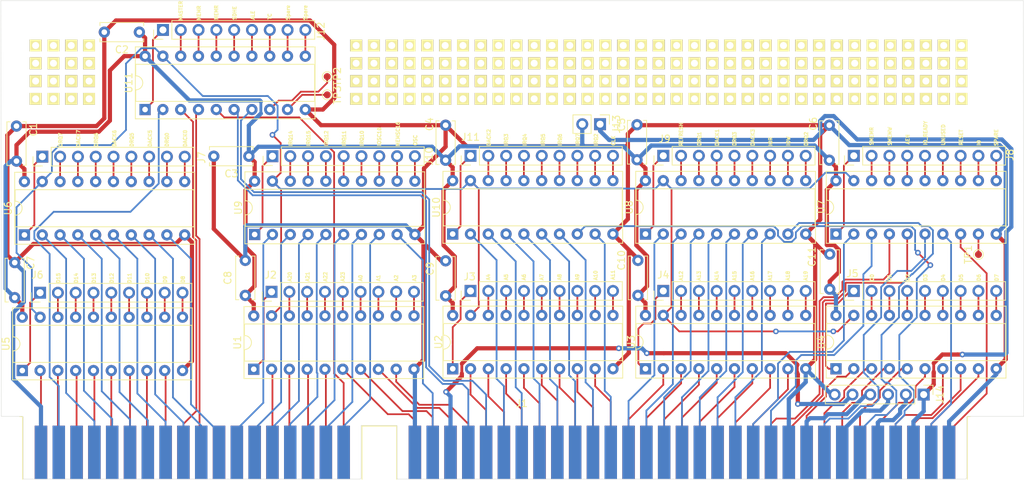
<source format=kicad_pcb>
(kicad_pcb (version 20171130) (host pcbnew "(5.1.9)-1")
  (layers (0 F.Cu signal) (31 B.Cu signal) (34 B.Paste user) (35 F.Paste user) (36 B.SilkS user) (37 F.SilkS user) (38 B.Mask user) (39 F.Mask user) (44 Edge.Cuts user))
  (net 0 "")
  (net 1 "Net-(J1-Pad88)")
  (net 2 "Net-(J1-Pad87)")
  (net 3 "Net-(J1-Pad86)")
  (net 4 "Net-(J1-Pad78)")
  (net 5 A20)
  (net 6 A21)
  (net 7 A22)
  (net 8 A23)
  (net 9 GND)
  (net 10 +5V)
  (net 11 A0)
  (net 12 A1)
  (net 13 A2)
  (net 14 A3)
  (net 15 A4)
  (net 16 A5)
  (net 17 A6)
  (net 18 A7)
  (net 19 A8)
  (net 20 A9)
  (net 21 A10)
  (net 22 A11)
  (net 23 A12)
  (net 24 A13)
  (net 25 A14)
  (net 26 A15)
  (net 27 A16)
  (net 28 A17)
  (net 29 A18)
  (net 30 A19)
  (net 31 +12V)
  (net 32 -5V)
  (net 33 D15)
  (net 34 D14)
  (net 35 D13)
  (net 36 D12)
  (net 37 D11)
  (net 38 D10)
  (net 39 D9)
  (net 40 D8)
  (net 41 D0)
  (net 42 D1)
  (net 43 D2)
  (net 44 D3)
  (net 45 D4)
  (net 46 D5)
  (net 47 D6)
  (net 48 D7)
  (net 49 "Net-(J2-Pad8)")
  (net 50 "Net-(J2-Pad7)")
  (net 51 "Net-(J2-Pad6)")
  (net 52 "Net-(J2-Pad5)")
  (net 53 "Net-(J2-Pad4)")
  (net 54 "Net-(J2-Pad3)")
  (net 55 "Net-(J2-Pad2)")
  (net 56 "Net-(J2-Pad1)")
  (net 57 "Net-(J3-Pad8)")
  (net 58 "Net-(J3-Pad7)")
  (net 59 "Net-(J3-Pad6)")
  (net 60 "Net-(J3-Pad5)")
  (net 61 "Net-(J3-Pad4)")
  (net 62 "Net-(J3-Pad3)")
  (net 63 "Net-(J3-Pad2)")
  (net 64 "Net-(J3-Pad1)")
  (net 65 "Net-(J4-Pad8)")
  (net 66 "Net-(J4-Pad7)")
  (net 67 "Net-(J4-Pad6)")
  (net 68 "Net-(J4-Pad5)")
  (net 69 "Net-(J4-Pad4)")
  (net 70 "Net-(J4-Pad3)")
  (net 71 "Net-(J4-Pad2)")
  (net 72 "Net-(J4-Pad1)")
  (net 73 "Net-(J5-Pad8)")
  (net 74 "Net-(J5-Pad7)")
  (net 75 "Net-(J5-Pad6)")
  (net 76 "Net-(J5-Pad5)")
  (net 77 "Net-(J5-Pad4)")
  (net 78 "Net-(J5-Pad3)")
  (net 79 "Net-(J5-Pad2)")
  (net 80 "Net-(J5-Pad1)")
  (net 81 "Net-(J6-Pad8)")
  (net 82 "Net-(J6-Pad7)")
  (net 83 "Net-(J6-Pad6)")
  (net 84 "Net-(J6-Pad5)")
  (net 85 "Net-(J6-Pad4)")
  (net 86 "Net-(J6-Pad3)")
  (net 87 "Net-(J6-Pad2)")
  (net 88 "Net-(J6-Pad1)")
  (net 89 DRQ7)
  (net 90 DACK7)
  (net 91 DRQ6)
  (net 92 DACK6)
  (net 93 DRQ5)
  (net 94 DACK5)
  (net 95 DRQ0)
  (net 96 DACK0)
  (net 97 IRQ14)
  (net 98 IRQ15)
  (net 99 IRQ12)
  (net 100 IRQ11)
  (net 101 IRQ10)
  (net 102 IRQ3)
  (net 103 IRQ4)
  (net 104 IRQ5)
  (net 105 IRQ6)
  (net 106 IRQ7)
  (net 107 DRQ1)
  (net 108 DRQ3)
  (net 109 DRQ2)
  (net 110 IRQ2)
  (net 111 "Net-(J7-Pad8)")
  (net 112 "Net-(J7-Pad7)")
  (net 113 "Net-(J7-Pad6)")
  (net 114 "Net-(J7-Pad5)")
  (net 115 "Net-(J7-Pad4)")
  (net 116 "Net-(J7-Pad3)")
  (net 117 "Net-(J7-Pad2)")
  (net 118 "Net-(J7-Pad1)")
  (net 119 MEMW)
  (net 120 MEMR)
  (net 121 SDHE)
  (net 122 IOCS16)
  (net 123 MEMCS16)
  (net 124 AEN)
  (net 125 IO_READY)
  (net 126 IO)
  (net 127 OSC)
  (net 128 REFRESH)
  (net 129 DACK1)
  (net 130 DACK3)
  (net 131 IOR)
  (net 132 IOW)
  (net 133 SMEMR)
  (net 134 SMEMW)
  (net 135 UNUSED)
  (net 136 RESET)
  (net 137 "Net-(J8-Pad8)")
  (net 138 "Net-(J8-Pad7)")
  (net 139 "Net-(J8-Pad6)")
  (net 140 "Net-(J8-Pad5)")
  (net 141 "Net-(J8-Pad4)")
  (net 142 "Net-(J8-Pad3)")
  (net 143 "Net-(J8-Pad2)")
  (net 144 "Net-(J8-Pad1)")
  (net 145 "Net-(J9-Pad8)")
  (net 146 "Net-(J9-Pad7)")
  (net 147 "Net-(J9-Pad6)")
  (net 148 "Net-(J9-Pad5)")
  (net 149 "Net-(J9-Pad4)")
  (net 150 "Net-(J9-Pad3)")
  (net 151 "Net-(J9-Pad2)")
  (net 152 "Net-(J9-Pad1)")
  (net 153 "Net-(J10-Pad8)")
  (net 154 "Net-(J10-Pad7)")
  (net 155 "Net-(J10-Pad6)")
  (net 156 "Net-(J10-Pad5)")
  (net 157 "Net-(J10-Pad4)")
  (net 158 "Net-(J10-Pad3)")
  (net 159 "Net-(J10-Pad2)")
  (net 160 "Net-(J10-Pad1)")
  (net 161 DACK2)
  (net 162 CLK)
  (net 163 "Net-(J11-Pad8)")
  (net 164 "Net-(J11-Pad7)")
  (net 165 "Net-(J11-Pad6)")
  (net 166 "Net-(J11-Pad5)")
  (net 167 "Net-(J11-Pad4)")
  (net 168 "Net-(J11-Pad3)")
  (net 169 "Net-(J11-Pad2)")
  (net 170 "Net-(J11-Pad1)")
  (net 171 MASTER)
  (net 172 VCC)
  (net 173 ALE)
  (net 174 TC)
  (net 175 "Net-(J12-Pad8)")
  (net 176 "Net-(J12-Pad7)")
  (net 177 "Net-(J12-Pad6)")
  (net 178 "Net-(J12-Pad5)")
  (net 179 "Net-(J12-Pad4)")
  (net 180 "Net-(J12-Pad3)")
  (net 181 "Net-(J12-Pad2)")
  (net 182 "Net-(J12-Pad1)")
  (net 183 "Net-(J2-Pad9)")
  (net 184 CE)
  (net 185 LOG_PWR)
  (net 186 "Net-(J3-Pad9)")
  (net 187 "Net-(J4-Pad9)")
  (net 188 "Net-(J5-Pad9)")
  (net 189 "Net-(J6-Pad9)")
  (net 190 "Net-(J7-Pad9)")
  (net 191 "Net-(J8-Pad9)")
  (net 192 "Net-(J9-Pad9)")
  (net 193 "Net-(J10-Pad9)")
  (net 194 "Net-(J11-Pad9)")
  (net 195 "Net-(J12-Pad9)")
  (net 196 "Net-(TP1-Pad1)")
  (net 197 "Net-(TP2-Pad1)")
  (net 198 "Net-(TP3-Pad1)")
  (net 199 -12V)
  (module kicad_wrk:PROTO-GRID4X4-100-SQUARE (layer F.Cu) (at 41.5925 91.8845)
    (fp_text reference "" hide)
    (fp_text value "")
    (pad 1 thru_hole rect (at 2.54 -5.08) (size 1.7 1.7) (drill 1) (layers *.Cu *.Mask F.SilkS))
    (pad 2 thru_hole rect (at 5.08 -5.08) (size 1.7 1.7) (drill 1) (layers *.Cu *.Mask F.SilkS))
    (pad 3 thru_hole rect (at 5.08 -2.54) (size 1.7 1.7) (drill 1) (layers *.Cu *.Mask F.SilkS))
    (pad 4 thru_hole rect (at 2.54 -2.54) (size 1.7 1.7) (drill 1) (layers *.Cu *.Mask F.SilkS))
    (pad 5 thru_hole rect (at 0 -2.54) (size 1.7 1.7) (drill 1) (layers *.Cu *.Mask F.SilkS))
    (pad 6 thru_hole rect (at 0 -5.08) (size 1.7 1.7) (drill 1) (layers *.Cu *.Mask F.SilkS))
    (pad 7 thru_hole rect (at 0 -7.62) (size 1.7 1.7) (drill 1) (layers *.Cu *.Mask F.SilkS))
    (pad 8 thru_hole rect (at 2.54 -7.62) (size 1.7 1.7) (drill 1) (layers *.Cu *.Mask F.SilkS))
    (pad 9 thru_hole rect (at 5.08 -7.62) (size 1.7 1.7) (drill 1) (layers *.Cu *.Mask F.SilkS))
    (pad 10 thru_hole rect (at 7.62 -7.62) (size 1.7 1.7) (drill 1) (layers *.Cu *.Mask F.SilkS))
    (pad 11 thru_hole rect (at 7.62 -5.08) (size 1.7 1.7) (drill 1) (layers *.Cu *.Mask F.SilkS))
    (pad 12 thru_hole rect (at 7.62 -2.54) (size 1.7 1.7) (drill 1) (layers *.Cu *.Mask F.SilkS))
    (pad 13 thru_hole rect (at 7.62 0) (size 1.7 1.7) (drill 1) (layers *.Cu *.Mask F.SilkS))
    (pad 14 thru_hole rect (at 5.08 0) (size 1.7 1.7) (drill 1) (layers *.Cu *.Mask F.SilkS))
    (pad 15 thru_hole rect (at 2.54 0) (size 1.7 1.7) (drill 1) (layers *.Cu *.Mask F.SilkS))
    (pad 16 thru_hole rect (at 0 0) (size 1.7 1.7) (drill 1) (layers *.Cu *.Mask F.SilkS))
  )
  (module kicad_wrk:PROTO-GRID4X4-100-SQUARE (layer F.Cu) (at 166.0525 91.8845)
    (fp_text reference "" hide)
    (fp_text value "")
    (pad 1 thru_hole rect (at 2.54 -5.08) (size 1.7 1.7) (drill 1) (layers *.Cu *.Mask F.SilkS))
    (pad 2 thru_hole rect (at 5.08 -5.08) (size 1.7 1.7) (drill 1) (layers *.Cu *.Mask F.SilkS))
    (pad 3 thru_hole rect (at 5.08 -2.54) (size 1.7 1.7) (drill 1) (layers *.Cu *.Mask F.SilkS))
    (pad 4 thru_hole rect (at 2.54 -2.54) (size 1.7 1.7) (drill 1) (layers *.Cu *.Mask F.SilkS))
    (pad 5 thru_hole rect (at 0 -2.54) (size 1.7 1.7) (drill 1) (layers *.Cu *.Mask F.SilkS))
    (pad 6 thru_hole rect (at 0 -5.08) (size 1.7 1.7) (drill 1) (layers *.Cu *.Mask F.SilkS))
    (pad 7 thru_hole rect (at 0 -7.62) (size 1.7 1.7) (drill 1) (layers *.Cu *.Mask F.SilkS))
    (pad 8 thru_hole rect (at 2.54 -7.62) (size 1.7 1.7) (drill 1) (layers *.Cu *.Mask F.SilkS))
    (pad 9 thru_hole rect (at 5.08 -7.62) (size 1.7 1.7) (drill 1) (layers *.Cu *.Mask F.SilkS))
    (pad 10 thru_hole rect (at 7.62 -7.62) (size 1.7 1.7) (drill 1) (layers *.Cu *.Mask F.SilkS))
    (pad 11 thru_hole rect (at 7.62 -5.08) (size 1.7 1.7) (drill 1) (layers *.Cu *.Mask F.SilkS))
    (pad 12 thru_hole rect (at 7.62 -2.54) (size 1.7 1.7) (drill 1) (layers *.Cu *.Mask F.SilkS))
    (pad 13 thru_hole rect (at 7.62 0) (size 1.7 1.7) (drill 1) (layers *.Cu *.Mask F.SilkS))
    (pad 14 thru_hole rect (at 5.08 0) (size 1.7 1.7) (drill 1) (layers *.Cu *.Mask F.SilkS))
    (pad 15 thru_hole rect (at 2.54 0) (size 1.7 1.7) (drill 1) (layers *.Cu *.Mask F.SilkS))
    (pad 16 thru_hole rect (at 0 0) (size 1.7 1.7) (drill 1) (layers *.Cu *.Mask F.SilkS))
  )
  (module kicad_wrk:PROTO-GRID4X4-100-SQUARE (layer F.Cu) (at 155.8925 91.8845)
    (fp_text reference "" hide)
    (fp_text value "")
    (pad 1 thru_hole rect (at 2.54 -5.08) (size 1.7 1.7) (drill 1) (layers *.Cu *.Mask F.SilkS))
    (pad 2 thru_hole rect (at 5.08 -5.08) (size 1.7 1.7) (drill 1) (layers *.Cu *.Mask F.SilkS))
    (pad 3 thru_hole rect (at 5.08 -2.54) (size 1.7 1.7) (drill 1) (layers *.Cu *.Mask F.SilkS))
    (pad 4 thru_hole rect (at 2.54 -2.54) (size 1.7 1.7) (drill 1) (layers *.Cu *.Mask F.SilkS))
    (pad 5 thru_hole rect (at 0 -2.54) (size 1.7 1.7) (drill 1) (layers *.Cu *.Mask F.SilkS))
    (pad 6 thru_hole rect (at 0 -5.08) (size 1.7 1.7) (drill 1) (layers *.Cu *.Mask F.SilkS))
    (pad 7 thru_hole rect (at 0 -7.62) (size 1.7 1.7) (drill 1) (layers *.Cu *.Mask F.SilkS))
    (pad 8 thru_hole rect (at 2.54 -7.62) (size 1.7 1.7) (drill 1) (layers *.Cu *.Mask F.SilkS))
    (pad 9 thru_hole rect (at 5.08 -7.62) (size 1.7 1.7) (drill 1) (layers *.Cu *.Mask F.SilkS))
    (pad 10 thru_hole rect (at 7.62 -7.62) (size 1.7 1.7) (drill 1) (layers *.Cu *.Mask F.SilkS))
    (pad 11 thru_hole rect (at 7.62 -5.08) (size 1.7 1.7) (drill 1) (layers *.Cu *.Mask F.SilkS))
    (pad 12 thru_hole rect (at 7.62 -2.54) (size 1.7 1.7) (drill 1) (layers *.Cu *.Mask F.SilkS))
    (pad 13 thru_hole rect (at 7.62 0) (size 1.7 1.7) (drill 1) (layers *.Cu *.Mask F.SilkS))
    (pad 14 thru_hole rect (at 5.08 0) (size 1.7 1.7) (drill 1) (layers *.Cu *.Mask F.SilkS))
    (pad 15 thru_hole rect (at 2.54 0) (size 1.7 1.7) (drill 1) (layers *.Cu *.Mask F.SilkS))
    (pad 16 thru_hole rect (at 0 0) (size 1.7 1.7) (drill 1) (layers *.Cu *.Mask F.SilkS))
  )
  (module kicad_wrk:PROTO-GRID4X4-100-SQUARE (layer F.Cu) (at 145.7325 91.8845)
    (fp_text reference "" hide)
    (fp_text value "")
    (pad 1 thru_hole rect (at 2.54 -5.08) (size 1.7 1.7) (drill 1) (layers *.Cu *.Mask F.SilkS))
    (pad 2 thru_hole rect (at 5.08 -5.08) (size 1.7 1.7) (drill 1) (layers *.Cu *.Mask F.SilkS))
    (pad 3 thru_hole rect (at 5.08 -2.54) (size 1.7 1.7) (drill 1) (layers *.Cu *.Mask F.SilkS))
    (pad 4 thru_hole rect (at 2.54 -2.54) (size 1.7 1.7) (drill 1) (layers *.Cu *.Mask F.SilkS))
    (pad 5 thru_hole rect (at 0 -2.54) (size 1.7 1.7) (drill 1) (layers *.Cu *.Mask F.SilkS))
    (pad 6 thru_hole rect (at 0 -5.08) (size 1.7 1.7) (drill 1) (layers *.Cu *.Mask F.SilkS))
    (pad 7 thru_hole rect (at 0 -7.62) (size 1.7 1.7) (drill 1) (layers *.Cu *.Mask F.SilkS))
    (pad 8 thru_hole rect (at 2.54 -7.62) (size 1.7 1.7) (drill 1) (layers *.Cu *.Mask F.SilkS))
    (pad 9 thru_hole rect (at 5.08 -7.62) (size 1.7 1.7) (drill 1) (layers *.Cu *.Mask F.SilkS))
    (pad 10 thru_hole rect (at 7.62 -7.62) (size 1.7 1.7) (drill 1) (layers *.Cu *.Mask F.SilkS))
    (pad 11 thru_hole rect (at 7.62 -5.08) (size 1.7 1.7) (drill 1) (layers *.Cu *.Mask F.SilkS))
    (pad 12 thru_hole rect (at 7.62 -2.54) (size 1.7 1.7) (drill 1) (layers *.Cu *.Mask F.SilkS))
    (pad 13 thru_hole rect (at 7.62 0) (size 1.7 1.7) (drill 1) (layers *.Cu *.Mask F.SilkS))
    (pad 14 thru_hole rect (at 5.08 0) (size 1.7 1.7) (drill 1) (layers *.Cu *.Mask F.SilkS))
    (pad 15 thru_hole rect (at 2.54 0) (size 1.7 1.7) (drill 1) (layers *.Cu *.Mask F.SilkS))
    (pad 16 thru_hole rect (at 0 0) (size 1.7 1.7) (drill 1) (layers *.Cu *.Mask F.SilkS))
  )
  (module kicad_wrk:PROTO-GRID4X4-100-SQUARE (layer F.Cu) (at 135.5725 91.8845)
    (fp_text reference "" hide)
    (fp_text value "")
    (pad 1 thru_hole rect (at 2.54 -5.08) (size 1.7 1.7) (drill 1) (layers *.Cu *.Mask F.SilkS))
    (pad 2 thru_hole rect (at 5.08 -5.08) (size 1.7 1.7) (drill 1) (layers *.Cu *.Mask F.SilkS))
    (pad 3 thru_hole rect (at 5.08 -2.54) (size 1.7 1.7) (drill 1) (layers *.Cu *.Mask F.SilkS))
    (pad 4 thru_hole rect (at 2.54 -2.54) (size 1.7 1.7) (drill 1) (layers *.Cu *.Mask F.SilkS))
    (pad 5 thru_hole rect (at 0 -2.54) (size 1.7 1.7) (drill 1) (layers *.Cu *.Mask F.SilkS))
    (pad 6 thru_hole rect (at 0 -5.08) (size 1.7 1.7) (drill 1) (layers *.Cu *.Mask F.SilkS))
    (pad 7 thru_hole rect (at 0 -7.62) (size 1.7 1.7) (drill 1) (layers *.Cu *.Mask F.SilkS))
    (pad 8 thru_hole rect (at 2.54 -7.62) (size 1.7 1.7) (drill 1) (layers *.Cu *.Mask F.SilkS))
    (pad 9 thru_hole rect (at 5.08 -7.62) (size 1.7 1.7) (drill 1) (layers *.Cu *.Mask F.SilkS))
    (pad 10 thru_hole rect (at 7.62 -7.62) (size 1.7 1.7) (drill 1) (layers *.Cu *.Mask F.SilkS))
    (pad 11 thru_hole rect (at 7.62 -5.08) (size 1.7 1.7) (drill 1) (layers *.Cu *.Mask F.SilkS))
    (pad 12 thru_hole rect (at 7.62 -2.54) (size 1.7 1.7) (drill 1) (layers *.Cu *.Mask F.SilkS))
    (pad 13 thru_hole rect (at 7.62 0) (size 1.7 1.7) (drill 1) (layers *.Cu *.Mask F.SilkS))
    (pad 14 thru_hole rect (at 5.08 0) (size 1.7 1.7) (drill 1) (layers *.Cu *.Mask F.SilkS))
    (pad 15 thru_hole rect (at 2.54 0) (size 1.7 1.7) (drill 1) (layers *.Cu *.Mask F.SilkS))
    (pad 16 thru_hole rect (at 0 0) (size 1.7 1.7) (drill 1) (layers *.Cu *.Mask F.SilkS))
  )
  (module kicad_wrk:PROTO-GRID4X4-100-SQUARE (layer F.Cu) (at 125.4125 91.8845)
    (fp_text reference "" hide)
    (fp_text value "")
    (pad 1 thru_hole rect (at 2.54 -5.08) (size 1.7 1.7) (drill 1) (layers *.Cu *.Mask F.SilkS))
    (pad 2 thru_hole rect (at 5.08 -5.08) (size 1.7 1.7) (drill 1) (layers *.Cu *.Mask F.SilkS))
    (pad 3 thru_hole rect (at 5.08 -2.54) (size 1.7 1.7) (drill 1) (layers *.Cu *.Mask F.SilkS))
    (pad 4 thru_hole rect (at 2.54 -2.54) (size 1.7 1.7) (drill 1) (layers *.Cu *.Mask F.SilkS))
    (pad 5 thru_hole rect (at 0 -2.54) (size 1.7 1.7) (drill 1) (layers *.Cu *.Mask F.SilkS))
    (pad 6 thru_hole rect (at 0 -5.08) (size 1.7 1.7) (drill 1) (layers *.Cu *.Mask F.SilkS))
    (pad 7 thru_hole rect (at 0 -7.62) (size 1.7 1.7) (drill 1) (layers *.Cu *.Mask F.SilkS))
    (pad 8 thru_hole rect (at 2.54 -7.62) (size 1.7 1.7) (drill 1) (layers *.Cu *.Mask F.SilkS))
    (pad 9 thru_hole rect (at 5.08 -7.62) (size 1.7 1.7) (drill 1) (layers *.Cu *.Mask F.SilkS))
    (pad 10 thru_hole rect (at 7.62 -7.62) (size 1.7 1.7) (drill 1) (layers *.Cu *.Mask F.SilkS))
    (pad 11 thru_hole rect (at 7.62 -5.08) (size 1.7 1.7) (drill 1) (layers *.Cu *.Mask F.SilkS))
    (pad 12 thru_hole rect (at 7.62 -2.54) (size 1.7 1.7) (drill 1) (layers *.Cu *.Mask F.SilkS))
    (pad 13 thru_hole rect (at 7.62 0) (size 1.7 1.7) (drill 1) (layers *.Cu *.Mask F.SilkS))
    (pad 14 thru_hole rect (at 5.08 0) (size 1.7 1.7) (drill 1) (layers *.Cu *.Mask F.SilkS))
    (pad 15 thru_hole rect (at 2.54 0) (size 1.7 1.7) (drill 1) (layers *.Cu *.Mask F.SilkS))
    (pad 16 thru_hole rect (at 0 0) (size 1.7 1.7) (drill 1) (layers *.Cu *.Mask F.SilkS))
  )
  (module kicad_wrk:PROTO-GRID4X4-100-SQUARE (layer F.Cu) (at 115.2525 91.8845)
    (fp_text reference "" hide)
    (fp_text value "")
    (pad 1 thru_hole rect (at 2.54 -5.08) (size 1.7 1.7) (drill 1) (layers *.Cu *.Mask F.SilkS))
    (pad 2 thru_hole rect (at 5.08 -5.08) (size 1.7 1.7) (drill 1) (layers *.Cu *.Mask F.SilkS))
    (pad 3 thru_hole rect (at 5.08 -2.54) (size 1.7 1.7) (drill 1) (layers *.Cu *.Mask F.SilkS))
    (pad 4 thru_hole rect (at 2.54 -2.54) (size 1.7 1.7) (drill 1) (layers *.Cu *.Mask F.SilkS))
    (pad 5 thru_hole rect (at 0 -2.54) (size 1.7 1.7) (drill 1) (layers *.Cu *.Mask F.SilkS))
    (pad 6 thru_hole rect (at 0 -5.08) (size 1.7 1.7) (drill 1) (layers *.Cu *.Mask F.SilkS))
    (pad 7 thru_hole rect (at 0 -7.62) (size 1.7 1.7) (drill 1) (layers *.Cu *.Mask F.SilkS))
    (pad 8 thru_hole rect (at 2.54 -7.62) (size 1.7 1.7) (drill 1) (layers *.Cu *.Mask F.SilkS))
    (pad 9 thru_hole rect (at 5.08 -7.62) (size 1.7 1.7) (drill 1) (layers *.Cu *.Mask F.SilkS))
    (pad 10 thru_hole rect (at 7.62 -7.62) (size 1.7 1.7) (drill 1) (layers *.Cu *.Mask F.SilkS))
    (pad 11 thru_hole rect (at 7.62 -5.08) (size 1.7 1.7) (drill 1) (layers *.Cu *.Mask F.SilkS))
    (pad 12 thru_hole rect (at 7.62 -2.54) (size 1.7 1.7) (drill 1) (layers *.Cu *.Mask F.SilkS))
    (pad 13 thru_hole rect (at 7.62 0) (size 1.7 1.7) (drill 1) (layers *.Cu *.Mask F.SilkS))
    (pad 14 thru_hole rect (at 5.08 0) (size 1.7 1.7) (drill 1) (layers *.Cu *.Mask F.SilkS))
    (pad 15 thru_hole rect (at 2.54 0) (size 1.7 1.7) (drill 1) (layers *.Cu *.Mask F.SilkS))
    (pad 16 thru_hole rect (at 0 0) (size 1.7 1.7) (drill 1) (layers *.Cu *.Mask F.SilkS))
  )
  (module kicad_wrk:PROTO-GRID4X4-100-SQUARE (layer F.Cu) (at 107.6325 91.8845)
    (fp_text reference "" hide)
    (fp_text value "")
    (pad 16 thru_hole rect (at 0 0) (size 1.7 1.7) (drill 1) (layers *.Cu *.Mask F.SilkS))
    (pad 15 thru_hole rect (at 2.54 0) (size 1.7 1.7) (drill 1) (layers *.Cu *.Mask F.SilkS))
    (pad 14 thru_hole rect (at 5.08 0) (size 1.7 1.7) (drill 1) (layers *.Cu *.Mask F.SilkS))
    (pad 13 thru_hole rect (at 7.62 0) (size 1.7 1.7) (drill 1) (layers *.Cu *.Mask F.SilkS))
    (pad 12 thru_hole rect (at 7.62 -2.54) (size 1.7 1.7) (drill 1) (layers *.Cu *.Mask F.SilkS))
    (pad 11 thru_hole rect (at 7.62 -5.08) (size 1.7 1.7) (drill 1) (layers *.Cu *.Mask F.SilkS))
    (pad 10 thru_hole rect (at 7.62 -7.62) (size 1.7 1.7) (drill 1) (layers *.Cu *.Mask F.SilkS))
    (pad 9 thru_hole rect (at 5.08 -7.62) (size 1.7 1.7) (drill 1) (layers *.Cu *.Mask F.SilkS))
    (pad 8 thru_hole rect (at 2.54 -7.62) (size 1.7 1.7) (drill 1) (layers *.Cu *.Mask F.SilkS))
    (pad 7 thru_hole rect (at 0 -7.62) (size 1.7 1.7) (drill 1) (layers *.Cu *.Mask F.SilkS))
    (pad 6 thru_hole rect (at 0 -5.08) (size 1.7 1.7) (drill 1) (layers *.Cu *.Mask F.SilkS))
    (pad 5 thru_hole rect (at 0 -2.54) (size 1.7 1.7) (drill 1) (layers *.Cu *.Mask F.SilkS))
    (pad 4 thru_hole rect (at 2.54 -2.54) (size 1.7 1.7) (drill 1) (layers *.Cu *.Mask F.SilkS))
    (pad 3 thru_hole rect (at 5.08 -2.54) (size 1.7 1.7) (drill 1) (layers *.Cu *.Mask F.SilkS))
    (pad 2 thru_hole rect (at 5.08 -5.08) (size 1.7 1.7) (drill 1) (layers *.Cu *.Mask F.SilkS))
    (pad 1 thru_hole rect (at 2.54 -5.08) (size 1.7 1.7) (drill 1) (layers *.Cu *.Mask F.SilkS))
  )
  (module kicad_wrk:PROTO-GRID4X4-100-SQUARE (layer F.Cu) (at 97.4725 91.8845)
    (fp_text reference "" hide)
    (fp_text value "")
    (pad 16 thru_hole rect (at 0 0) (size 1.7 1.7) (drill 1) (layers *.Cu *.Mask F.SilkS))
    (pad 15 thru_hole rect (at 2.54 0) (size 1.7 1.7) (drill 1) (layers *.Cu *.Mask F.SilkS))
    (pad 14 thru_hole rect (at 5.08 0) (size 1.7 1.7) (drill 1) (layers *.Cu *.Mask F.SilkS))
    (pad 13 thru_hole rect (at 7.62 0) (size 1.7 1.7) (drill 1) (layers *.Cu *.Mask F.SilkS))
    (pad 12 thru_hole rect (at 7.62 -2.54) (size 1.7 1.7) (drill 1) (layers *.Cu *.Mask F.SilkS))
    (pad 11 thru_hole rect (at 7.62 -5.08) (size 1.7 1.7) (drill 1) (layers *.Cu *.Mask F.SilkS))
    (pad 10 thru_hole rect (at 7.62 -7.62) (size 1.7 1.7) (drill 1) (layers *.Cu *.Mask F.SilkS))
    (pad 9 thru_hole rect (at 5.08 -7.62) (size 1.7 1.7) (drill 1) (layers *.Cu *.Mask F.SilkS))
    (pad 8 thru_hole rect (at 2.54 -7.62) (size 1.7 1.7) (drill 1) (layers *.Cu *.Mask F.SilkS))
    (pad 7 thru_hole rect (at 0 -7.62) (size 1.7 1.7) (drill 1) (layers *.Cu *.Mask F.SilkS))
    (pad 6 thru_hole rect (at 0 -5.08) (size 1.7 1.7) (drill 1) (layers *.Cu *.Mask F.SilkS))
    (pad 5 thru_hole rect (at 0 -2.54) (size 1.7 1.7) (drill 1) (layers *.Cu *.Mask F.SilkS))
    (pad 4 thru_hole rect (at 2.54 -2.54) (size 1.7 1.7) (drill 1) (layers *.Cu *.Mask F.SilkS))
    (pad 3 thru_hole rect (at 5.08 -2.54) (size 1.7 1.7) (drill 1) (layers *.Cu *.Mask F.SilkS))
    (pad 2 thru_hole rect (at 5.08 -5.08) (size 1.7 1.7) (drill 1) (layers *.Cu *.Mask F.SilkS))
    (pad 1 thru_hole rect (at 2.54 -5.08) (size 1.7 1.7) (drill 1) (layers *.Cu *.Mask F.SilkS))
  )
  (module kicad_wrk:PROTO-GRID4X4-100-SQUARE (layer F.Cu) (at 87.3125 91.8845)
    (fp_text reference "" hide)
    (fp_text value "")
    (pad 16 thru_hole rect (at 0 0) (size 1.7 1.7) (drill 1) (layers *.Cu *.Mask F.SilkS))
    (pad 15 thru_hole rect (at 2.54 0) (size 1.7 1.7) (drill 1) (layers *.Cu *.Mask F.SilkS))
    (pad 14 thru_hole rect (at 5.08 0) (size 1.7 1.7) (drill 1) (layers *.Cu *.Mask F.SilkS))
    (pad 13 thru_hole rect (at 7.62 0) (size 1.7 1.7) (drill 1) (layers *.Cu *.Mask F.SilkS))
    (pad 12 thru_hole rect (at 7.62 -2.54) (size 1.7 1.7) (drill 1) (layers *.Cu *.Mask F.SilkS))
    (pad 11 thru_hole rect (at 7.62 -5.08) (size 1.7 1.7) (drill 1) (layers *.Cu *.Mask F.SilkS))
    (pad 10 thru_hole rect (at 7.62 -7.62) (size 1.7 1.7) (drill 1) (layers *.Cu *.Mask F.SilkS))
    (pad 9 thru_hole rect (at 5.08 -7.62) (size 1.7 1.7) (drill 1) (layers *.Cu *.Mask F.SilkS))
    (pad 8 thru_hole rect (at 2.54 -7.62) (size 1.7 1.7) (drill 1) (layers *.Cu *.Mask F.SilkS))
    (pad 7 thru_hole rect (at 0 -7.62) (size 1.7 1.7) (drill 1) (layers *.Cu *.Mask F.SilkS))
    (pad 6 thru_hole rect (at 0 -5.08) (size 1.7 1.7) (drill 1) (layers *.Cu *.Mask F.SilkS))
    (pad 5 thru_hole rect (at 0 -2.54) (size 1.7 1.7) (drill 1) (layers *.Cu *.Mask F.SilkS))
    (pad 4 thru_hole rect (at 2.54 -2.54) (size 1.7 1.7) (drill 1) (layers *.Cu *.Mask F.SilkS))
    (pad 3 thru_hole rect (at 5.08 -2.54) (size 1.7 1.7) (drill 1) (layers *.Cu *.Mask F.SilkS))
    (pad 2 thru_hole rect (at 5.08 -5.08) (size 1.7 1.7) (drill 1) (layers *.Cu *.Mask F.SilkS))
    (pad 1 thru_hole rect (at 2.54 -5.08) (size 1.7 1.7) (drill 1) (layers *.Cu *.Mask F.SilkS))
  )
  (module Connector_PinHeader_2.54mm:PinHeader_1x02_P2.54mm_Vertical (layer F.Cu) (at 122.1105 95.504 270)
    (fp_text reference J13 (at 0 -2.33 90) (layer F.SilkS))
    (fp_text value LOG_PWR)
    (pad 2 thru_hole oval (at 0 2.54 270) (size 1.7 1.7) (drill 1) (layers *.Cu *.Mask) (net 185 LOG_PWR))
    (pad 1 thru_hole rect (at 0 0 270) (size 1.7 1.7) (drill 1) (layers *.Cu *.Mask) (net 10 +5V))
  )
  (module Connector_PinHeader_2.54mm:PinHeader_1x06_P2.54mm_Vertical (layer F.Cu) (at 168.275 134.112 270)
    (fp_text reference J14 (at 0 -2.33 90) (layer F.SilkS))
    (fp_text value POWER)
    (pad 6 thru_hole oval (at 0 12.7 270) (size 1.7 1.7) (drill 1) (layers *.Cu *.Mask) (net 9 GND))
    (pad 5 thru_hole oval (at 0 10.16 270) (size 1.7 1.7) (drill 1) (layers *.Cu *.Mask) (net 172 VCC))
    (pad 4 thru_hole oval (at 0 7.62 270) (size 1.7 1.7) (drill 1) (layers *.Cu *.Mask) (net 31 +12V))
    (pad 3 thru_hole oval (at 0 5.08 270) (size 1.7 1.7) (drill 1) (layers *.Cu *.Mask) (net 199 -12V))
    (pad 2 thru_hole oval (at 0 2.54 270) (size 1.7 1.7) (drill 1) (layers *.Cu *.Mask) (net 32 -5V))
    (pad 1 thru_hole rect (at 0 0 270) (size 1.7 1.7) (drill 1) (layers *.Cu *.Mask) (net 10 +5V))
  )
  (module TestPoint:TestPoint_Pad_D1.0mm (layer F.Cu) (at 83.185 91.313 270)
    (fp_text reference TP3 (at 0 -1.448 90) (layer F.SilkS))
    (fp_text value Spare3)
    (pad 1 smd circle (at 0 0 270) (size 1 1) (layers F.Cu F.Mask) (net 198 "Net-(TP3-Pad1)"))
  )
  (module TestPoint:TestPoint_Pad_D1.0mm (layer F.Cu) (at 83.185 88.7095 270)
    (fp_text reference TP2 (at 0 -1.448 90) (layer F.SilkS))
    (fp_text value Spare2)
    (pad 1 smd circle (at 0 0 270) (size 1 1) (layers F.Cu F.Mask) (net 197 "Net-(TP2-Pad1)"))
  )
  (module TestPoint:TestPoint_Pad_D1.0mm (layer F.Cu) (at 176.0855 114.1095 90)
    (fp_text reference TP1 (at 0 -1.448 90) (layer F.SilkS))
    (fp_text value Spare1)
    (pad 1 smd circle (at 0 0 90) (size 1 1) (layers F.Cu F.Mask) (net 196 "Net-(TP1-Pad1)"))
  )
  (module Connector_PinHeader_2.54mm:PinHeader_1x09_P2.54mm_Vertical (layer F.Cu) (at 59.7535 82.042 90)
    (fp_text reference J12 (at -0.1905 22.5425 90) (layer F.SilkS))
    (fp_text value IO3)
    (pad 9 thru_hole oval (at 0 20.32 90) (size 1.7 1.7) (drill 1) (layers *.Cu *.Mask) (net 195 "Net-(J12-Pad9)"))
    (pad 8 thru_hole oval (at 0 17.78 90) (size 1.7 1.7) (drill 1) (layers *.Cu *.Mask) (net 175 "Net-(J12-Pad8)"))
    (pad 7 thru_hole oval (at 0 15.24 90) (size 1.7 1.7) (drill 1) (layers *.Cu *.Mask) (net 176 "Net-(J12-Pad7)"))
    (pad 6 thru_hole oval (at 0 12.7 90) (size 1.7 1.7) (drill 1) (layers *.Cu *.Mask) (net 177 "Net-(J12-Pad6)"))
    (pad 5 thru_hole oval (at 0 10.16 90) (size 1.7 1.7) (drill 1) (layers *.Cu *.Mask) (net 178 "Net-(J12-Pad5)"))
    (pad 4 thru_hole oval (at 0 7.62 90) (size 1.7 1.7) (drill 1) (layers *.Cu *.Mask) (net 179 "Net-(J12-Pad4)"))
    (pad 3 thru_hole oval (at 0 5.08 90) (size 1.7 1.7) (drill 1) (layers *.Cu *.Mask) (net 180 "Net-(J12-Pad3)"))
    (pad 2 thru_hole oval (at 0 2.54 90) (size 1.7 1.7) (drill 1) (layers *.Cu *.Mask) (net 181 "Net-(J12-Pad2)"))
    (pad 1 thru_hole rect (at 0 0 90) (size 1.7 1.7) (drill 1) (layers *.Cu *.Mask) (net 182 "Net-(J12-Pad1)"))
  )
  (module Connector_PinHeader_2.54mm:PinHeader_1x09_P2.54mm_Vertical (layer F.Cu) (at 103.632 100.0125 90)
    (fp_text reference J11 (at 2.667 0 180) (layer F.SilkS))
    (fp_text value IRQ,CLK,DACK2)
    (pad 9 thru_hole oval (at 0 20.32 90) (size 1.7 1.7) (drill 1) (layers *.Cu *.Mask) (net 194 "Net-(J11-Pad9)"))
    (pad 8 thru_hole oval (at 0 17.78 90) (size 1.7 1.7) (drill 1) (layers *.Cu *.Mask) (net 163 "Net-(J11-Pad8)"))
    (pad 7 thru_hole oval (at 0 15.24 90) (size 1.7 1.7) (drill 1) (layers *.Cu *.Mask) (net 164 "Net-(J11-Pad7)"))
    (pad 6 thru_hole oval (at 0 12.7 90) (size 1.7 1.7) (drill 1) (layers *.Cu *.Mask) (net 165 "Net-(J11-Pad6)"))
    (pad 5 thru_hole oval (at 0 10.16 90) (size 1.7 1.7) (drill 1) (layers *.Cu *.Mask) (net 166 "Net-(J11-Pad5)"))
    (pad 4 thru_hole oval (at 0 7.62 90) (size 1.7 1.7) (drill 1) (layers *.Cu *.Mask) (net 167 "Net-(J11-Pad4)"))
    (pad 3 thru_hole oval (at 0 5.08 90) (size 1.7 1.7) (drill 1) (layers *.Cu *.Mask) (net 168 "Net-(J11-Pad3)"))
    (pad 2 thru_hole oval (at 0 2.54 90) (size 1.7 1.7) (drill 1) (layers *.Cu *.Mask) (net 169 "Net-(J11-Pad2)"))
    (pad 1 thru_hole rect (at 0 0 90) (size 1.7 1.7) (drill 1) (layers *.Cu *.Mask) (net 170 "Net-(J11-Pad1)"))
  )
  (module Connector_PinHeader_2.54mm:PinHeader_1x09_P2.54mm_Vertical (layer F.Cu) (at 75.3745 100.076 90)
    (fp_text reference J10 (at 0 22.352 90) (layer F.SilkS))
    (fp_text value "IRQ and co")
    (pad 9 thru_hole oval (at 0 20.32 90) (size 1.7 1.7) (drill 1) (layers *.Cu *.Mask) (net 193 "Net-(J10-Pad9)"))
    (pad 8 thru_hole oval (at 0 17.78 90) (size 1.7 1.7) (drill 1) (layers *.Cu *.Mask) (net 153 "Net-(J10-Pad8)"))
    (pad 7 thru_hole oval (at 0 15.24 90) (size 1.7 1.7) (drill 1) (layers *.Cu *.Mask) (net 154 "Net-(J10-Pad7)"))
    (pad 6 thru_hole oval (at 0 12.7 90) (size 1.7 1.7) (drill 1) (layers *.Cu *.Mask) (net 155 "Net-(J10-Pad6)"))
    (pad 5 thru_hole oval (at 0 10.16 90) (size 1.7 1.7) (drill 1) (layers *.Cu *.Mask) (net 156 "Net-(J10-Pad5)"))
    (pad 4 thru_hole oval (at 0 7.62 90) (size 1.7 1.7) (drill 1) (layers *.Cu *.Mask) (net 157 "Net-(J10-Pad4)"))
    (pad 3 thru_hole oval (at 0 5.08 90) (size 1.7 1.7) (drill 1) (layers *.Cu *.Mask) (net 158 "Net-(J10-Pad3)"))
    (pad 2 thru_hole oval (at 0 2.54 90) (size 1.7 1.7) (drill 1) (layers *.Cu *.Mask) (net 159 "Net-(J10-Pad2)"))
    (pad 1 thru_hole rect (at 0 0 90) (size 1.7 1.7) (drill 1) (layers *.Cu *.Mask) (net 160 "Net-(J10-Pad1)"))
  )
  (module Connector_PinHeader_2.54mm:PinHeader_1x09_P2.54mm_Vertical (layer F.Cu) (at 131.1275 100.0125 90)
    (fp_text reference J9 (at 2.413 0.1905 180) (layer F.SilkS))
    (fp_text value IO2)
    (pad 9 thru_hole oval (at 0 20.32 90) (size 1.7 1.7) (drill 1) (layers *.Cu *.Mask) (net 192 "Net-(J9-Pad9)"))
    (pad 8 thru_hole oval (at 0 17.78 90) (size 1.7 1.7) (drill 1) (layers *.Cu *.Mask) (net 145 "Net-(J9-Pad8)"))
    (pad 7 thru_hole oval (at 0 15.24 90) (size 1.7 1.7) (drill 1) (layers *.Cu *.Mask) (net 146 "Net-(J9-Pad7)"))
    (pad 6 thru_hole oval (at 0 12.7 90) (size 1.7 1.7) (drill 1) (layers *.Cu *.Mask) (net 147 "Net-(J9-Pad6)"))
    (pad 5 thru_hole oval (at 0 10.16 90) (size 1.7 1.7) (drill 1) (layers *.Cu *.Mask) (net 148 "Net-(J9-Pad5)"))
    (pad 4 thru_hole oval (at 0 7.62 90) (size 1.7 1.7) (drill 1) (layers *.Cu *.Mask) (net 149 "Net-(J9-Pad4)"))
    (pad 3 thru_hole oval (at 0 5.08 90) (size 1.7 1.7) (drill 1) (layers *.Cu *.Mask) (net 150 "Net-(J9-Pad3)"))
    (pad 2 thru_hole oval (at 0 2.54 90) (size 1.7 1.7) (drill 1) (layers *.Cu *.Mask) (net 151 "Net-(J9-Pad2)"))
    (pad 1 thru_hole rect (at 0 0 90) (size 1.7 1.7) (drill 1) (layers *.Cu *.Mask) (net 152 "Net-(J9-Pad1)"))
  )
  (module Connector_PinHeader_2.54mm:PinHeader_1x09_P2.54mm_Vertical (layer F.Cu) (at 158.3055 100.0125 90)
    (fp_text reference J8 (at 0.127 22.2885 90) (layer F.SilkS))
    (fp_text value IO1)
    (pad 9 thru_hole oval (at 0 20.32 90) (size 1.7 1.7) (drill 1) (layers *.Cu *.Mask) (net 191 "Net-(J8-Pad9)"))
    (pad 8 thru_hole oval (at 0 17.78 90) (size 1.7 1.7) (drill 1) (layers *.Cu *.Mask) (net 137 "Net-(J8-Pad8)"))
    (pad 7 thru_hole oval (at 0 15.24 90) (size 1.7 1.7) (drill 1) (layers *.Cu *.Mask) (net 138 "Net-(J8-Pad7)"))
    (pad 6 thru_hole oval (at 0 12.7 90) (size 1.7 1.7) (drill 1) (layers *.Cu *.Mask) (net 139 "Net-(J8-Pad6)"))
    (pad 5 thru_hole oval (at 0 10.16 90) (size 1.7 1.7) (drill 1) (layers *.Cu *.Mask) (net 140 "Net-(J8-Pad5)"))
    (pad 4 thru_hole oval (at 0 7.62 90) (size 1.7 1.7) (drill 1) (layers *.Cu *.Mask) (net 141 "Net-(J8-Pad4)"))
    (pad 3 thru_hole oval (at 0 5.08 90) (size 1.7 1.7) (drill 1) (layers *.Cu *.Mask) (net 142 "Net-(J8-Pad3)"))
    (pad 2 thru_hole oval (at 0 2.54 90) (size 1.7 1.7) (drill 1) (layers *.Cu *.Mask) (net 143 "Net-(J8-Pad2)"))
    (pad 1 thru_hole rect (at 0 0 90) (size 1.7 1.7) (drill 1) (layers *.Cu *.Mask) (net 144 "Net-(J8-Pad1)"))
  )
  (module Connector_PinHeader_2.54mm:PinHeader_1x09_P2.54mm_Vertical (layer F.Cu) (at 42.545 100.1395 90)
    (fp_text reference J7 (at -0.127 22.733 90) (layer F.SilkS))
    (fp_text value "DACK0,DACK5-7(DRQ)")
    (pad 9 thru_hole oval (at 0 20.32 90) (size 1.7 1.7) (drill 1) (layers *.Cu *.Mask) (net 190 "Net-(J7-Pad9)"))
    (pad 8 thru_hole oval (at 0 17.78 90) (size 1.7 1.7) (drill 1) (layers *.Cu *.Mask) (net 111 "Net-(J7-Pad8)"))
    (pad 7 thru_hole oval (at 0 15.24 90) (size 1.7 1.7) (drill 1) (layers *.Cu *.Mask) (net 112 "Net-(J7-Pad7)"))
    (pad 6 thru_hole oval (at 0 12.7 90) (size 1.7 1.7) (drill 1) (layers *.Cu *.Mask) (net 113 "Net-(J7-Pad6)"))
    (pad 5 thru_hole oval (at 0 10.16 90) (size 1.7 1.7) (drill 1) (layers *.Cu *.Mask) (net 114 "Net-(J7-Pad5)"))
    (pad 4 thru_hole oval (at 0 7.62 90) (size 1.7 1.7) (drill 1) (layers *.Cu *.Mask) (net 115 "Net-(J7-Pad4)"))
    (pad 3 thru_hole oval (at 0 5.08 90) (size 1.7 1.7) (drill 1) (layers *.Cu *.Mask) (net 116 "Net-(J7-Pad3)"))
    (pad 2 thru_hole oval (at 0 2.54 90) (size 1.7 1.7) (drill 1) (layers *.Cu *.Mask) (net 117 "Net-(J7-Pad2)"))
    (pad 1 thru_hole rect (at 0 0 90) (size 1.7 1.7) (drill 1) (layers *.Cu *.Mask) (net 118 "Net-(J7-Pad1)"))
  )
  (module Connector_PinHeader_2.54mm:PinHeader_1x09_P2.54mm_Vertical (layer F.Cu) (at 42.2275 119.5705 90)
    (fp_text reference J6 (at 2.54 -0.381 180) (layer F.SilkS))
    (fp_text value D8-D15)
    (pad 9 thru_hole oval (at 0 20.32 90) (size 1.7 1.7) (drill 1) (layers *.Cu *.Mask) (net 189 "Net-(J6-Pad9)"))
    (pad 8 thru_hole oval (at 0 17.78 90) (size 1.7 1.7) (drill 1) (layers *.Cu *.Mask) (net 81 "Net-(J6-Pad8)"))
    (pad 7 thru_hole oval (at 0 15.24 90) (size 1.7 1.7) (drill 1) (layers *.Cu *.Mask) (net 82 "Net-(J6-Pad7)"))
    (pad 6 thru_hole oval (at 0 12.7 90) (size 1.7 1.7) (drill 1) (layers *.Cu *.Mask) (net 83 "Net-(J6-Pad6)"))
    (pad 5 thru_hole oval (at 0 10.16 90) (size 1.7 1.7) (drill 1) (layers *.Cu *.Mask) (net 84 "Net-(J6-Pad5)"))
    (pad 4 thru_hole oval (at 0 7.62 90) (size 1.7 1.7) (drill 1) (layers *.Cu *.Mask) (net 85 "Net-(J6-Pad4)"))
    (pad 3 thru_hole oval (at 0 5.08 90) (size 1.7 1.7) (drill 1) (layers *.Cu *.Mask) (net 86 "Net-(J6-Pad3)"))
    (pad 2 thru_hole oval (at 0 2.54 90) (size 1.7 1.7) (drill 1) (layers *.Cu *.Mask) (net 87 "Net-(J6-Pad2)"))
    (pad 1 thru_hole rect (at 0 0 90) (size 1.7 1.7) (drill 1) (layers *.Cu *.Mask) (net 88 "Net-(J6-Pad1)"))
  )
  (module Connector_PinHeader_2.54mm:PinHeader_1x09_P2.54mm_Vertical (layer F.Cu) (at 158.3055 119.3165 90)
    (fp_text reference J5 (at 2.4765 -0.1905 180) (layer F.SilkS))
    (fp_text value D0-D7)
    (pad 9 thru_hole oval (at 0 20.32 90) (size 1.7 1.7) (drill 1) (layers *.Cu *.Mask) (net 188 "Net-(J5-Pad9)"))
    (pad 8 thru_hole oval (at 0 17.78 90) (size 1.7 1.7) (drill 1) (layers *.Cu *.Mask) (net 73 "Net-(J5-Pad8)"))
    (pad 7 thru_hole oval (at 0 15.24 90) (size 1.7 1.7) (drill 1) (layers *.Cu *.Mask) (net 74 "Net-(J5-Pad7)"))
    (pad 6 thru_hole oval (at 0 12.7 90) (size 1.7 1.7) (drill 1) (layers *.Cu *.Mask) (net 75 "Net-(J5-Pad6)"))
    (pad 5 thru_hole oval (at 0 10.16 90) (size 1.7 1.7) (drill 1) (layers *.Cu *.Mask) (net 76 "Net-(J5-Pad5)"))
    (pad 4 thru_hole oval (at 0 7.62 90) (size 1.7 1.7) (drill 1) (layers *.Cu *.Mask) (net 77 "Net-(J5-Pad4)"))
    (pad 3 thru_hole oval (at 0 5.08 90) (size 1.7 1.7) (drill 1) (layers *.Cu *.Mask) (net 78 "Net-(J5-Pad3)"))
    (pad 2 thru_hole oval (at 0 2.54 90) (size 1.7 1.7) (drill 1) (layers *.Cu *.Mask) (net 79 "Net-(J5-Pad2)"))
    (pad 1 thru_hole rect (at 0 0 90) (size 1.7 1.7) (drill 1) (layers *.Cu *.Mask) (net 80 "Net-(J5-Pad1)"))
  )
  (module Connector_PinHeader_2.54mm:PinHeader_1x09_P2.54mm_Vertical (layer F.Cu) (at 131.1275 119.3165 90)
    (fp_text reference J4 (at 2.286 0 180) (layer F.SilkS))
    (fp_text value A4-A11)
    (pad 9 thru_hole oval (at 0 20.32 90) (size 1.7 1.7) (drill 1) (layers *.Cu *.Mask) (net 187 "Net-(J4-Pad9)"))
    (pad 8 thru_hole oval (at 0 17.78 90) (size 1.7 1.7) (drill 1) (layers *.Cu *.Mask) (net 65 "Net-(J4-Pad8)"))
    (pad 7 thru_hole oval (at 0 15.24 90) (size 1.7 1.7) (drill 1) (layers *.Cu *.Mask) (net 66 "Net-(J4-Pad7)"))
    (pad 6 thru_hole oval (at 0 12.7 90) (size 1.7 1.7) (drill 1) (layers *.Cu *.Mask) (net 67 "Net-(J4-Pad6)"))
    (pad 5 thru_hole oval (at 0 10.16 90) (size 1.7 1.7) (drill 1) (layers *.Cu *.Mask) (net 68 "Net-(J4-Pad5)"))
    (pad 4 thru_hole oval (at 0 7.62 90) (size 1.7 1.7) (drill 1) (layers *.Cu *.Mask) (net 69 "Net-(J4-Pad4)"))
    (pad 3 thru_hole oval (at 0 5.08 90) (size 1.7 1.7) (drill 1) (layers *.Cu *.Mask) (net 70 "Net-(J4-Pad3)"))
    (pad 2 thru_hole oval (at 0 2.54 90) (size 1.7 1.7) (drill 1) (layers *.Cu *.Mask) (net 71 "Net-(J4-Pad2)"))
    (pad 1 thru_hole rect (at 0 0 90) (size 1.7 1.7) (drill 1) (layers *.Cu *.Mask) (net 72 "Net-(J4-Pad1)"))
  )
  (module Connector_PinHeader_2.54mm:PinHeader_1x09_P2.54mm_Vertical (layer F.Cu) (at 103.632 119.3165 90)
    (fp_text reference J3 (at 2.032 -0.127 180) (layer F.SilkS))
    (fp_text value A4-A11)
    (pad 9 thru_hole oval (at 0 20.32 90) (size 1.7 1.7) (drill 1) (layers *.Cu *.Mask) (net 186 "Net-(J3-Pad9)"))
    (pad 8 thru_hole oval (at 0 17.78 90) (size 1.7 1.7) (drill 1) (layers *.Cu *.Mask) (net 57 "Net-(J3-Pad8)"))
    (pad 7 thru_hole oval (at 0 15.24 90) (size 1.7 1.7) (drill 1) (layers *.Cu *.Mask) (net 58 "Net-(J3-Pad7)"))
    (pad 6 thru_hole oval (at 0 12.7 90) (size 1.7 1.7) (drill 1) (layers *.Cu *.Mask) (net 59 "Net-(J3-Pad6)"))
    (pad 5 thru_hole oval (at 0 10.16 90) (size 1.7 1.7) (drill 1) (layers *.Cu *.Mask) (net 60 "Net-(J3-Pad5)"))
    (pad 4 thru_hole oval (at 0 7.62 90) (size 1.7 1.7) (drill 1) (layers *.Cu *.Mask) (net 61 "Net-(J3-Pad4)"))
    (pad 3 thru_hole oval (at 0 5.08 90) (size 1.7 1.7) (drill 1) (layers *.Cu *.Mask) (net 62 "Net-(J3-Pad3)"))
    (pad 2 thru_hole oval (at 0 2.54 90) (size 1.7 1.7) (drill 1) (layers *.Cu *.Mask) (net 63 "Net-(J3-Pad2)"))
    (pad 1 thru_hole rect (at 0 0 90) (size 1.7 1.7) (drill 1) (layers *.Cu *.Mask) (net 64 "Net-(J3-Pad1)"))
  )
  (module Capacitor_THT:C_Disc_D6.0mm_W2.5mm_P5.00mm (layer F.Cu) (at 154.8765 119.0625 90)
    (fp_text reference C11 (at 4.6355 -2.54 90) (layer F.SilkS))
    (fp_text value 100nf)
    (pad 2 thru_hole circle (at 5 0 90) (size 1.6 1.6) (drill 0.8) (layers *.Cu *.Mask) (net 9 GND))
    (pad 1 thru_hole circle (at 0 0 90) (size 1.6 1.6) (drill 0.8) (layers *.Cu *.Mask) (net 185 LOG_PWR))
  )
  (module Capacitor_THT:C_Disc_D6.0mm_W2.5mm_P5.00mm (layer F.Cu) (at 127.508 119.9515 90)
    (fp_text reference C10 (at 5.0165 -2.3495 90) (layer F.SilkS))
    (fp_text value 100nf)
    (pad 2 thru_hole circle (at 5 0 90) (size 1.6 1.6) (drill 0.8) (layers *.Cu *.Mask) (net 9 GND))
    (pad 1 thru_hole circle (at 0 0 90) (size 1.6 1.6) (drill 0.8) (layers *.Cu *.Mask) (net 185 LOG_PWR))
  )
  (module Capacitor_THT:C_Disc_D6.0mm_W2.5mm_P5.00mm (layer F.Cu) (at 100.076 120.015 90)
    (fp_text reference C9 (at 3.8735 -2.2225 90) (layer F.SilkS))
    (fp_text value 100nf)
    (pad 2 thru_hole circle (at 5 0 90) (size 1.6 1.6) (drill 0.8) (layers *.Cu *.Mask) (net 9 GND))
    (pad 1 thru_hole circle (at 0 0 90) (size 1.6 1.6) (drill 0.8) (layers *.Cu *.Mask) (net 185 LOG_PWR))
  )
  (module Capacitor_THT:C_Disc_D6.0mm_W2.5mm_P5.00mm (layer F.Cu) (at 71.501 119.9515 90)
    (fp_text reference C8 (at 2.5 -2.5 90) (layer F.SilkS))
    (fp_text value 100nf)
    (pad 2 thru_hole circle (at 5 0 90) (size 1.6 1.6) (drill 0.8) (layers *.Cu *.Mask) (net 9 GND))
    (pad 1 thru_hole circle (at 0 0 90) (size 1.6 1.6) (drill 0.8) (layers *.Cu *.Mask) (net 185 LOG_PWR))
  )
  (module Capacitor_THT:C_Disc_D6.0mm_W2.5mm_P5.00mm (layer F.Cu) (at 38.608 120.269 90)
    (fp_text reference C7 (at 4.953 2.286 270) (layer F.SilkS))
    (fp_text value 100nf)
    (pad 2 thru_hole circle (at 5 0 90) (size 1.6 1.6) (drill 0.8) (layers *.Cu *.Mask) (net 9 GND))
    (pad 1 thru_hole circle (at 0 0 90) (size 1.6 1.6) (drill 0.8) (layers *.Cu *.Mask) (net 185 LOG_PWR))
  )
  (module Capacitor_THT:C_Disc_D6.0mm_W2.5mm_P5.00mm (layer F.Cu) (at 154.813 100.6475 90)
    (fp_text reference C6 (at 5.207 -2.286 90) (layer F.SilkS))
    (fp_text value 100nf)
    (pad 2 thru_hole circle (at 5 0 90) (size 1.6 1.6) (drill 0.8) (layers *.Cu *.Mask) (net 9 GND))
    (pad 1 thru_hole circle (at 0 0 90) (size 1.6 1.6) (drill 0.8) (layers *.Cu *.Mask) (net 185 LOG_PWR))
  )
  (module Capacitor_THT:C_Disc_D6.0mm_W2.5mm_P5.00mm (layer F.Cu) (at 127.381 100.584 90)
    (fp_text reference C5 (at 5.0165 -2.2225 90) (layer F.SilkS))
    (fp_text value 100nf)
    (pad 2 thru_hole circle (at 5 0 90) (size 1.6 1.6) (drill 0.8) (layers *.Cu *.Mask) (net 9 GND))
    (pad 1 thru_hole circle (at 0 0 90) (size 1.6 1.6) (drill 0.8) (layers *.Cu *.Mask) (net 185 LOG_PWR))
  )
  (module Capacitor_THT:C_Disc_D6.0mm_W2.5mm_P5.00mm (layer F.Cu) (at 100.076 100.6475 90)
    (fp_text reference C4 (at 5.1435 -2.286 90) (layer F.SilkS))
    (fp_text value 100nf)
    (pad 2 thru_hole circle (at 5 0 90) (size 1.6 1.6) (drill 0.8) (layers *.Cu *.Mask) (net 9 GND))
    (pad 1 thru_hole circle (at 0 0 90) (size 1.6 1.6) (drill 0.8) (layers *.Cu *.Mask) (net 185 LOG_PWR))
  )
  (module Capacitor_THT:C_Disc_D6.0mm_W2.5mm_P5.00mm (layer F.Cu) (at 72.009 100.076 180)
    (fp_text reference C3 (at 2.5 -2.5) (layer F.SilkS))
    (fp_text value 100nf)
    (pad 2 thru_hole circle (at 5 0 180) (size 1.6 1.6) (drill 0.8) (layers *.Cu *.Mask) (net 9 GND))
    (pad 1 thru_hole circle (at 0 0 180) (size 1.6 1.6) (drill 0.8) (layers *.Cu *.Mask) (net 185 LOG_PWR))
  )
  (module Capacitor_THT:C_Disc_D6.0mm_W2.5mm_P5.00mm (layer F.Cu) (at 56.388 82.3595 180)
    (fp_text reference C2 (at 2.5 -2.5) (layer F.SilkS))
    (fp_text value 100nf)
    (pad 2 thru_hole circle (at 5 0 180) (size 1.6 1.6) (drill 0.8) (layers *.Cu *.Mask) (net 9 GND))
    (pad 1 thru_hole circle (at 0 0 180) (size 1.6 1.6) (drill 0.8) (layers *.Cu *.Mask) (net 185 LOG_PWR))
  )
  (module Capacitor_THT:C_Disc_D6.0mm_W2.5mm_P5.00mm (layer F.Cu) (at 38.862 100.7745 90)
    (fp_text reference C1 (at 4.5085 2.413 90) (layer F.SilkS))
    (fp_text value 100nf)
    (pad 2 thru_hole circle (at 5 0 90) (size 1.6 1.6) (drill 0.8) (layers *.Cu *.Mask) (net 9 GND))
    (pad 1 thru_hole circle (at 0 0 90) (size 1.6 1.6) (drill 0.8) (layers *.Cu *.Mask) (net 185 LOG_PWR))
  )
  (module Connector_PinHeader_2.54mm:PinHeader_1x09_P2.54mm_Vertical (layer F.Cu) (at 75.2475 119.4435 90)
    (fp_text reference J2 (at 2.413 -0.127 180) (layer F.SilkS))
    (fp_text value "A0-A3 A20-A23")
    (pad 9 thru_hole oval (at 0 20.32 90) (size 1.7 1.7) (drill 1) (layers *.Cu *.Mask) (net 183 "Net-(J2-Pad9)"))
    (pad 8 thru_hole oval (at 0 17.78 90) (size 1.7 1.7) (drill 1) (layers *.Cu *.Mask) (net 49 "Net-(J2-Pad8)"))
    (pad 7 thru_hole oval (at 0 15.24 90) (size 1.7 1.7) (drill 1) (layers *.Cu *.Mask) (net 50 "Net-(J2-Pad7)"))
    (pad 6 thru_hole oval (at 0 12.7 90) (size 1.7 1.7) (drill 1) (layers *.Cu *.Mask) (net 51 "Net-(J2-Pad6)"))
    (pad 5 thru_hole oval (at 0 10.16 90) (size 1.7 1.7) (drill 1) (layers *.Cu *.Mask) (net 52 "Net-(J2-Pad5)"))
    (pad 4 thru_hole oval (at 0 7.62 90) (size 1.7 1.7) (drill 1) (layers *.Cu *.Mask) (net 53 "Net-(J2-Pad4)"))
    (pad 3 thru_hole oval (at 0 5.08 90) (size 1.7 1.7) (drill 1) (layers *.Cu *.Mask) (net 54 "Net-(J2-Pad3)"))
    (pad 2 thru_hole oval (at 0 2.54 90) (size 1.7 1.7) (drill 1) (layers *.Cu *.Mask) (net 55 "Net-(J2-Pad2)"))
    (pad 1 thru_hole rect (at 0 0 90) (size 1.7 1.7) (drill 1) (layers *.Cu *.Mask) (net 56 "Net-(J2-Pad1)"))
  )
  (module Package_DIP:DIP-20_W7.62mm_Socket (layer F.Cu) (at 57.204 93.407 90)
    (fp_text reference U11 (at 3.81 -2.33 90) (layer F.SilkS))
    (fp_text value 74HC245)
    (pad 20 thru_hole oval (at 7.62 0 90) (size 1.6 1.6) (drill 0.8) (layers *.Cu *.Mask) (net 185 LOG_PWR))
    (pad 10 thru_hole oval (at 0 22.86 90) (size 1.6 1.6) (drill 0.8) (layers *.Cu *.Mask) (net 9 GND))
    (pad 19 thru_hole oval (at 7.62 2.54 90) (size 1.6 1.6) (drill 0.8) (layers *.Cu *.Mask) (net 184 CE))
    (pad 9 thru_hole oval (at 0 20.32 90) (size 1.6 1.6) (drill 0.8) (layers *.Cu *.Mask) (net 198 "Net-(TP3-Pad1)"))
    (pad 18 thru_hole oval (at 7.62 5.08 90) (size 1.6 1.6) (drill 0.8) (layers *.Cu *.Mask) (net 181 "Net-(J12-Pad2)"))
    (pad 8 thru_hole oval (at 0 17.78 90) (size 1.6 1.6) (drill 0.8) (layers *.Cu *.Mask) (net 197 "Net-(TP2-Pad1)"))
    (pad 17 thru_hole oval (at 7.62 7.62 90) (size 1.6 1.6) (drill 0.8) (layers *.Cu *.Mask) (net 180 "Net-(J12-Pad3)"))
    (pad 7 thru_hole oval (at 0 15.24 90) (size 1.6 1.6) (drill 0.8) (layers *.Cu *.Mask) (net 174 TC))
    (pad 16 thru_hole oval (at 7.62 10.16 90) (size 1.6 1.6) (drill 0.8) (layers *.Cu *.Mask) (net 179 "Net-(J12-Pad4)"))
    (pad 6 thru_hole oval (at 0 12.7 90) (size 1.6 1.6) (drill 0.8) (layers *.Cu *.Mask) (net 173 ALE))
    (pad 15 thru_hole oval (at 7.62 12.7 90) (size 1.6 1.6) (drill 0.8) (layers *.Cu *.Mask) (net 178 "Net-(J12-Pad5)"))
    (pad 5 thru_hole oval (at 0 10.16 90) (size 1.6 1.6) (drill 0.8) (layers *.Cu *.Mask) (net 121 SDHE))
    (pad 14 thru_hole oval (at 7.62 15.24 90) (size 1.6 1.6) (drill 0.8) (layers *.Cu *.Mask) (net 177 "Net-(J12-Pad6)"))
    (pad 4 thru_hole oval (at 0 7.62 90) (size 1.6 1.6) (drill 0.8) (layers *.Cu *.Mask) (net 120 MEMR))
    (pad 13 thru_hole oval (at 7.62 17.78 90) (size 1.6 1.6) (drill 0.8) (layers *.Cu *.Mask) (net 176 "Net-(J12-Pad7)"))
    (pad 3 thru_hole oval (at 0 5.08 90) (size 1.6 1.6) (drill 0.8) (layers *.Cu *.Mask) (net 119 MEMW))
    (pad 12 thru_hole oval (at 7.62 20.32 90) (size 1.6 1.6) (drill 0.8) (layers *.Cu *.Mask) (net 175 "Net-(J12-Pad8)"))
    (pad 2 thru_hole oval (at 0 2.54 90) (size 1.6 1.6) (drill 0.8) (layers *.Cu *.Mask) (net 171 MASTER))
    (pad 11 thru_hole oval (at 7.62 22.86 90) (size 1.6 1.6) (drill 0.8) (layers *.Cu *.Mask) (net 195 "Net-(J12-Pad9)"))
    (pad 1 thru_hole rect (at 0 0 90) (size 1.6 1.6) (drill 0.8) (layers *.Cu *.Mask) (net 182 "Net-(J12-Pad1)"))
  )
  (module Package_DIP:DIP-20_W7.62mm_Socket (layer F.Cu) (at 101.0825 111.187 90)
    (fp_text reference U10 (at 3.81 -2.33 90) (layer F.SilkS))
    (fp_text value 74HC245)
    (pad 20 thru_hole oval (at 7.62 0 90) (size 1.6 1.6) (drill 0.8) (layers *.Cu *.Mask) (net 185 LOG_PWR))
    (pad 10 thru_hole oval (at 0 22.86 90) (size 1.6 1.6) (drill 0.8) (layers *.Cu *.Mask) (net 9 GND))
    (pad 19 thru_hole oval (at 7.62 2.54 90) (size 1.6 1.6) (drill 0.8) (layers *.Cu *.Mask) (net 184 CE))
    (pad 9 thru_hole oval (at 0 20.32 90) (size 1.6 1.6) (drill 0.8) (layers *.Cu *.Mask) (net 162 CLK))
    (pad 18 thru_hole oval (at 7.62 5.08 90) (size 1.6 1.6) (drill 0.8) (layers *.Cu *.Mask) (net 169 "Net-(J11-Pad2)"))
    (pad 8 thru_hole oval (at 0 17.78 90) (size 1.6 1.6) (drill 0.8) (layers *.Cu *.Mask) (net 110 IRQ2))
    (pad 17 thru_hole oval (at 7.62 7.62 90) (size 1.6 1.6) (drill 0.8) (layers *.Cu *.Mask) (net 168 "Net-(J11-Pad3)"))
    (pad 7 thru_hole oval (at 0 15.24 90) (size 1.6 1.6) (drill 0.8) (layers *.Cu *.Mask) (net 106 IRQ7))
    (pad 16 thru_hole oval (at 7.62 10.16 90) (size 1.6 1.6) (drill 0.8) (layers *.Cu *.Mask) (net 167 "Net-(J11-Pad4)"))
    (pad 6 thru_hole oval (at 0 12.7 90) (size 1.6 1.6) (drill 0.8) (layers *.Cu *.Mask) (net 105 IRQ6))
    (pad 15 thru_hole oval (at 7.62 12.7 90) (size 1.6 1.6) (drill 0.8) (layers *.Cu *.Mask) (net 166 "Net-(J11-Pad5)"))
    (pad 5 thru_hole oval (at 0 10.16 90) (size 1.6 1.6) (drill 0.8) (layers *.Cu *.Mask) (net 104 IRQ5))
    (pad 14 thru_hole oval (at 7.62 15.24 90) (size 1.6 1.6) (drill 0.8) (layers *.Cu *.Mask) (net 165 "Net-(J11-Pad6)"))
    (pad 4 thru_hole oval (at 0 7.62 90) (size 1.6 1.6) (drill 0.8) (layers *.Cu *.Mask) (net 103 IRQ4))
    (pad 13 thru_hole oval (at 7.62 17.78 90) (size 1.6 1.6) (drill 0.8) (layers *.Cu *.Mask) (net 164 "Net-(J11-Pad7)"))
    (pad 3 thru_hole oval (at 0 5.08 90) (size 1.6 1.6) (drill 0.8) (layers *.Cu *.Mask) (net 102 IRQ3))
    (pad 12 thru_hole oval (at 7.62 20.32 90) (size 1.6 1.6) (drill 0.8) (layers *.Cu *.Mask) (net 163 "Net-(J11-Pad8)"))
    (pad 2 thru_hole oval (at 0 2.54 90) (size 1.6 1.6) (drill 0.8) (layers *.Cu *.Mask) (net 161 DACK2))
    (pad 11 thru_hole oval (at 7.62 22.86 90) (size 1.6 1.6) (drill 0.8) (layers *.Cu *.Mask) (net 194 "Net-(J11-Pad9)"))
    (pad 1 thru_hole rect (at 0 0 90) (size 1.6 1.6) (drill 0.8) (layers *.Cu *.Mask) (net 170 "Net-(J11-Pad1)"))
  )
  (module Package_DIP:DIP-20_W7.62mm_Socket (layer F.Cu) (at 72.8345 111.252 90)
    (fp_text reference U9 (at 3.81 -2.33 90) (layer F.SilkS))
    (fp_text value 74HC245)
    (pad 20 thru_hole oval (at 7.62 0 90) (size 1.6 1.6) (drill 0.8) (layers *.Cu *.Mask) (net 185 LOG_PWR))
    (pad 10 thru_hole oval (at 0 22.86 90) (size 1.6 1.6) (drill 0.8) (layers *.Cu *.Mask) (net 9 GND))
    (pad 19 thru_hole oval (at 7.62 2.54 90) (size 1.6 1.6) (drill 0.8) (layers *.Cu *.Mask) (net 184 CE))
    (pad 9 thru_hole oval (at 0 20.32 90) (size 1.6 1.6) (drill 0.8) (layers *.Cu *.Mask) (net 127 OSC))
    (pad 18 thru_hole oval (at 7.62 5.08 90) (size 1.6 1.6) (drill 0.8) (layers *.Cu *.Mask) (net 159 "Net-(J10-Pad2)"))
    (pad 8 thru_hole oval (at 0 17.78 90) (size 1.6 1.6) (drill 0.8) (layers *.Cu *.Mask) (net 123 MEMCS16))
    (pad 17 thru_hole oval (at 7.62 7.62 90) (size 1.6 1.6) (drill 0.8) (layers *.Cu *.Mask) (net 158 "Net-(J10-Pad3)"))
    (pad 7 thru_hole oval (at 0 15.24 90) (size 1.6 1.6) (drill 0.8) (layers *.Cu *.Mask) (net 122 IOCS16))
    (pad 16 thru_hole oval (at 7.62 10.16 90) (size 1.6 1.6) (drill 0.8) (layers *.Cu *.Mask) (net 157 "Net-(J10-Pad4)"))
    (pad 6 thru_hole oval (at 0 12.7 90) (size 1.6 1.6) (drill 0.8) (layers *.Cu *.Mask) (net 101 IRQ10))
    (pad 15 thru_hole oval (at 7.62 12.7 90) (size 1.6 1.6) (drill 0.8) (layers *.Cu *.Mask) (net 156 "Net-(J10-Pad5)"))
    (pad 5 thru_hole oval (at 0 10.16 90) (size 1.6 1.6) (drill 0.8) (layers *.Cu *.Mask) (net 100 IRQ11))
    (pad 14 thru_hole oval (at 7.62 15.24 90) (size 1.6 1.6) (drill 0.8) (layers *.Cu *.Mask) (net 155 "Net-(J10-Pad6)"))
    (pad 4 thru_hole oval (at 0 7.62 90) (size 1.6 1.6) (drill 0.8) (layers *.Cu *.Mask) (net 99 IRQ12))
    (pad 13 thru_hole oval (at 7.62 17.78 90) (size 1.6 1.6) (drill 0.8) (layers *.Cu *.Mask) (net 154 "Net-(J10-Pad7)"))
    (pad 3 thru_hole oval (at 0 5.08 90) (size 1.6 1.6) (drill 0.8) (layers *.Cu *.Mask) (net 98 IRQ15))
    (pad 12 thru_hole oval (at 7.62 20.32 90) (size 1.6 1.6) (drill 0.8) (layers *.Cu *.Mask) (net 153 "Net-(J10-Pad8)"))
    (pad 2 thru_hole oval (at 0 2.54 90) (size 1.6 1.6) (drill 0.8) (layers *.Cu *.Mask) (net 97 IRQ14))
    (pad 11 thru_hole oval (at 7.62 22.86 90) (size 1.6 1.6) (drill 0.8) (layers *.Cu *.Mask) (net 193 "Net-(J10-Pad9)"))
    (pad 1 thru_hole rect (at 0 0 90) (size 1.6 1.6) (drill 0.8) (layers *.Cu *.Mask) (net 160 "Net-(J10-Pad1)"))
  )
  (module Package_DIP:DIP-20_W7.62mm_Socket (layer F.Cu) (at 128.5875 111.1885 90)
    (fp_text reference U8 (at 3.81 -2.33 90) (layer F.SilkS))
    (fp_text value 74HC245)
    (pad 20 thru_hole oval (at 7.62 0 90) (size 1.6 1.6) (drill 0.8) (layers *.Cu *.Mask) (net 185 LOG_PWR))
    (pad 10 thru_hole oval (at 0 22.86 90) (size 1.6 1.6) (drill 0.8) (layers *.Cu *.Mask) (net 9 GND))
    (pad 19 thru_hole oval (at 7.62 2.54 90) (size 1.6 1.6) (drill 0.8) (layers *.Cu *.Mask) (net 184 CE))
    (pad 9 thru_hole oval (at 0 20.32 90) (size 1.6 1.6) (drill 0.8) (layers *.Cu *.Mask) (net 109 DRQ2))
    (pad 18 thru_hole oval (at 7.62 5.08 90) (size 1.6 1.6) (drill 0.8) (layers *.Cu *.Mask) (net 151 "Net-(J9-Pad2)"))
    (pad 8 thru_hole oval (at 0 17.78 90) (size 1.6 1.6) (drill 0.8) (layers *.Cu *.Mask) (net 132 IOW))
    (pad 17 thru_hole oval (at 7.62 7.62 90) (size 1.6 1.6) (drill 0.8) (layers *.Cu *.Mask) (net 150 "Net-(J9-Pad3)"))
    (pad 7 thru_hole oval (at 0 15.24 90) (size 1.6 1.6) (drill 0.8) (layers *.Cu *.Mask) (net 131 IOR))
    (pad 16 thru_hole oval (at 7.62 10.16 90) (size 1.6 1.6) (drill 0.8) (layers *.Cu *.Mask) (net 149 "Net-(J9-Pad4)"))
    (pad 6 thru_hole oval (at 0 12.7 90) (size 1.6 1.6) (drill 0.8) (layers *.Cu *.Mask) (net 130 DACK3))
    (pad 15 thru_hole oval (at 7.62 12.7 90) (size 1.6 1.6) (drill 0.8) (layers *.Cu *.Mask) (net 148 "Net-(J9-Pad5)"))
    (pad 5 thru_hole oval (at 0 10.16 90) (size 1.6 1.6) (drill 0.8) (layers *.Cu *.Mask) (net 108 DRQ3))
    (pad 14 thru_hole oval (at 7.62 15.24 90) (size 1.6 1.6) (drill 0.8) (layers *.Cu *.Mask) (net 147 "Net-(J9-Pad6)"))
    (pad 4 thru_hole oval (at 0 7.62 90) (size 1.6 1.6) (drill 0.8) (layers *.Cu *.Mask) (net 129 DACK1))
    (pad 13 thru_hole oval (at 7.62 17.78 90) (size 1.6 1.6) (drill 0.8) (layers *.Cu *.Mask) (net 146 "Net-(J9-Pad7)"))
    (pad 3 thru_hole oval (at 0 5.08 90) (size 1.6 1.6) (drill 0.8) (layers *.Cu *.Mask) (net 107 DRQ1))
    (pad 12 thru_hole oval (at 7.62 20.32 90) (size 1.6 1.6) (drill 0.8) (layers *.Cu *.Mask) (net 145 "Net-(J9-Pad8)"))
    (pad 2 thru_hole oval (at 0 2.54 90) (size 1.6 1.6) (drill 0.8) (layers *.Cu *.Mask) (net 128 REFRESH))
    (pad 11 thru_hole oval (at 7.62 22.86 90) (size 1.6 1.6) (drill 0.8) (layers *.Cu *.Mask) (net 192 "Net-(J9-Pad9)"))
    (pad 1 thru_hole rect (at 0 0 90) (size 1.6 1.6) (drill 0.8) (layers *.Cu *.Mask) (net 152 "Net-(J9-Pad1)"))
  )
  (module Package_DIP:DIP-20_W7.62mm_Socket (layer F.Cu) (at 155.7655 111.1885 90)
    (fp_text reference U7 (at 3.8735 -2.0955 90) (layer F.SilkS))
    (fp_text value 74HC245)
    (pad 20 thru_hole oval (at 7.62 0 90) (size 1.6 1.6) (drill 0.8) (layers *.Cu *.Mask) (net 185 LOG_PWR))
    (pad 10 thru_hole oval (at 0 22.86 90) (size 1.6 1.6) (drill 0.8) (layers *.Cu *.Mask) (net 9 GND))
    (pad 19 thru_hole oval (at 7.62 2.54 90) (size 1.6 1.6) (drill 0.8) (layers *.Cu *.Mask) (net 184 CE))
    (pad 9 thru_hole oval (at 0 20.32 90) (size 1.6 1.6) (drill 0.8) (layers *.Cu *.Mask) (net 196 "Net-(TP1-Pad1)"))
    (pad 18 thru_hole oval (at 7.62 5.08 90) (size 1.6 1.6) (drill 0.8) (layers *.Cu *.Mask) (net 143 "Net-(J8-Pad2)"))
    (pad 8 thru_hole oval (at 0 17.78 90) (size 1.6 1.6) (drill 0.8) (layers *.Cu *.Mask) (net 126 IO))
    (pad 17 thru_hole oval (at 7.62 7.62 90) (size 1.6 1.6) (drill 0.8) (layers *.Cu *.Mask) (net 142 "Net-(J8-Pad3)"))
    (pad 7 thru_hole oval (at 0 15.24 90) (size 1.6 1.6) (drill 0.8) (layers *.Cu *.Mask) (net 136 RESET))
    (pad 16 thru_hole oval (at 7.62 10.16 90) (size 1.6 1.6) (drill 0.8) (layers *.Cu *.Mask) (net 141 "Net-(J8-Pad4)"))
    (pad 6 thru_hole oval (at 0 12.7 90) (size 1.6 1.6) (drill 0.8) (layers *.Cu *.Mask) (net 135 UNUSED))
    (pad 15 thru_hole oval (at 7.62 12.7 90) (size 1.6 1.6) (drill 0.8) (layers *.Cu *.Mask) (net 140 "Net-(J8-Pad5)"))
    (pad 5 thru_hole oval (at 0 10.16 90) (size 1.6 1.6) (drill 0.8) (layers *.Cu *.Mask) (net 125 IO_READY))
    (pad 14 thru_hole oval (at 7.62 15.24 90) (size 1.6 1.6) (drill 0.8) (layers *.Cu *.Mask) (net 139 "Net-(J8-Pad6)"))
    (pad 4 thru_hole oval (at 0 7.62 90) (size 1.6 1.6) (drill 0.8) (layers *.Cu *.Mask) (net 124 AEN))
    (pad 13 thru_hole oval (at 7.62 17.78 90) (size 1.6 1.6) (drill 0.8) (layers *.Cu *.Mask) (net 138 "Net-(J8-Pad7)"))
    (pad 3 thru_hole oval (at 0 5.08 90) (size 1.6 1.6) (drill 0.8) (layers *.Cu *.Mask) (net 134 SMEMW))
    (pad 12 thru_hole oval (at 7.62 20.32 90) (size 1.6 1.6) (drill 0.8) (layers *.Cu *.Mask) (net 137 "Net-(J8-Pad8)"))
    (pad 2 thru_hole oval (at 0 2.54 90) (size 1.6 1.6) (drill 0.8) (layers *.Cu *.Mask) (net 133 SMEMR))
    (pad 11 thru_hole oval (at 7.62 22.86 90) (size 1.6 1.6) (drill 0.8) (layers *.Cu *.Mask) (net 191 "Net-(J8-Pad9)"))
    (pad 1 thru_hole rect (at 0 0 90) (size 1.6 1.6) (drill 0.8) (layers *.Cu *.Mask) (net 144 "Net-(J8-Pad1)"))
  )
  (module Package_DIP:DIP-20_W7.62mm_Socket (layer F.Cu) (at 39.9955 111.314 90)
    (fp_text reference U6 (at 3.81 -2.33 90) (layer F.SilkS))
    (fp_text value 74HC245)
    (pad 20 thru_hole oval (at 7.62 0 90) (size 1.6 1.6) (drill 0.8) (layers *.Cu *.Mask) (net 185 LOG_PWR))
    (pad 10 thru_hole oval (at 0 22.86 90) (size 1.6 1.6) (drill 0.8) (layers *.Cu *.Mask) (net 9 GND))
    (pad 19 thru_hole oval (at 7.62 2.54 90) (size 1.6 1.6) (drill 0.8) (layers *.Cu *.Mask) (net 184 CE))
    (pad 9 thru_hole oval (at 0 20.32 90) (size 1.6 1.6) (drill 0.8) (layers *.Cu *.Mask) (net 96 DACK0))
    (pad 18 thru_hole oval (at 7.62 5.08 90) (size 1.6 1.6) (drill 0.8) (layers *.Cu *.Mask) (net 117 "Net-(J7-Pad2)"))
    (pad 8 thru_hole oval (at 0 17.78 90) (size 1.6 1.6) (drill 0.8) (layers *.Cu *.Mask) (net 95 DRQ0))
    (pad 17 thru_hole oval (at 7.62 7.62 90) (size 1.6 1.6) (drill 0.8) (layers *.Cu *.Mask) (net 116 "Net-(J7-Pad3)"))
    (pad 7 thru_hole oval (at 0 15.24 90) (size 1.6 1.6) (drill 0.8) (layers *.Cu *.Mask) (net 94 DACK5))
    (pad 16 thru_hole oval (at 7.62 10.16 90) (size 1.6 1.6) (drill 0.8) (layers *.Cu *.Mask) (net 115 "Net-(J7-Pad4)"))
    (pad 6 thru_hole oval (at 0 12.7 90) (size 1.6 1.6) (drill 0.8) (layers *.Cu *.Mask) (net 93 DRQ5))
    (pad 15 thru_hole oval (at 7.62 12.7 90) (size 1.6 1.6) (drill 0.8) (layers *.Cu *.Mask) (net 114 "Net-(J7-Pad5)"))
    (pad 5 thru_hole oval (at 0 10.16 90) (size 1.6 1.6) (drill 0.8) (layers *.Cu *.Mask) (net 92 DACK6))
    (pad 14 thru_hole oval (at 7.62 15.24 90) (size 1.6 1.6) (drill 0.8) (layers *.Cu *.Mask) (net 113 "Net-(J7-Pad6)"))
    (pad 4 thru_hole oval (at 0 7.62 90) (size 1.6 1.6) (drill 0.8) (layers *.Cu *.Mask) (net 91 DRQ6))
    (pad 13 thru_hole oval (at 7.62 17.78 90) (size 1.6 1.6) (drill 0.8) (layers *.Cu *.Mask) (net 112 "Net-(J7-Pad7)"))
    (pad 3 thru_hole oval (at 0 5.08 90) (size 1.6 1.6) (drill 0.8) (layers *.Cu *.Mask) (net 90 DACK7))
    (pad 12 thru_hole oval (at 7.62 20.32 90) (size 1.6 1.6) (drill 0.8) (layers *.Cu *.Mask) (net 111 "Net-(J7-Pad8)"))
    (pad 2 thru_hole oval (at 0 2.54 90) (size 1.6 1.6) (drill 0.8) (layers *.Cu *.Mask) (net 89 DRQ7))
    (pad 11 thru_hole oval (at 7.62 22.86 90) (size 1.6 1.6) (drill 0.8) (layers *.Cu *.Mask) (net 190 "Net-(J7-Pad9)"))
    (pad 1 thru_hole rect (at 0 0 90) (size 1.6 1.6) (drill 0.8) (layers *.Cu *.Mask) (net 118 "Net-(J7-Pad1)"))
  )
  (module Package_DIP:DIP-20_W7.62mm_Socket (layer F.Cu) (at 39.6875 130.683 90)
    (fp_text reference U5 (at 3.81 -2.33 90) (layer F.SilkS))
    (fp_text value 74HC245)
    (pad 20 thru_hole oval (at 7.62 0 90) (size 1.6 1.6) (drill 0.8) (layers *.Cu *.Mask) (net 185 LOG_PWR))
    (pad 10 thru_hole oval (at 0 22.86 90) (size 1.6 1.6) (drill 0.8) (layers *.Cu *.Mask) (net 9 GND))
    (pad 19 thru_hole oval (at 7.62 2.54 90) (size 1.6 1.6) (drill 0.8) (layers *.Cu *.Mask) (net 184 CE))
    (pad 9 thru_hole oval (at 0 20.32 90) (size 1.6 1.6) (drill 0.8) (layers *.Cu *.Mask) (net 40 D8))
    (pad 18 thru_hole oval (at 7.62 5.08 90) (size 1.6 1.6) (drill 0.8) (layers *.Cu *.Mask) (net 87 "Net-(J6-Pad2)"))
    (pad 8 thru_hole oval (at 0 17.78 90) (size 1.6 1.6) (drill 0.8) (layers *.Cu *.Mask) (net 39 D9))
    (pad 17 thru_hole oval (at 7.62 7.62 90) (size 1.6 1.6) (drill 0.8) (layers *.Cu *.Mask) (net 86 "Net-(J6-Pad3)"))
    (pad 7 thru_hole oval (at 0 15.24 90) (size 1.6 1.6) (drill 0.8) (layers *.Cu *.Mask) (net 38 D10))
    (pad 16 thru_hole oval (at 7.62 10.16 90) (size 1.6 1.6) (drill 0.8) (layers *.Cu *.Mask) (net 85 "Net-(J6-Pad4)"))
    (pad 6 thru_hole oval (at 0 12.7 90) (size 1.6 1.6) (drill 0.8) (layers *.Cu *.Mask) (net 37 D11))
    (pad 15 thru_hole oval (at 7.62 12.7 90) (size 1.6 1.6) (drill 0.8) (layers *.Cu *.Mask) (net 84 "Net-(J6-Pad5)"))
    (pad 5 thru_hole oval (at 0 10.16 90) (size 1.6 1.6) (drill 0.8) (layers *.Cu *.Mask) (net 36 D12))
    (pad 14 thru_hole oval (at 7.62 15.24 90) (size 1.6 1.6) (drill 0.8) (layers *.Cu *.Mask) (net 83 "Net-(J6-Pad6)"))
    (pad 4 thru_hole oval (at 0 7.62 90) (size 1.6 1.6) (drill 0.8) (layers *.Cu *.Mask) (net 35 D13))
    (pad 13 thru_hole oval (at 7.62 17.78 90) (size 1.6 1.6) (drill 0.8) (layers *.Cu *.Mask) (net 82 "Net-(J6-Pad7)"))
    (pad 3 thru_hole oval (at 0 5.08 90) (size 1.6 1.6) (drill 0.8) (layers *.Cu *.Mask) (net 34 D14))
    (pad 12 thru_hole oval (at 7.62 20.32 90) (size 1.6 1.6) (drill 0.8) (layers *.Cu *.Mask) (net 81 "Net-(J6-Pad8)"))
    (pad 2 thru_hole oval (at 0 2.54 90) (size 1.6 1.6) (drill 0.8) (layers *.Cu *.Mask) (net 33 D15))
    (pad 11 thru_hole oval (at 7.62 22.86 90) (size 1.6 1.6) (drill 0.8) (layers *.Cu *.Mask) (net 189 "Net-(J6-Pad9)"))
    (pad 1 thru_hole rect (at 0 0 90) (size 1.6 1.6) (drill 0.8) (layers *.Cu *.Mask) (net 88 "Net-(J6-Pad1)"))
  )
  (module Package_DIP:DIP-20_W7.62mm_Socket (layer F.Cu) (at 155.7655 130.429 90)
    (fp_text reference U4 (at 3.81 -2.0955 90) (layer F.SilkS))
    (fp_text value 74HC245)
    (pad 20 thru_hole oval (at 7.62 0 90) (size 1.6 1.6) (drill 0.8) (layers *.Cu *.Mask) (net 185 LOG_PWR))
    (pad 10 thru_hole oval (at 0 22.86 90) (size 1.6 1.6) (drill 0.8) (layers *.Cu *.Mask) (net 9 GND))
    (pad 19 thru_hole oval (at 7.62 2.54 90) (size 1.6 1.6) (drill 0.8) (layers *.Cu *.Mask) (net 184 CE))
    (pad 9 thru_hole oval (at 0 20.32 90) (size 1.6 1.6) (drill 0.8) (layers *.Cu *.Mask) (net 48 D7))
    (pad 18 thru_hole oval (at 7.62 5.08 90) (size 1.6 1.6) (drill 0.8) (layers *.Cu *.Mask) (net 79 "Net-(J5-Pad2)"))
    (pad 8 thru_hole oval (at 0 17.78 90) (size 1.6 1.6) (drill 0.8) (layers *.Cu *.Mask) (net 47 D6))
    (pad 17 thru_hole oval (at 7.62 7.62 90) (size 1.6 1.6) (drill 0.8) (layers *.Cu *.Mask) (net 78 "Net-(J5-Pad3)"))
    (pad 7 thru_hole oval (at 0 15.24 90) (size 1.6 1.6) (drill 0.8) (layers *.Cu *.Mask) (net 46 D5))
    (pad 16 thru_hole oval (at 7.62 10.16 90) (size 1.6 1.6) (drill 0.8) (layers *.Cu *.Mask) (net 77 "Net-(J5-Pad4)"))
    (pad 6 thru_hole oval (at 0 12.7 90) (size 1.6 1.6) (drill 0.8) (layers *.Cu *.Mask) (net 45 D4))
    (pad 15 thru_hole oval (at 7.62 12.7 90) (size 1.6 1.6) (drill 0.8) (layers *.Cu *.Mask) (net 76 "Net-(J5-Pad5)"))
    (pad 5 thru_hole oval (at 0 10.16 90) (size 1.6 1.6) (drill 0.8) (layers *.Cu *.Mask) (net 44 D3))
    (pad 14 thru_hole oval (at 7.62 15.24 90) (size 1.6 1.6) (drill 0.8) (layers *.Cu *.Mask) (net 75 "Net-(J5-Pad6)"))
    (pad 4 thru_hole oval (at 0 7.62 90) (size 1.6 1.6) (drill 0.8) (layers *.Cu *.Mask) (net 43 D2))
    (pad 13 thru_hole oval (at 7.62 17.78 90) (size 1.6 1.6) (drill 0.8) (layers *.Cu *.Mask) (net 74 "Net-(J5-Pad7)"))
    (pad 3 thru_hole oval (at 0 5.08 90) (size 1.6 1.6) (drill 0.8) (layers *.Cu *.Mask) (net 42 D1))
    (pad 12 thru_hole oval (at 7.62 20.32 90) (size 1.6 1.6) (drill 0.8) (layers *.Cu *.Mask) (net 73 "Net-(J5-Pad8)"))
    (pad 2 thru_hole oval (at 0 2.54 90) (size 1.6 1.6) (drill 0.8) (layers *.Cu *.Mask) (net 41 D0))
    (pad 11 thru_hole oval (at 7.62 22.86 90) (size 1.6 1.6) (drill 0.8) (layers *.Cu *.Mask) (net 188 "Net-(J5-Pad9)"))
    (pad 1 thru_hole rect (at 0 0 90) (size 1.6 1.6) (drill 0.8) (layers *.Cu *.Mask) (net 80 "Net-(J5-Pad1)"))
  )
  (module Package_DIP:DIP-20_W7.62mm_Socket (layer F.Cu) (at 128.5875 130.429 90)
    (fp_text reference U3 (at 3.81 -2.032 90) (layer F.SilkS))
    (fp_text value 74HC245)
    (pad 20 thru_hole oval (at 7.62 0 90) (size 1.6 1.6) (drill 0.8) (layers *.Cu *.Mask) (net 185 LOG_PWR))
    (pad 10 thru_hole oval (at 0 22.86 90) (size 1.6 1.6) (drill 0.8) (layers *.Cu *.Mask) (net 9 GND))
    (pad 19 thru_hole oval (at 7.62 2.54 90) (size 1.6 1.6) (drill 0.8) (layers *.Cu *.Mask) (net 184 CE))
    (pad 9 thru_hole oval (at 0 20.32 90) (size 1.6 1.6) (drill 0.8) (layers *.Cu *.Mask) (net 30 A19))
    (pad 18 thru_hole oval (at 7.62 5.08 90) (size 1.6 1.6) (drill 0.8) (layers *.Cu *.Mask) (net 71 "Net-(J4-Pad2)"))
    (pad 8 thru_hole oval (at 0 17.78 90) (size 1.6 1.6) (drill 0.8) (layers *.Cu *.Mask) (net 29 A18))
    (pad 17 thru_hole oval (at 7.62 7.62 90) (size 1.6 1.6) (drill 0.8) (layers *.Cu *.Mask) (net 70 "Net-(J4-Pad3)"))
    (pad 7 thru_hole oval (at 0 15.24 90) (size 1.6 1.6) (drill 0.8) (layers *.Cu *.Mask) (net 28 A17))
    (pad 16 thru_hole oval (at 7.62 10.16 90) (size 1.6 1.6) (drill 0.8) (layers *.Cu *.Mask) (net 69 "Net-(J4-Pad4)"))
    (pad 6 thru_hole oval (at 0 12.7 90) (size 1.6 1.6) (drill 0.8) (layers *.Cu *.Mask) (net 27 A16))
    (pad 15 thru_hole oval (at 7.62 12.7 90) (size 1.6 1.6) (drill 0.8) (layers *.Cu *.Mask) (net 68 "Net-(J4-Pad5)"))
    (pad 5 thru_hole oval (at 0 10.16 90) (size 1.6 1.6) (drill 0.8) (layers *.Cu *.Mask) (net 26 A15))
    (pad 14 thru_hole oval (at 7.62 15.24 90) (size 1.6 1.6) (drill 0.8) (layers *.Cu *.Mask) (net 67 "Net-(J4-Pad6)"))
    (pad 4 thru_hole oval (at 0 7.62 90) (size 1.6 1.6) (drill 0.8) (layers *.Cu *.Mask) (net 25 A14))
    (pad 13 thru_hole oval (at 7.62 17.78 90) (size 1.6 1.6) (drill 0.8) (layers *.Cu *.Mask) (net 66 "Net-(J4-Pad7)"))
    (pad 3 thru_hole oval (at 0 5.08 90) (size 1.6 1.6) (drill 0.8) (layers *.Cu *.Mask) (net 24 A13))
    (pad 12 thru_hole oval (at 7.62 20.32 90) (size 1.6 1.6) (drill 0.8) (layers *.Cu *.Mask) (net 65 "Net-(J4-Pad8)"))
    (pad 2 thru_hole oval (at 0 2.54 90) (size 1.6 1.6) (drill 0.8) (layers *.Cu *.Mask) (net 23 A12))
    (pad 11 thru_hole oval (at 7.62 22.86 90) (size 1.6 1.6) (drill 0.8) (layers *.Cu *.Mask) (net 187 "Net-(J4-Pad9)"))
    (pad 1 thru_hole rect (at 0 0 90) (size 1.6 1.6) (drill 0.8) (layers *.Cu *.Mask) (net 72 "Net-(J4-Pad1)"))
  )
  (module Package_DIP:DIP-20_W7.62mm_Socket (layer F.Cu) (at 101.092 130.429 90)
    (fp_text reference U2 (at 3.81 -2.032 90) (layer F.SilkS))
    (fp_text value 74HC245)
    (pad 20 thru_hole oval (at 7.62 0 90) (size 1.6 1.6) (drill 0.8) (layers *.Cu *.Mask) (net 185 LOG_PWR))
    (pad 10 thru_hole oval (at 0 22.86 90) (size 1.6 1.6) (drill 0.8) (layers *.Cu *.Mask) (net 9 GND))
    (pad 19 thru_hole oval (at 7.62 2.54 90) (size 1.6 1.6) (drill 0.8) (layers *.Cu *.Mask) (net 184 CE))
    (pad 9 thru_hole oval (at 0 20.32 90) (size 1.6 1.6) (drill 0.8) (layers *.Cu *.Mask) (net 22 A11))
    (pad 18 thru_hole oval (at 7.62 5.08 90) (size 1.6 1.6) (drill 0.8) (layers *.Cu *.Mask) (net 63 "Net-(J3-Pad2)"))
    (pad 8 thru_hole oval (at 0 17.78 90) (size 1.6 1.6) (drill 0.8) (layers *.Cu *.Mask) (net 21 A10))
    (pad 17 thru_hole oval (at 7.62 7.62 90) (size 1.6 1.6) (drill 0.8) (layers *.Cu *.Mask) (net 62 "Net-(J3-Pad3)"))
    (pad 7 thru_hole oval (at 0 15.24 90) (size 1.6 1.6) (drill 0.8) (layers *.Cu *.Mask) (net 20 A9))
    (pad 16 thru_hole oval (at 7.62 10.16 90) (size 1.6 1.6) (drill 0.8) (layers *.Cu *.Mask) (net 61 "Net-(J3-Pad4)"))
    (pad 6 thru_hole oval (at 0 12.7 90) (size 1.6 1.6) (drill 0.8) (layers *.Cu *.Mask) (net 19 A8))
    (pad 15 thru_hole oval (at 7.62 12.7 90) (size 1.6 1.6) (drill 0.8) (layers *.Cu *.Mask) (net 60 "Net-(J3-Pad5)"))
    (pad 5 thru_hole oval (at 0 10.16 90) (size 1.6 1.6) (drill 0.8) (layers *.Cu *.Mask) (net 18 A7))
    (pad 14 thru_hole oval (at 7.62 15.24 90) (size 1.6 1.6) (drill 0.8) (layers *.Cu *.Mask) (net 59 "Net-(J3-Pad6)"))
    (pad 4 thru_hole oval (at 0 7.62 90) (size 1.6 1.6) (drill 0.8) (layers *.Cu *.Mask) (net 17 A6))
    (pad 13 thru_hole oval (at 7.62 17.78 90) (size 1.6 1.6) (drill 0.8) (layers *.Cu *.Mask) (net 58 "Net-(J3-Pad7)"))
    (pad 3 thru_hole oval (at 0 5.08 90) (size 1.6 1.6) (drill 0.8) (layers *.Cu *.Mask) (net 16 A5))
    (pad 12 thru_hole oval (at 7.62 20.32 90) (size 1.6 1.6) (drill 0.8) (layers *.Cu *.Mask) (net 57 "Net-(J3-Pad8)"))
    (pad 2 thru_hole oval (at 0 2.54 90) (size 1.6 1.6) (drill 0.8) (layers *.Cu *.Mask) (net 15 A4))
    (pad 11 thru_hole oval (at 7.62 22.86 90) (size 1.6 1.6) (drill 0.8) (layers *.Cu *.Mask) (net 186 "Net-(J3-Pad9)"))
    (pad 1 thru_hole rect (at 0 0 90) (size 1.6 1.6) (drill 0.8) (layers *.Cu *.Mask) (net 64 "Net-(J3-Pad1)"))
  )
  (module Package_DIP:DIP-20_W7.62mm_Socket (layer F.Cu) (at 72.7075 130.4925 90)
    (fp_text reference U1 (at 3.81 -2.33 90) (layer F.SilkS))
    (fp_text value 74HC245)
    (pad 20 thru_hole oval (at 7.62 0 90) (size 1.6 1.6) (drill 0.8) (layers *.Cu *.Mask) (net 185 LOG_PWR))
    (pad 10 thru_hole oval (at 0 22.86 90) (size 1.6 1.6) (drill 0.8) (layers *.Cu *.Mask) (net 9 GND))
    (pad 19 thru_hole oval (at 7.62 2.54 90) (size 1.6 1.6) (drill 0.8) (layers *.Cu *.Mask) (net 184 CE))
    (pad 9 thru_hole oval (at 0 20.32 90) (size 1.6 1.6) (drill 0.8) (layers *.Cu *.Mask) (net 14 A3))
    (pad 18 thru_hole oval (at 7.62 5.08 90) (size 1.6 1.6) (drill 0.8) (layers *.Cu *.Mask) (net 55 "Net-(J2-Pad2)"))
    (pad 8 thru_hole oval (at 0 17.78 90) (size 1.6 1.6) (drill 0.8) (layers *.Cu *.Mask) (net 13 A2))
    (pad 17 thru_hole oval (at 7.62 7.62 90) (size 1.6 1.6) (drill 0.8) (layers *.Cu *.Mask) (net 54 "Net-(J2-Pad3)"))
    (pad 7 thru_hole oval (at 0 15.24 90) (size 1.6 1.6) (drill 0.8) (layers *.Cu *.Mask) (net 12 A1))
    (pad 16 thru_hole oval (at 7.62 10.16 90) (size 1.6 1.6) (drill 0.8) (layers *.Cu *.Mask) (net 53 "Net-(J2-Pad4)"))
    (pad 6 thru_hole oval (at 0 12.7 90) (size 1.6 1.6) (drill 0.8) (layers *.Cu *.Mask) (net 11 A0))
    (pad 15 thru_hole oval (at 7.62 12.7 90) (size 1.6 1.6) (drill 0.8) (layers *.Cu *.Mask) (net 52 "Net-(J2-Pad5)"))
    (pad 5 thru_hole oval (at 0 10.16 90) (size 1.6 1.6) (drill 0.8) (layers *.Cu *.Mask) (net 8 A23))
    (pad 14 thru_hole oval (at 7.62 15.24 90) (size 1.6 1.6) (drill 0.8) (layers *.Cu *.Mask) (net 51 "Net-(J2-Pad6)"))
    (pad 4 thru_hole oval (at 0 7.62 90) (size 1.6 1.6) (drill 0.8) (layers *.Cu *.Mask) (net 7 A22))
    (pad 13 thru_hole oval (at 7.62 17.78 90) (size 1.6 1.6) (drill 0.8) (layers *.Cu *.Mask) (net 50 "Net-(J2-Pad7)"))
    (pad 3 thru_hole oval (at 0 5.08 90) (size 1.6 1.6) (drill 0.8) (layers *.Cu *.Mask) (net 6 A21))
    (pad 12 thru_hole oval (at 7.62 20.32 90) (size 1.6 1.6) (drill 0.8) (layers *.Cu *.Mask) (net 49 "Net-(J2-Pad8)"))
    (pad 2 thru_hole oval (at 0 2.54 90) (size 1.6 1.6) (drill 0.8) (layers *.Cu *.Mask) (net 5 A20))
    (pad 11 thru_hole oval (at 7.62 22.86 90) (size 1.6 1.6) (drill 0.8) (layers *.Cu *.Mask) (net 183 "Net-(J2-Pad9)"))
    (pad 1 thru_hole rect (at 0 0 90) (size 1.6 1.6) (drill 0.8) (layers *.Cu *.Mask) (net 56 "Net-(J2-Pad1)"))
  )
  (module Connector_PCBEdge:BUS_AT (layer F.Cu) (at 171.8945 142.367)
    (fp_text reference J1 (at -60.96 -6.99) (layer F.SilkS))
    (fp_text value Bus_ISA_16bit)
    (pad 98 connect rect (at -129.54 0) (size 1.78 7.62) (layers F.Cu F.Mask) (net 33 D15))
    (pad 97 connect rect (at -127 0) (size 1.78 7.62) (layers F.Cu F.Mask) (net 34 D14))
    (pad 96 connect rect (at -124.46 0) (size 1.78 7.62) (layers F.Cu F.Mask) (net 35 D13))
    (pad 95 connect rect (at -121.92 0) (size 1.78 7.62) (layers F.Cu F.Mask) (net 36 D12))
    (pad 94 connect rect (at -119.38 0) (size 1.78 7.62) (layers F.Cu F.Mask) (net 37 D11))
    (pad 93 connect rect (at -116.84 0) (size 1.78 7.62) (layers F.Cu F.Mask) (net 38 D10))
    (pad 92 connect rect (at -114.3 0) (size 1.78 7.62) (layers F.Cu F.Mask) (net 39 D9))
    (pad 91 connect rect (at -111.76 0) (size 1.78 7.62) (layers F.Cu F.Mask) (net 40 D8))
    (pad 90 connect rect (at -109.22 0) (size 1.78 7.62) (layers F.Cu F.Mask) (net 119 MEMW))
    (pad 89 connect rect (at -106.68 0) (size 1.78 7.62) (layers F.Cu F.Mask) (net 120 MEMR))
    (pad 88 connect rect (at -104.14 0) (size 1.78 7.62) (layers F.Cu F.Mask) (net 1 "Net-(J1-Pad88)"))
    (pad 87 connect rect (at -101.6 0) (size 1.78 7.62) (layers F.Cu F.Mask) (net 2 "Net-(J1-Pad87)"))
    (pad 86 connect rect (at -99.06 0) (size 1.78 7.62) (layers F.Cu F.Mask) (net 3 "Net-(J1-Pad86)"))
    (pad 85 connect rect (at -96.52 0) (size 1.78 7.62) (layers F.Cu F.Mask) (net 5 A20))
    (pad 84 connect rect (at -93.98 0) (size 1.78 7.62) (layers F.Cu F.Mask) (net 6 A21))
    (pad 83 connect rect (at -91.44 0) (size 1.78 7.62) (layers F.Cu F.Mask) (net 7 A22))
    (pad 82 connect rect (at -88.9 0) (size 1.78 7.62) (layers F.Cu F.Mask) (net 8 A23))
    (pad 81 connect rect (at -86.36 0) (size 1.78 7.62) (layers F.Cu F.Mask) (net 121 SDHE))
    (pad 80 connect rect (at -129.54 0) (size 1.78 7.62) (layers B.Cu B.Mask) (net 9 GND))
    (pad 79 connect rect (at -127 0) (size 1.78 7.62) (layers B.Cu B.Mask) (net 171 MASTER))
    (pad 78 connect rect (at -124.46 0) (size 1.78 7.62) (layers B.Cu B.Mask) (net 4 "Net-(J1-Pad78)"))
    (pad 77 connect rect (at -121.92 0) (size 1.78 7.62) (layers B.Cu B.Mask) (net 89 DRQ7))
    (pad 76 connect rect (at -119.38 0) (size 1.78 7.62) (layers B.Cu B.Mask) (net 90 DACK7))
    (pad 75 connect rect (at -116.84 0) (size 1.78 7.62) (layers B.Cu B.Mask) (net 91 DRQ6))
    (pad 74 connect rect (at -114.3 0) (size 1.78 7.62) (layers B.Cu B.Mask) (net 92 DACK6))
    (pad 73 connect rect (at -111.76 0) (size 1.78 7.62) (layers B.Cu B.Mask) (net 93 DRQ5))
    (pad 72 connect rect (at -109.22 0) (size 1.78 7.62) (layers B.Cu B.Mask) (net 94 DACK5))
    (pad 71 connect rect (at -106.68 0) (size 1.78 7.62) (layers B.Cu B.Mask) (net 95 DRQ0))
    (pad 70 connect rect (at -104.14 0) (size 1.78 7.62) (layers B.Cu B.Mask) (net 96 DACK0))
    (pad 69 connect rect (at -101.6 0) (size 1.78 7.62) (layers B.Cu B.Mask) (net 97 IRQ14))
    (pad 68 connect rect (at -99.06 0) (size 1.78 7.62) (layers B.Cu B.Mask) (net 98 IRQ15))
    (pad 67 connect rect (at -96.52 0) (size 1.78 7.62) (layers B.Cu B.Mask) (net 99 IRQ12))
    (pad 66 connect rect (at -93.98 0) (size 1.78 7.62) (layers B.Cu B.Mask) (net 100 IRQ11))
    (pad 65 connect rect (at -91.44 0) (size 1.78 7.62) (layers B.Cu B.Mask) (net 101 IRQ10))
    (pad 64 connect rect (at -88.9 0) (size 1.78 7.62) (layers B.Cu B.Mask) (net 122 IOCS16))
    (pad 63 connect rect (at -86.36 0) (size 1.78 7.62) (layers B.Cu B.Mask) (net 123 MEMCS16))
    (pad 62 connect rect (at -76.2 0) (size 1.78 7.62) (layers F.Cu F.Mask) (net 11 A0))
    (pad 61 connect rect (at -73.66 0) (size 1.78 7.62) (layers F.Cu F.Mask) (net 12 A1))
    (pad 60 connect rect (at -71.12 0) (size 1.78 7.62) (layers F.Cu F.Mask) (net 13 A2))
    (pad 59 connect rect (at -68.58 0) (size 1.78 7.62) (layers F.Cu F.Mask) (net 14 A3))
    (pad 58 connect rect (at -66.04 0) (size 1.78 7.62) (layers F.Cu F.Mask) (net 15 A4))
    (pad 57 connect rect (at -63.5 0) (size 1.78 7.62) (layers F.Cu F.Mask) (net 16 A5))
    (pad 56 connect rect (at -60.96 0) (size 1.78 7.62) (layers F.Cu F.Mask) (net 17 A6))
    (pad 55 connect rect (at -58.42 0) (size 1.78 7.62) (layers F.Cu F.Mask) (net 18 A7))
    (pad 54 connect rect (at -55.88 0) (size 1.78 7.62) (layers F.Cu F.Mask) (net 19 A8))
    (pad 53 connect rect (at -53.34 0) (size 1.78 7.62) (layers F.Cu F.Mask) (net 20 A9))
    (pad 52 connect rect (at -50.8 0) (size 1.78 7.62) (layers F.Cu F.Mask) (net 21 A10))
    (pad 51 connect rect (at -48.26 0) (size 1.78 7.62) (layers F.Cu F.Mask) (net 22 A11))
    (pad 50 connect rect (at -45.72 0) (size 1.78 7.62) (layers F.Cu F.Mask) (net 23 A12))
    (pad 49 connect rect (at -43.18 0) (size 1.78 7.62) (layers F.Cu F.Mask) (net 24 A13))
    (pad 48 connect rect (at -40.64 0) (size 1.78 7.62) (layers F.Cu F.Mask) (net 25 A14))
    (pad 47 connect rect (at -38.1 0) (size 1.78 7.62) (layers F.Cu F.Mask) (net 26 A15))
    (pad 46 connect rect (at -35.56 0) (size 1.78 7.62) (layers F.Cu F.Mask) (net 27 A16))
    (pad 45 connect rect (at -33.02 0) (size 1.78 7.62) (layers F.Cu F.Mask) (net 28 A17))
    (pad 44 connect rect (at -30.48 0) (size 1.78 7.62) (layers F.Cu F.Mask) (net 29 A18))
    (pad 43 connect rect (at -27.94 0) (size 1.78 7.62) (layers F.Cu F.Mask) (net 30 A19))
    (pad 42 connect rect (at -25.4 0) (size 1.78 7.62) (layers F.Cu F.Mask) (net 124 AEN))
    (pad 41 connect rect (at -22.86 0) (size 1.78 7.62) (layers F.Cu F.Mask) (net 125 IO_READY))
    (pad 40 connect rect (at -20.32 0) (size 1.78 7.62) (layers F.Cu F.Mask) (net 41 D0))
    (pad 39 connect rect (at -17.78 0) (size 1.78 7.62) (layers F.Cu F.Mask) (net 42 D1))
    (pad 38 connect rect (at -15.24 0) (size 1.78 7.62) (layers F.Cu F.Mask) (net 43 D2))
    (pad 37 connect rect (at -12.7 0) (size 1.78 7.62) (layers F.Cu F.Mask) (net 44 D3))
    (pad 36 connect rect (at -10.16 0) (size 1.78 7.62) (layers F.Cu F.Mask) (net 45 D4))
    (pad 35 connect rect (at -7.62 0) (size 1.78 7.62) (layers F.Cu F.Mask) (net 46 D5))
    (pad 34 connect rect (at -5.08 0) (size 1.78 7.62) (layers F.Cu F.Mask) (net 47 D6))
    (pad 33 connect rect (at -2.54 0) (size 1.78 7.62) (layers F.Cu F.Mask) (net 48 D7))
    (pad 32 connect rect (at 0 0) (size 1.78 7.62) (layers F.Cu F.Mask) (net 126 IO))
    (pad 31 connect rect (at -76.2 0) (size 1.78 7.62) (layers B.Cu B.Mask) (net 9 GND))
    (pad 30 connect rect (at -73.66 0) (size 1.78 7.62) (layers B.Cu B.Mask) (net 127 OSC))
    (pad 29 connect rect (at -71.12 0) (size 1.78 7.62) (layers B.Cu B.Mask) (net 172 VCC))
    (pad 28 connect rect (at -68.58 0) (size 1.78 7.62) (layers B.Cu B.Mask) (net 173 ALE))
    (pad 27 connect rect (at -66.04 0) (size 1.78 7.62) (layers B.Cu B.Mask) (net 174 TC))
    (pad 26 connect rect (at -63.5 0) (size 1.78 7.62) (layers B.Cu B.Mask) (net 161 DACK2))
    (pad 25 connect rect (at -60.96 0) (size 1.78 7.62) (layers B.Cu B.Mask) (net 102 IRQ3))
    (pad 24 connect rect (at -58.42 0) (size 1.78 7.62) (layers B.Cu B.Mask) (net 103 IRQ4))
    (pad 23 connect rect (at -55.88 0) (size 1.78 7.62) (layers B.Cu B.Mask) (net 104 IRQ5))
    (pad 22 connect rect (at -53.34 0) (size 1.78 7.62) (layers B.Cu B.Mask) (net 105 IRQ6))
    (pad 21 connect rect (at -50.8 0) (size 1.78 7.62) (layers B.Cu B.Mask) (net 106 IRQ7))
    (pad 20 connect rect (at -48.26 0) (size 1.78 7.62) (layers B.Cu B.Mask) (net 162 CLK))
    (pad 19 connect rect (at -45.72 0) (size 1.78 7.62) (layers B.Cu B.Mask) (net 128 REFRESH))
    (pad 18 connect rect (at -43.18 0) (size 1.78 7.62) (layers B.Cu B.Mask) (net 107 DRQ1))
    (pad 17 connect rect (at -40.64 0) (size 1.78 7.62) (layers B.Cu B.Mask) (net 129 DACK1))
    (pad 16 connect rect (at -38.1 0) (size 1.78 7.62) (layers B.Cu B.Mask) (net 108 DRQ3))
    (pad 15 connect rect (at -35.56 0) (size 1.78 7.62) (layers B.Cu B.Mask) (net 130 DACK3))
    (pad 14 connect rect (at -33.02 0) (size 1.78 7.62) (layers B.Cu B.Mask) (net 131 IOR))
    (pad 13 connect rect (at -30.48 0) (size 1.78 7.62) (layers B.Cu B.Mask) (net 132 IOW))
    (pad 12 connect rect (at -27.94 0) (size 1.78 7.62) (layers B.Cu B.Mask) (net 133 SMEMR))
    (pad 11 connect rect (at -25.4 0) (size 1.78 7.62) (layers B.Cu B.Mask) (net 134 SMEMW))
    (pad 10 connect rect (at -22.86 0) (size 1.78 7.62) (layers B.Cu B.Mask) (net 9 GND))
    (pad 9 connect rect (at -20.32 0) (size 1.78 7.62) (layers B.Cu B.Mask) (net 31 +12V))
    (pad 8 connect rect (at -17.78 0) (size 1.78 7.62) (layers B.Cu B.Mask) (net 135 UNUSED))
    (pad 7 connect rect (at -15.24 0) (size 1.78 7.62) (layers B.Cu B.Mask) (net 199 -12V))
    (pad 6 connect rect (at -12.7 0) (size 1.78 7.62) (layers B.Cu B.Mask) (net 109 DRQ2))
    (pad 5 connect rect (at -10.16 0) (size 1.78 7.62) (layers B.Cu B.Mask) (net 32 -5V))
    (pad 4 connect rect (at -7.62 0) (size 1.78 7.62) (layers B.Cu B.Mask) (net 110 IRQ2))
    (pad 3 connect rect (at -5.08 0) (size 1.78 7.62) (layers B.Cu B.Mask) (net 10 +5V))
    (pad 2 connect rect (at -2.54 0) (size 1.78 7.62) (layers B.Cu B.Mask) (net 136 RESET))
    (pad 1 connect rect (at 0 0) (size 1.78 7.62) (layers B.Cu B.Mask) (net 9 GND))
  )
  (gr_text D0 (at 160.909 117.4115 90) (layer F.SilkS) (effects (font (size 0.5 0.5) (thickness 0.125))))
  (gr_text D1 (at 163.3855 117.4115 90) (layer F.SilkS) (effects (font (size 0.5 0.5) (thickness 0.125))))
  (gr_text D2 (at 165.989 117.4115 90) (layer F.SilkS) (effects (font (size 0.5 0.5) (thickness 0.125))))
  (gr_text D3 (at 168.529 117.4115 90) (layer F.SilkS) (effects (font (size 0.5 0.5) (thickness 0.125))))
  (gr_text D4 (at 171.069 117.4115 90) (layer F.SilkS) (effects (font (size 0.5 0.5) (thickness 0.125))))
  (gr_text D5 (at 173.609 117.4115 90) (layer F.SilkS) (effects (font (size 0.5 0.5) (thickness 0.125))))
  (gr_text D6 (at 176.149 117.4115 90) (layer F.SilkS) (effects (font (size 0.5 0.5) (thickness 0.125))))
  (gr_text D7 (at 178.689 117.4115 90) (layer F.SilkS) (effects (font (size 0.5 0.5) (thickness 0.125))))
  (gr_text A12 (at 133.6675 117.1575 90) (layer F.SilkS) (effects (font (size 0.5 0.5) (thickness 0.125))))
  (gr_text A13 (at 136.2075 117.1575 90) (layer F.SilkS) (effects (font (size 0.5 0.5) (thickness 0.125))))
  (gr_text A14 (at 138.7475 117.1575 90) (layer F.SilkS) (effects (font (size 0.5 0.5) (thickness 0.125))))
  (gr_text A15 (at 141.2875 117.1575 90) (layer F.SilkS) (effects (font (size 0.5 0.5) (thickness 0.125))))
  (gr_text A16 (at 143.8275 117.1575 90) (layer F.SilkS) (effects (font (size 0.5 0.5) (thickness 0.125))))
  (gr_text A17 (at 146.3675 117.1575 90) (layer F.SilkS) (effects (font (size 0.5 0.5) (thickness 0.125))))
  (gr_text A18 (at 148.9075 117.1575 90) (layer F.SilkS) (effects (font (size 0.5 0.5) (thickness 0.125))))
  (gr_text A19 (at 151.4475 117.1575 90) (layer F.SilkS) (effects (font (size 0.5 0.5) (thickness 0.125))))
  (gr_text A4 (at 106.172 117.348 90) (layer F.SilkS) (effects (font (size 0.5 0.5) (thickness 0.125))))
  (gr_text A5 (at 108.712 117.348 90) (layer F.SilkS) (effects (font (size 0.5 0.5) (thickness 0.125))))
  (gr_text A6 (at 111.252 117.348 90) (layer F.SilkS) (effects (font (size 0.5 0.5) (thickness 0.125))))
  (gr_text A7 (at 113.792 117.348 90) (layer F.SilkS) (effects (font (size 0.5 0.5) (thickness 0.125))))
  (gr_text A8 (at 116.332 117.348 90) (layer F.SilkS) (effects (font (size 0.5 0.5) (thickness 0.125))))
  (gr_text A9 (at 118.872 117.348 90) (layer F.SilkS) (effects (font (size 0.5 0.5) (thickness 0.125))))
  (gr_text A10 (at 121.4755 117.094 90) (layer F.SilkS) (effects (font (size 0.5 0.5) (thickness 0.125))))
  (gr_text A11 (at 123.952 117.0305 90) (layer F.SilkS) (effects (font (size 0.5 0.5) (thickness 0.125))))
  (gr_text A20 (at 77.851 117.2845 90) (layer F.SilkS) (effects (font (size 0.5 0.5) (thickness 0.125))))
  (gr_text A21 (at 80.391 117.2845 90) (layer F.SilkS) (effects (font (size 0.5 0.5) (thickness 0.125))))
  (gr_text A22 (at 82.931 117.2845 90) (layer F.SilkS) (effects (font (size 0.5 0.5) (thickness 0.125))))
  (gr_text A23 (at 85.4075 117.2845 90) (layer F.SilkS) (effects (font (size 0.5 0.5) (thickness 0.125))))
  (gr_text A0 (at 87.9475 117.475 90) (layer F.SilkS) (effects (font (size 0.5 0.5) (thickness 0.125))))
  (gr_text A1 (at 90.4875 117.475 90) (layer F.SilkS) (effects (font (size 0.5 0.5) (thickness 0.125))))
  (gr_text A2 (at 93.0275 117.475 90) (layer F.SilkS) (effects (font (size 0.5 0.5) (thickness 0.125))))
  (gr_text A3 (at 95.631 117.475 90) (layer F.SilkS) (effects (font (size 0.5 0.5) (thickness 0.125))))
  (gr_text D15 (at 44.831 117.475 90) (layer F.SilkS) (effects (font (size 0.5 0.5) (thickness 0.125))))
  (gr_text D14 (at 47.371 117.475 90) (layer F.SilkS) (effects (font (size 0.5 0.5) (thickness 0.125))))
  (gr_text D13 (at 49.911 117.475 90) (layer F.SilkS) (effects (font (size 0.5 0.5) (thickness 0.125))))
  (gr_text D12 (at 52.451 117.475 90) (layer F.SilkS) (effects (font (size 0.5 0.5) (thickness 0.125))))
  (gr_text D11 (at 54.991 117.475 90) (layer F.SilkS) (effects (font (size 0.5 0.5) (thickness 0.125))))
  (gr_text D10 (at 57.531 117.475 90) (layer F.SilkS) (effects (font (size 0.5 0.5) (thickness 0.125))))
  (gr_text D9 (at 60.071 117.6655 90) (layer F.SilkS) (effects (font (size 0.5 0.5) (thickness 0.125))))
  (gr_text D8 (at 62.611 117.6655 90) (layer F.SilkS) (effects (font (size 0.5 0.5) (thickness 0.125))))
  (gr_text SMEMR (at 160.8455 97.2185 90) (layer F.SilkS) (effects (font (size 0.5 0.5) (thickness 0.125))))
  (gr_text SMEMW (at 163.449 97.2185 90) (layer F.SilkS) (effects (font (size 0.5 0.5) (thickness 0.125))))
  (gr_text AEN (at 165.989 97.663 90) (layer F.SilkS) (effects (font (size 0.5 0.5) (thickness 0.125))))
  (gr_text IO_READY (at 168.529 96.774 90) (layer F.SilkS) (effects (font (size 0.5 0.5) (thickness 0.125))))
  (gr_text UNUSED (at 171.069 97.028 90) (layer F.SilkS) (effects (font (size 0.5 0.5) (thickness 0.125))))
  (gr_text RESET (at 173.609 97.409 90) (layer F.SilkS) (effects (font (size 0.5 0.5) (thickness 0.125))))
  (gr_text IO (at 176.149 98.171 90) (layer F.SilkS) (effects (font (size 0.5 0.5) (thickness 0.125))))
  (gr_text SPARE (at 178.6255 97.409 90) (layer F.SilkS) (effects (font (size 0.5 0.5) (thickness 0.125))))
  (gr_text REFRESH (at 133.6675 96.9645 90) (layer F.SilkS) (effects (font (size 0.5 0.5) (thickness 0.125))))
  (gr_text DRQ1 (at 136.271 97.5995 90) (layer F.SilkS) (effects (font (size 0.5 0.5) (thickness 0.125))))
  (gr_text DRQ3 (at 141.2875 97.5995 90) (layer F.SilkS) (effects (font (size 0.5 0.5) (thickness 0.125))))
  (gr_text DACK1 (at 138.811 97.409 90) (layer F.SilkS) (effects (font (size 0.5 0.5) (thickness 0.125))))
  (gr_text DACK3 (at 143.891 97.409 90) (layer F.SilkS) (effects (font (size 0.5 0.5) (thickness 0.125))))
  (gr_text IOR (at 146.431 97.9805 90) (layer F.SilkS) (effects (font (size 0.5 0.5) (thickness 0.125))))
  (gr_text IOW (at 148.971 97.917 90) (layer F.SilkS) (effects (font (size 0.5 0.5) (thickness 0.125))))
  (gr_text DRQ2 (at 151.511 97.5995 90) (layer F.SilkS) (effects (font (size 0.5 0.5) (thickness 0.125))))
  (gr_text CLK (at 124.0155 97.8535 90) (layer F.SilkS) (effects (font (size 0.5 0.5) (thickness 0.125))))
  (gr_text DACK2 (at 106.2355 97.409 90) (layer F.SilkS) (effects (font (size 0.5 0.5) (thickness 0.125))))
  (gr_text IRQ3 (at 108.712 97.7265 90) (layer F.SilkS) (effects (font (size 0.5 0.5) (thickness 0.125))))
  (gr_text IRQ4 (at 111.379 97.7265 90) (layer F.SilkS) (effects (font (size 0.5 0.5) (thickness 0.125))))
  (gr_text IRQ5 (at 113.9825 97.7265 90) (layer F.SilkS) (effects (font (size 0.5 0.5) (thickness 0.125))))
  (gr_text IRQ6 (at 116.3955 97.7265 90) (layer F.SilkS) (effects (font (size 0.5 0.5) (thickness 0.125))))
  (gr_text IRQ7 (at 118.9355 97.7265 90) (layer F.SilkS) (effects (font (size 0.5 0.5) (thickness 0.125))))
  (gr_text IRQ2 (at 121.539 97.7265 90) (layer F.SilkS) (effects (font (size 0.5 0.5) (thickness 0.125))))
  (gr_text IRQ14 (at 77.978 97.536 90) (layer F.SilkS) (effects (font (size 0.5 0.5) (thickness 0.125))))
  (gr_text IRQ15 (at 80.518 97.536 90) (layer F.SilkS) (effects (font (size 0.5 0.5) (thickness 0.125))))
  (gr_text IRQ12 (at 83.058 97.536 90) (layer F.SilkS) (effects (font (size 0.5 0.5) (thickness 0.125))))
  (gr_text IRQ11 (at 85.598 97.536 90) (layer F.SilkS) (effects (font (size 0.5 0.5) (thickness 0.125))))
  (gr_text IRQ10 (at 88.138 97.536 90) (layer F.SilkS) (effects (font (size 0.5 0.5) (thickness 0.125))))
  (gr_text IOSC16 (at 90.6145 97.282 90) (layer F.SilkS) (effects (font (size 0.5 0.5) (thickness 0.125))))
  (gr_text MEMSC16 (at 93.2815 96.901 90) (layer F.SilkS) (effects (font (size 0.5 0.5) (thickness 0.125))))
  (gr_text OSC (at 95.758 97.79 90) (layer F.SilkS) (effects (font (size 0.5 0.5) (thickness 0.125))))
  (gr_text DRQ7 (at 45.1485 97.7265 90) (layer F.SilkS) (effects (font (size 0.5 0.5) (thickness 0.125))))
  (gr_text DRQ6 (at 50.2285 97.7265 90) (layer F.SilkS) (effects (font (size 0.5 0.5) (thickness 0.125))))
  (gr_text DRQ5 (at 55.3085 97.7265 90) (layer F.SilkS) (effects (font (size 0.5 0.5) (thickness 0.125))))
  (gr_text DRQ0 (at 60.325 97.7265 90) (layer F.SilkS) (effects (font (size 0.5 0.5) (thickness 0.125))))
  (gr_text DACK7 (at 47.6885 97.536 90) (layer F.SilkS) (effects (font (size 0.5 0.5) (thickness 0.125))))
  (gr_text DACK6 (at 52.832 97.536 90) (layer F.SilkS) (effects (font (size 0.5 0.5) (thickness 0.125))))
  (gr_text DACK5 (at 57.912 97.536 90) (layer F.SilkS) (effects (font (size 0.5 0.5) (thickness 0.125))))
  (gr_text DACK0 (at 62.9285 97.536 90) (layer F.SilkS) (effects (font (size 0.5 0.5) (thickness 0.125))))
  (gr_text MASTER (at 62.2935 79.3115 90) (layer F.SilkS) (effects (font (size 0.5 0.5) (thickness 0.125))))
  (gr_text MEMR (at 64.897 79.629 90) (layer F.SilkS) (effects (font (size 0.5 0.5) (thickness 0.125))))
  (gr_text MEMR (at 67.3735 79.5655 90) (layer F.SilkS) (effects (font (size 0.5 0.5) (thickness 0.125))))
  (gr_text SDHE (at 69.977 79.629 90) (layer F.SilkS) (effects (font (size 0.5 0.5) (thickness 0.125))))
  (gr_text ALE (at 72.5805 79.9465 90) (layer F.SilkS) (effects (font (size 0.5 0.5) (thickness 0.125))))
  (gr_text TC (at 74.9935 80.137 90) (layer F.SilkS) (effects (font (size 0.5 0.5) (thickness 0.125))))
  (gr_text Spare (at 77.597 79.5655 90) (layer F.SilkS) (effects (font (size 0.5 0.5) (thickness 0.125))))
  (gr_text Spare (at 80.0735 79.5655 90) (layer F.SilkS) (effects (font (size 0.5 0.5) (thickness 0.125))))
  (gr_line (start 36.703 137.2235) (end 36.6395 77.851) (layer Edge.Cuts) (width 0.05))
  (gr_line (start 38.9255 137.2235) (end 36.703 137.2235) (layer Edge.Cuts) (width 0.05))
  (gr_line (start 39.751 137.2235) (end 38.9255 137.2235) (layer Edge.Cuts) (width 0.05))
  (gr_line (start 39.8145 137.287) (end 39.751 137.2235) (layer Edge.Cuts) (width 0.05))
  (gr_line (start 39.8145 137.3505) (end 39.8145 137.287) (layer Edge.Cuts) (width 0.05))
  (gr_line (start 39.8145 146.1135) (end 39.8145 137.3505) (layer Edge.Cuts) (width 0.05))
  (gr_line (start 39.878 146.177) (end 39.8145 146.1135) (layer Edge.Cuts) (width 0.05))
  (gr_line (start 182.499 77.851) (end 36.6395 77.851) (layer Edge.Cuts) (width 0.05))
  (gr_line (start 182.5625 137.2235) (end 182.499 77.851) (layer Edge.Cuts) (width 0.05))
  (gr_line (start 174.498 137.2235) (end 182.5625 137.2235) (layer Edge.Cuts) (width 0.05))
  (gr_line (start 174.4345 137.287) (end 174.498 137.2235) (layer Edge.Cuts) (width 0.05))
  (gr_line (start 174.4345 145.9865) (end 174.4345 137.287) (layer Edge.Cuts) (width 0.05))
  (gr_line (start 174.244 146.177) (end 174.4345 145.9865) (layer Edge.Cuts) (width 0.05))
  (gr_line (start 88.0745 138.4935) (end 88.011 138.557) (layer Edge.Cuts) (width 0.05))
  (gr_line (start 93.091 138.4935) (end 88.0745 138.4935) (layer Edge.Cuts) (width 0.05))
  (gr_line (start 88.011 146.05) (end 88.011 138.557) (layer Edge.Cuts) (width 0.05))
  (gr_line (start 87.884 146.177) (end 88.011 146.05) (layer Edge.Cuts) (width 0.05))
  (gr_line (start 93.1545 138.557) (end 93.091 138.4935) (layer Edge.Cuts) (width 0.05))
  (gr_line (start 93.1545 146.1135) (end 93.1545 138.557) (layer Edge.Cuts) (width 0.05))
  (gr_line (start 93.218 146.177) (end 93.1545 146.1135) (layer Edge.Cuts) (width 0.05))
  (gr_line (start 87.884 146.177) (end 39.878 146.177) (layer Edge.Cuts) (width 0.05))
  (gr_line (start 174.244 146.177) (end 93.218 146.177) (layer Edge.Cuts) (width 0.05))
  (segment (start 75.3745 130.6195) (end 75.2475 130.4925) (width 0.25) (layer F.Cu) (net 5))
  (segment (start 75.3745 142.367) (end 75.3745 130.6195) (width 0.25) (layer F.Cu) (net 5))
  (segment (start 77.7875 142.24) (end 77.9145 142.367) (width 0.25) (layer F.Cu) (net 6))
  (segment (start 77.7875 130.4925) (end 77.7875 142.24) (width 0.25) (layer F.Cu) (net 6))
  (segment (start 80.4545 130.6195) (end 80.3275 130.4925) (width 0.25) (layer F.Cu) (net 7))
  (segment (start 80.4545 142.367) (end 80.4545 130.6195) (width 0.25) (layer F.Cu) (net 7))
  (segment (start 82.9945 130.6195) (end 82.8675 130.4925) (width 0.25) (layer F.Cu) (net 8))
  (segment (start 82.9945 142.367) (end 82.9945 130.6195) (width 0.25) (layer F.Cu) (net 8))
  (segment (start 179.975501 112.538501) (end 178.6255 111.1885) (width 0.6) (layer F.Cu) (net 9))
  (segment (start 179.975501 129.078999) (end 179.975501 112.538501) (width 0.6) (layer F.Cu) (net 9))
  (segment (start 178.6255 130.429) (end 179.975501 129.078999) (width 0.6) (layer F.Cu) (net 9))
  (segment (start 152.797501 112.538501) (end 151.4475 111.1885) (width 0.6) (layer F.Cu) (net 9))
  (segment (start 152.797501 129.078999) (end 152.797501 112.538501) (width 0.6) (layer F.Cu) (net 9))
  (segment (start 151.4475 130.429) (end 152.797501 129.078999) (width 0.6) (layer F.Cu) (net 9))
  (segment (start 126.207999 113.452499) (end 123.9425 111.187) (width 0.6) (layer F.Cu) (net 9))
  (segment (start 126.207999 128.173001) (end 126.207999 113.452499) (width 0.6) (layer F.Cu) (net 9))
  (segment (start 123.952 130.429) (end 126.207999 128.173001) (width 0.6) (layer F.Cu) (net 9))
  (segment (start 96.917501 112.475001) (end 95.6945 111.252) (width 0.6) (layer F.Cu) (net 9))
  (segment (start 96.917501 129.142499) (end 96.917501 112.475001) (width 0.6) (layer F.Cu) (net 9))
  (segment (start 95.5675 130.4925) (end 96.917501 129.142499) (width 0.6) (layer F.Cu) (net 9))
  (segment (start 63.897501 112.356001) (end 62.8555 111.314) (width 0.6) (layer F.Cu) (net 9))
  (segment (start 63.897501 129.332999) (end 63.897501 112.356001) (width 0.6) (layer F.Cu) (net 9))
  (segment (start 62.5475 130.683) (end 63.897501 129.332999) (width 0.6) (layer F.Cu) (net 9))
  (segment (start 37.561999 97.074501) (end 38.862 95.7745) (width 0.6) (layer F.Cu) (net 9))
  (segment (start 37.561999 114.222999) (end 37.561999 97.074501) (width 0.6) (layer F.Cu) (net 9))
  (segment (start 38.608 115.269) (end 37.561999 114.222999) (width 0.6) (layer F.Cu) (net 9))
  (segment (start 99.4575 115.015) (end 95.6945 111.252) (width 0.6) (layer F.Cu) (net 9))
  (segment (start 100.076 115.015) (end 99.4575 115.015) (width 0.6) (layer F.Cu) (net 9))
  (segment (start 127.508 114.7525) (end 123.9425 111.187) (width 0.6) (layer F.Cu) (net 9))
  (segment (start 127.508 114.9515) (end 127.508 114.7525) (width 0.6) (layer F.Cu) (net 9))
  (segment (start 154.3215 114.0625) (end 151.4475 111.1885) (width 0.6) (layer F.Cu) (net 9))
  (segment (start 154.8765 114.0625) (end 154.3215 114.0625) (width 0.6) (layer F.Cu) (net 9))
  (segment (start 127.4445 95.6475) (end 127.381 95.584) (width 0.6) (layer F.Cu) (net 9))
  (segment (start 154.813 95.6475) (end 127.4445 95.6475) (width 0.6) (layer F.Cu) (net 9))
  (segment (start 100.1395 95.584) (end 100.076 95.6475) (width 0.6) (layer F.Cu) (net 9))
  (segment (start 82.3045 95.6475) (end 80.064 93.407) (width 0.6) (layer F.Cu) (net 9))
  (segment (start 100.076 95.6475) (end 82.3045 95.6475) (width 0.6) (layer F.Cu) (net 9))
  (segment (start 96.994501 109.951999) (end 95.6945 111.252) (width 0.6) (layer F.Cu) (net 9))
  (segment (start 96.994501 101.804997) (end 96.994501 109.951999) (width 0.6) (layer F.Cu) (net 9))
  (segment (start 100.076 98.723498) (end 96.994501 101.804997) (width 0.6) (layer F.Cu) (net 9))
  (segment (start 100.076 95.6475) (end 100.076 98.723498) (width 0.6) (layer F.Cu) (net 9))
  (segment (start 126.080999 109.048501) (end 123.9425 111.187) (width 0.6) (layer F.Cu) (net 9))
  (segment (start 127.381 95.584) (end 126.080999 96.884001) (width 0.6) (layer F.Cu) (net 9))
  (segment (start 153.512999 109.123001) (end 151.4475 111.1885) (width 0.6) (layer F.Cu) (net 9))
  (segment (start 153.512999 96.947501) (end 153.512999 109.123001) (width 0.6) (layer F.Cu) (net 9))
  (segment (start 154.813 95.6475) (end 153.512999 96.947501) (width 0.6) (layer F.Cu) (net 9))
  (segment (start 67.009 110.4595) (end 71.501 114.9515) (width 0.6) (layer F.Cu) (net 9))
  (segment (start 67.009 100.076) (end 67.009 110.4595) (width 0.6) (layer F.Cu) (net 9))
  (segment (start 41.262999 112.614001) (end 38.608 115.269) (width 0.6) (layer F.Cu) (net 9))
  (segment (start 61.555499 112.614001) (end 41.262999 112.614001) (width 0.6) (layer F.Cu) (net 9))
  (segment (start 62.8555 111.314) (end 61.555499 112.614001) (width 0.6) (layer F.Cu) (net 9))
  (segment (start 38.862 95.7745) (end 50.2755 95.7745) (width 0.6) (layer F.Cu) (net 9))
  (segment (start 51.388 94.662) (end 51.388 82.3595) (width 0.6) (layer F.Cu) (net 9))
  (segment (start 50.2755 95.7745) (end 51.388 94.662) (width 0.6) (layer F.Cu) (net 9))
  (segment (start 39.908001 116.569001) (end 38.608 115.269) (width 0.6) (layer B.Cu) (net 9))
  (segment (start 39.908001 120.893001) (end 39.908001 116.569001) (width 0.6) (layer B.Cu) (net 9))
  (segment (start 38.387499 122.413503) (end 39.908001 120.893001) (width 0.6) (layer B.Cu) (net 9))
  (segment (start 38.387499 131.883001) (end 38.387499 122.413503) (width 0.6) (layer B.Cu) (net 9))
  (segment (start 42.3545 135.850002) (end 38.387499 131.883001) (width 0.6) (layer B.Cu) (net 9))
  (segment (start 42.3545 142.367) (end 42.3545 135.850002) (width 0.6) (layer B.Cu) (net 9))
  (segment (start 95.6945 130.6195) (end 95.5675 130.4925) (width 0.6) (layer B.Cu) (net 9))
  (segment (start 95.6945 142.367) (end 95.6945 130.6195) (width 0.6) (layer B.Cu) (net 9))
  (segment (start 171.8945 137.957) (end 178.6255 131.226) (width 0.6) (layer B.Cu) (net 9))
  (segment (start 178.6255 131.226) (end 178.6255 130.429) (width 0.6) (layer B.Cu) (net 9))
  (segment (start 171.8945 142.367) (end 171.8945 137.957) (width 0.6) (layer B.Cu) (net 9))
  (segment (start 53.055501 80.691999) (end 51.388 82.3595) (width 0.6) (layer F.Cu) (net 9))
  (segment (start 80.721501 80.691999) (end 53.055501 80.691999) (width 0.6) (layer F.Cu) (net 9))
  (segment (start 84.185001 84.155499) (end 80.721501 80.691999) (width 0.6) (layer F.Cu) (net 9))
  (segment (start 84.185001 91.793001) (end 84.185001 84.155499) (width 0.6) (layer F.Cu) (net 9))
  (segment (start 82.571002 93.407) (end 84.185001 91.793001) (width 0.6) (layer F.Cu) (net 9))
  (segment (start 80.064 93.407) (end 82.571002 93.407) (width 0.6) (layer F.Cu) (net 9))
  (segment (start 151.4475 132.334306) (end 151.4475 130.429) (width 0.6) (layer B.Cu) (net 9))
  (segment (start 149.0345 134.747306) (end 151.4475 132.334306) (width 0.6) (layer B.Cu) (net 9))
  (segment (start 149.0345 142.367) (end 149.0345 134.747306) (width 0.6) (layer B.Cu) (net 9))
  (segment (start 155.1305 134.112) (end 151.4475 130.429) (width 0.6) (layer B.Cu) (net 9))
  (segment (start 155.575 134.112) (end 155.1305 134.112) (width 0.6) (layer B.Cu) (net 9))
  (segment (start 179.975501 99.364499) (end 179.099502 98.4885) (width 0.6) (layer B.Cu) (net 9))
  (segment (start 179.975501 109.838499) (end 179.975501 99.364499) (width 0.6) (layer B.Cu) (net 9))
  (segment (start 178.6255 111.1885) (end 179.975501 109.838499) (width 0.6) (layer B.Cu) (net 9))
  (segment (start 157.654 98.4885) (end 154.813 95.6475) (width 0.6) (layer B.Cu) (net 9))
  (segment (start 179.099502 98.4885) (end 157.654 98.4885) (width 0.6) (layer B.Cu) (net 9))
  (segment (start 71.501 110.085498) (end 71.501 114.9515) (width 0.6) (layer B.Cu) (net 9))
  (segment (start 71.634499 109.951999) (end 71.501 110.085498) (width 0.6) (layer B.Cu) (net 9))
  (segment (start 94.394499 109.951999) (end 71.634499 109.951999) (width 0.6) (layer B.Cu) (net 9))
  (segment (start 95.6945 111.252) (end 94.394499 109.951999) (width 0.6) (layer B.Cu) (net 9))
  (segment (start 100.076 95.6475) (end 103.090999 98.662499) (width 0.6) (layer F.Cu) (net 9))
  (segment (start 125.873501 98.662499) (end 126.080999 98.455001) (width 0.6) (layer F.Cu) (net 9))
  (segment (start 126.080999 98.455001) (end 126.080999 109.048501) (width 0.6) (layer F.Cu) (net 9))
  (segment (start 103.090999 98.662499) (end 125.873501 98.662499) (width 0.6) (layer F.Cu) (net 9))
  (segment (start 126.080999 96.884001) (end 126.080999 98.455001) (width 0.6) (layer F.Cu) (net 9))
  (segment (start 168.275 136.4965) (end 168.275 134.112) (width 0.6) (layer B.Cu) (net 10))
  (segment (start 166.8145 137.957) (end 168.275 136.4965) (width 0.6) (layer B.Cu) (net 10))
  (segment (start 166.8145 142.367) (end 166.8145 137.957) (width 0.6) (layer B.Cu) (net 10))
  (segment (start 168.275 134.112) (end 169.705499 132.681501) (width 0.6) (layer F.Cu) (net 10))
  (segment (start 169.705499 132.681501) (end 169.705499 131.053001) (width 0.6) (layer F.Cu) (net 10))
  (segment (start 169.705499 131.053001) (end 169.705499 130.8735) (width 0.6) (layer F.Cu) (net 10))
  (segment (start 169.705499 131.053001) (end 169.705499 129.633501) (width 0.4) (layer F.Cu) (net 10))
  (segment (start 169.705499 129.633501) (end 170.942 128.397) (width 0.6) (layer F.Cu) (net 10))
  (segment (start 170.942 128.397) (end 173.101 128.397) (width 0.6) (layer F.Cu) (net 10))
  (segment (start 173.7995 128.397) (end 173.7995 128.397) (width 0.6) (layer B.Cu) (net 10))
  (via (at 173.7995 128.397) (size 0.8) (drill 0.4) (layers F.Cu B.Cu) (net 10))
  (segment (start 173.101 128.397) (end 173.7995 128.397) (width 0.6) (layer F.Cu) (net 10))
  (segment (start 180.086 128.143) (end 179.832 128.397) (width 0.6) (layer B.Cu) (net 10))
  (segment (start 155.437001 94.347499) (end 158.777992 97.68849) (width 0.6) (layer B.Cu) (net 10))
  (segment (start 122.1105 96.4565) (end 123.40599 97.75199) (width 0.6) (layer B.Cu) (net 10))
  (segment (start 179.832 128.397) (end 173.7995 128.397) (width 0.6) (layer B.Cu) (net 10))
  (segment (start 122.1105 95.504) (end 122.1105 96.4565) (width 0.6) (layer B.Cu) (net 10))
  (segment (start 152.56501 97.75199) (end 153.779249 96.537751) (width 0.6) (layer B.Cu) (net 10))
  (segment (start 123.40599 97.75199) (end 152.56501 97.75199) (width 0.6) (layer B.Cu) (net 10))
  (segment (start 153.779249 96.537751) (end 153.512999 96.271501) (width 0.6) (layer B.Cu) (net 10))
  (segment (start 153.512999 96.271501) (end 153.512999 95.023499) (width 0.6) (layer B.Cu) (net 10))
  (segment (start 153.512999 95.023499) (end 154.188999 94.347499) (width 0.6) (layer B.Cu) (net 10))
  (segment (start 180.775511 110.169873) (end 180.086 110.859384) (width 0.6) (layer B.Cu) (net 10))
  (segment (start 158.777992 97.68849) (end 179.430876 97.68849) (width 0.6) (layer B.Cu) (net 10))
  (segment (start 154.188999 94.347499) (end 155.437001 94.347499) (width 0.6) (layer B.Cu) (net 10))
  (segment (start 179.430876 97.68849) (end 180.775511 99.033125) (width 0.6) (layer B.Cu) (net 10))
  (segment (start 180.086 110.859384) (end 180.086 128.143) (width 0.6) (layer B.Cu) (net 10))
  (segment (start 180.775511 99.033125) (end 180.775511 110.169873) (width 0.6) (layer B.Cu) (net 10))
  (segment (start 95.6945 142.367) (end 95.6945 137.81153) (width 0.25) (layer F.Cu) (net 11))
  (segment (start 91.83753 136.92253) (end 85.4075 130.4925) (width 0.25) (layer F.Cu) (net 11))
  (segment (start 94.8055 136.92253) (end 91.83753 136.92253) (width 0.25) (layer F.Cu) (net 11))
  (segment (start 95.6945 137.81153) (end 94.8055 136.92253) (width 0.25) (layer F.Cu) (net 11))
  (segment (start 98.2345 142.367) (end 98.2345 137.36152) (width 0.25) (layer F.Cu) (net 12))
  (segment (start 93.92752 136.47252) (end 87.9475 130.4925) (width 0.25) (layer F.Cu) (net 12))
  (segment (start 97.3455 136.47252) (end 93.92752 136.47252) (width 0.25) (layer F.Cu) (net 12))
  (segment (start 98.2345 137.36152) (end 97.3455 136.47252) (width 0.25) (layer F.Cu) (net 12))
  (segment (start 100.7745 137.6045) (end 99.19251 136.02251) (width 0.25) (layer F.Cu) (net 13))
  (segment (start 100.7745 142.367) (end 100.7745 137.6045) (width 0.25) (layer F.Cu) (net 13))
  (segment (start 96.01751 136.02251) (end 90.4875 130.4925) (width 0.25) (layer F.Cu) (net 13))
  (segment (start 99.19251 136.02251) (end 96.01751 136.02251) (width 0.25) (layer F.Cu) (net 13))
  (segment (start 93.0275 130.4925) (end 93.0275 132.2705) (width 0.25) (layer F.Cu) (net 14))
  (segment (start 93.0275 132.2705) (end 96.3295 135.5725) (width 0.25) (layer F.Cu) (net 14))
  (segment (start 103.3145 138.307) (end 103.3145 142.367) (width 0.25) (layer F.Cu) (net 14))
  (segment (start 100.58 135.5725) (end 103.3145 138.307) (width 0.25) (layer F.Cu) (net 14))
  (segment (start 96.3295 135.5725) (end 100.58 135.5725) (width 0.25) (layer F.Cu) (net 14))
  (segment (start 103.632 130.429) (end 103.632 134.112) (width 0.25) (layer F.Cu) (net 15))
  (segment (start 105.8545 136.3345) (end 105.8545 142.367) (width 0.25) (layer F.Cu) (net 15))
  (segment (start 103.632 134.112) (end 105.8545 136.3345) (width 0.25) (layer F.Cu) (net 15))
  (segment (start 108.3945 142.367) (end 108.3945 136.5885) (width 0.25) (layer F.Cu) (net 16))
  (segment (start 106.172 134.366) (end 106.172 130.429) (width 0.25) (layer F.Cu) (net 16))
  (segment (start 108.3945 136.5885) (end 106.172 134.366) (width 0.25) (layer F.Cu) (net 16))
  (segment (start 110.9345 142.367) (end 110.9345 136.2075) (width 0.25) (layer F.Cu) (net 17))
  (segment (start 108.712 133.985) (end 108.712 130.429) (width 0.25) (layer F.Cu) (net 17))
  (segment (start 110.9345 136.2075) (end 108.712 133.985) (width 0.25) (layer F.Cu) (net 17))
  (segment (start 113.4745 142.367) (end 113.4745 135.382) (width 0.25) (layer F.Cu) (net 18))
  (segment (start 111.252 133.1595) (end 111.252 130.429) (width 0.25) (layer F.Cu) (net 18))
  (segment (start 113.4745 135.382) (end 111.252 133.1595) (width 0.25) (layer F.Cu) (net 18))
  (segment (start 113.792 130.429) (end 113.792 132.7785) (width 0.25) (layer F.Cu) (net 19))
  (segment (start 116.0145 135.001) (end 116.0145 142.367) (width 0.25) (layer F.Cu) (net 19))
  (segment (start 113.792 132.7785) (end 116.0145 135.001) (width 0.25) (layer F.Cu) (net 19))
  (segment (start 116.332 130.429) (end 116.332 133.096) (width 0.25) (layer F.Cu) (net 20))
  (segment (start 118.5545 135.3185) (end 118.5545 142.367) (width 0.25) (layer F.Cu) (net 20))
  (segment (start 116.332 133.096) (end 118.5545 135.3185) (width 0.25) (layer F.Cu) (net 20))
  (segment (start 121.0945 142.367) (end 121.0945 135.9535) (width 0.25) (layer F.Cu) (net 21))
  (segment (start 118.872 133.731) (end 118.872 130.429) (width 0.25) (layer F.Cu) (net 21))
  (segment (start 121.0945 135.9535) (end 118.872 133.731) (width 0.25) (layer F.Cu) (net 21))
  (segment (start 121.412 130.429) (end 121.412 132.9055) (width 0.25) (layer F.Cu) (net 22))
  (segment (start 123.6345 135.128) (end 123.6345 142.367) (width 0.25) (layer F.Cu) (net 22))
  (segment (start 121.412 132.9055) (end 123.6345 135.128) (width 0.25) (layer F.Cu) (net 22))
  (segment (start 131.1275 130.429) (end 131.1275 132.715) (width 0.25) (layer F.Cu) (net 23))
  (segment (start 126.1745 137.668) (end 126.1745 142.367) (width 0.25) (layer F.Cu) (net 23))
  (segment (start 131.1275 132.715) (end 126.1745 137.668) (width 0.25) (layer F.Cu) (net 23))
  (segment (start 133.6675 130.429) (end 133.6675 132.5245) (width 0.25) (layer F.Cu) (net 24))
  (segment (start 128.7145 137.4775) (end 128.7145 142.367) (width 0.25) (layer F.Cu) (net 24))
  (segment (start 133.6675 132.5245) (end 128.7145 137.4775) (width 0.25) (layer F.Cu) (net 24))
  (segment (start 136.2075 130.429) (end 136.2075 132.715) (width 0.25) (layer F.Cu) (net 25))
  (segment (start 131.2545 137.668) (end 131.2545 142.367) (width 0.25) (layer F.Cu) (net 25))
  (segment (start 136.2075 132.715) (end 131.2545 137.668) (width 0.25) (layer F.Cu) (net 25))
  (segment (start 138.7475 130.429) (end 138.7475 132.461) (width 0.25) (layer F.Cu) (net 26))
  (segment (start 133.7945 137.414) (end 133.7945 142.367) (width 0.25) (layer F.Cu) (net 26))
  (segment (start 138.7475 132.461) (end 133.7945 137.414) (width 0.25) (layer F.Cu) (net 26))
  (segment (start 136.3345 142.367) (end 136.3345 137.9855) (width 0.25) (layer F.Cu) (net 27))
  (segment (start 141.2875 133.0325) (end 141.2875 130.429) (width 0.25) (layer F.Cu) (net 27))
  (segment (start 136.3345 137.9855) (end 141.2875 133.0325) (width 0.25) (layer F.Cu) (net 27))
  (segment (start 143.8275 130.429) (end 143.8275 132.5245) (width 0.25) (layer F.Cu) (net 28))
  (segment (start 138.8745 137.4775) (end 138.8745 142.367) (width 0.25) (layer F.Cu) (net 28))
  (segment (start 143.8275 132.5245) (end 138.8745 137.4775) (width 0.25) (layer F.Cu) (net 28))
  (segment (start 141.4145 142.367) (end 141.4145 138.1125) (width 0.25) (layer F.Cu) (net 29))
  (segment (start 146.3675 133.1595) (end 146.3675 130.429) (width 0.25) (layer F.Cu) (net 29))
  (segment (start 141.4145 138.1125) (end 146.3675 133.1595) (width 0.25) (layer F.Cu) (net 29))
  (segment (start 148.9075 133.354) (end 148.9075 130.429) (width 0.25) (layer F.Cu) (net 30))
  (segment (start 143.9545 138.307) (end 148.9075 133.354) (width 0.25) (layer F.Cu) (net 30))
  (segment (start 143.9545 142.367) (end 143.9545 138.307) (width 0.25) (layer F.Cu) (net 30))
  (segment (start 160.655 134.112) (end 160.081705 134.112) (width 0.6) (layer B.Cu) (net 31))
  (segment (start 160.081705 134.112) (end 157.277715 136.91599) (width 0.6) (layer B.Cu) (net 31))
  (segment (start 154.621613 136.91599) (end 154.051 137.486604) (width 0.6) (layer B.Cu) (net 31))
  (segment (start 157.277715 136.91599) (end 154.621613 136.91599) (width 0.6) (layer B.Cu) (net 31))
  (segment (start 151.5745 137.957) (end 151.5745 142.367) (width 0.6) (layer B.Cu) (net 31))
  (segment (start 152.044896 137.486604) (end 151.5745 137.957) (width 0.6) (layer B.Cu) (net 31))
  (segment (start 154.051 137.486604) (end 152.044896 137.486604) (width 0.6) (layer B.Cu) (net 31))
  (segment (start 161.7345 138.1125) (end 161.7345 142.367) (width 0.6) (layer B.Cu) (net 32))
  (segment (start 163.934354 137.76325) (end 162.08375 137.76325) (width 0.6) (layer B.Cu) (net 32))
  (segment (start 164.91949 136.778114) (end 163.934354 137.76325) (width 0.6) (layer B.Cu) (net 32))
  (segment (start 162.08375 137.76325) (end 161.7345 138.1125) (width 0.6) (layer B.Cu) (net 32))
  (segment (start 164.91949 136.197509) (end 164.91949 136.778114) (width 0.6) (layer B.Cu) (net 32))
  (segment (start 165.735 135.382) (end 164.91949 136.197509) (width 0.6) (layer B.Cu) (net 32))
  (segment (start 165.735 134.112) (end 165.735 135.382) (width 0.6) (layer B.Cu) (net 32))
  (segment (start 42.3545 130.81) (end 42.2275 130.683) (width 0.25) (layer F.Cu) (net 33))
  (segment (start 42.3545 142.367) (end 42.3545 130.81) (width 0.25) (layer F.Cu) (net 33))
  (segment (start 44.7675 142.24) (end 44.8945 142.367) (width 0.25) (layer F.Cu) (net 34))
  (segment (start 44.7675 130.683) (end 44.7675 142.24) (width 0.25) (layer F.Cu) (net 34))
  (segment (start 47.4345 130.81) (end 47.3075 130.683) (width 0.25) (layer F.Cu) (net 35))
  (segment (start 47.4345 142.367) (end 47.4345 130.81) (width 0.25) (layer F.Cu) (net 35))
  (segment (start 49.9745 130.81) (end 49.8475 130.683) (width 0.25) (layer F.Cu) (net 36))
  (segment (start 49.9745 142.367) (end 49.9745 130.81) (width 0.25) (layer F.Cu) (net 36))
  (segment (start 52.3875 142.24) (end 52.5145 142.367) (width 0.25) (layer F.Cu) (net 37))
  (segment (start 52.3875 130.683) (end 52.3875 142.24) (width 0.25) (layer F.Cu) (net 37))
  (segment (start 55.0545 130.81) (end 54.9275 130.683) (width 0.25) (layer F.Cu) (net 38))
  (segment (start 55.0545 142.367) (end 55.0545 130.81) (width 0.25) (layer F.Cu) (net 38))
  (segment (start 57.4675 142.24) (end 57.5945 142.367) (width 0.25) (layer F.Cu) (net 39))
  (segment (start 57.4675 130.683) (end 57.4675 142.24) (width 0.25) (layer F.Cu) (net 39))
  (segment (start 60.1345 130.81) (end 60.0075 130.683) (width 0.25) (layer F.Cu) (net 40))
  (segment (start 60.1345 142.367) (end 60.1345 130.81) (width 0.25) (layer F.Cu) (net 40))
  (segment (start 157.180499 131.554001) (end 158.3055 130.429) (width 0.25) (layer F.Cu) (net 41))
  (segment (start 155.973999 131.554001) (end 157.180499 131.554001) (width 0.25) (layer F.Cu) (net 41))
  (segment (start 154.322531 133.205469) (end 155.973999 131.554001) (width 0.25) (layer F.Cu) (net 41))
  (segment (start 154.322531 134.411969) (end 154.322531 133.205469) (width 0.25) (layer F.Cu) (net 41))
  (segment (start 151.5745 137.16) (end 154.322531 134.411969) (width 0.25) (layer F.Cu) (net 41))
  (segment (start 151.5745 142.367) (end 151.5745 137.16) (width 0.25) (layer F.Cu) (net 41))
  (segment (start 160.058998 130.429) (end 160.8455 130.429) (width 0.25) (layer F.Cu) (net 42))
  (segment (start 156.939999 133.547999) (end 160.058998 130.429) (width 0.25) (layer F.Cu) (net 42))
  (segment (start 156.939999 134.486003) (end 156.939999 133.547999) (width 0.25) (layer F.Cu) (net 42))
  (segment (start 156.139001 135.287001) (end 156.939999 134.486003) (width 0.25) (layer F.Cu) (net 42))
  (segment (start 155.606499 135.287001) (end 156.139001 135.287001) (width 0.25) (layer F.Cu) (net 42))
  (segment (start 154.1145 136.779) (end 155.606499 135.287001) (width 0.25) (layer F.Cu) (net 42))
  (segment (start 154.1145 142.367) (end 154.1145 136.779) (width 0.25) (layer F.Cu) (net 42))
  (segment (start 162.598998 130.429) (end 163.3855 130.429) (width 0.25) (layer F.Cu) (net 43))
  (segment (start 159.479999 133.547999) (end 162.598998 130.429) (width 0.25) (layer F.Cu) (net 43))
  (segment (start 159.479999 134.486003) (end 159.479999 133.547999) (width 0.25) (layer F.Cu) (net 43))
  (segment (start 158.679001 135.287001) (end 159.479999 134.486003) (width 0.25) (layer F.Cu) (net 43))
  (segment (start 158.082999 135.287001) (end 158.679001 135.287001) (width 0.25) (layer F.Cu) (net 43))
  (segment (start 156.6545 136.7155) (end 158.082999 135.287001) (width 0.25) (layer F.Cu) (net 43))
  (segment (start 156.6545 142.367) (end 156.6545 136.7155) (width 0.25) (layer F.Cu) (net 43))
  (segment (start 165.138998 130.429) (end 165.9255 130.429) (width 0.25) (layer F.Cu) (net 44))
  (segment (start 162.019999 133.547999) (end 165.138998 130.429) (width 0.25) (layer F.Cu) (net 44))
  (segment (start 162.019999 134.525001) (end 162.019999 133.547999) (width 0.25) (layer F.Cu) (net 44))
  (segment (start 161.036 135.509) (end 162.019999 134.525001) (width 0.25) (layer F.Cu) (net 44))
  (segment (start 160.401 135.509) (end 161.036 135.509) (width 0.25) (layer F.Cu) (net 44))
  (segment (start 159.1945 136.7155) (end 160.401 135.509) (width 0.25) (layer F.Cu) (net 44))
  (segment (start 159.1945 142.367) (end 159.1945 136.7155) (width 0.25) (layer F.Cu) (net 44))
  (segment (start 168.4655 131.576) (end 168.4655 130.429) (width 0.25) (layer F.Cu) (net 45))
  (segment (start 161.7345 142.367) (end 161.7345 138.307) (width 0.25) (layer F.Cu) (net 45))
  (segment (start 167.099999 132.941501) (end 168.4655 131.576) (width 0.25) (layer F.Cu) (net 45))
  (segment (start 167.099999 134.486003) (end 167.099999 132.941501) (width 0.25) (layer F.Cu) (net 45))
  (segment (start 166.299001 135.287001) (end 167.099999 134.486003) (width 0.25) (layer F.Cu) (net 45))
  (segment (start 164.754499 135.287001) (end 166.299001 135.287001) (width 0.25) (layer F.Cu) (net 45))
  (segment (start 161.7345 138.307) (end 164.754499 135.287001) (width 0.25) (layer F.Cu) (net 45))
  (segment (start 171.0055 131.576) (end 171.0055 130.429) (width 0.25) (layer F.Cu) (net 46))
  (segment (start 164.2745 142.367) (end 164.2745 138.307) (width 0.25) (layer F.Cu) (net 46))
  (segment (start 164.2745 138.307) (end 165.55401 137.02749) (width 0.25) (layer F.Cu) (net 46))
  (segment (start 165.55401 137.02749) (end 169.36119 137.02749) (width 0.25) (layer F.Cu) (net 46))
  (segment (start 171.0055 135.38318) (end 171.0055 131.576) (width 0.25) (layer F.Cu) (net 46))
  (segment (start 169.36119 137.02749) (end 171.0055 135.38318) (width 0.25) (layer F.Cu) (net 46))
  (segment (start 166.8145 142.367) (end 166.8145 138.307) (width 0.25) (layer F.Cu) (net 47))
  (segment (start 167.644 137.4775) (end 169.54759 137.4775) (width 0.25) (layer F.Cu) (net 47))
  (segment (start 166.8145 138.307) (end 167.644 137.4775) (width 0.25) (layer F.Cu) (net 47))
  (segment (start 173.5455 133.47959) (end 173.5455 130.429) (width 0.25) (layer F.Cu) (net 47))
  (segment (start 169.54759 137.4775) (end 173.5455 133.47959) (width 0.25) (layer F.Cu) (net 47))
  (segment (start 176.0855 131.576) (end 176.0855 130.429) (width 0.25) (layer F.Cu) (net 48))
  (segment (start 169.3545 138.307) (end 176.0855 131.576) (width 0.25) (layer F.Cu) (net 48))
  (segment (start 169.3545 142.367) (end 169.3545 138.307) (width 0.25) (layer F.Cu) (net 48))
  (segment (start 93.0275 119.4435) (end 93.0275 122.8725) (width 0.25) (layer F.Cu) (net 49))
  (segment (start 90.4875 119.4435) (end 90.4875 122.8725) (width 0.25) (layer F.Cu) (net 50))
  (segment (start 87.9475 119.4435) (end 87.9475 122.8725) (width 0.25) (layer F.Cu) (net 51))
  (segment (start 85.4075 119.4435) (end 85.4075 122.8725) (width 0.25) (layer F.Cu) (net 52))
  (segment (start 82.8675 119.4435) (end 82.8675 122.8725) (width 0.25) (layer F.Cu) (net 53))
  (segment (start 80.3275 119.4435) (end 80.3275 122.8725) (width 0.25) (layer F.Cu) (net 54))
  (segment (start 77.7875 119.4435) (end 77.7875 122.8725) (width 0.25) (layer F.Cu) (net 55))
  (segment (start 74.122499 120.568501) (end 75.2475 119.4435) (width 0.25) (layer F.Cu) (net 56))
  (segment (start 74.122499 129.077501) (end 74.122499 120.568501) (width 0.25) (layer F.Cu) (net 56))
  (segment (start 72.7075 130.4925) (end 74.122499 129.077501) (width 0.25) (layer F.Cu) (net 56))
  (segment (start 121.412 122.809) (end 121.412 119.3165) (width 0.25) (layer F.Cu) (net 57))
  (segment (start 118.872 119.3165) (end 118.872 122.809) (width 0.25) (layer F.Cu) (net 58))
  (segment (start 116.332 122.809) (end 116.332 119.3165) (width 0.25) (layer F.Cu) (net 59))
  (segment (start 113.792 119.3165) (end 113.792 122.809) (width 0.25) (layer F.Cu) (net 60))
  (segment (start 111.252 122.809) (end 111.252 119.3165) (width 0.25) (layer F.Cu) (net 61))
  (segment (start 108.712 119.3165) (end 108.712 122.809) (width 0.25) (layer F.Cu) (net 62))
  (segment (start 106.172 122.809) (end 106.172 119.3165) (width 0.25) (layer F.Cu) (net 63))
  (segment (start 102.217001 120.731499) (end 103.632 119.3165) (width 0.25) (layer F.Cu) (net 64))
  (segment (start 101.092 130.429) (end 101.092 124.487502) (width 0.25) (layer F.Cu) (net 64))
  (segment (start 101.092 124.487502) (end 102.217001 123.362501) (width 0.25) (layer F.Cu) (net 64))
  (segment (start 102.217001 123.362501) (end 102.217001 120.731499) (width 0.25) (layer F.Cu) (net 64))
  (segment (start 148.9075 119.3165) (end 148.9075 122.809) (width 0.25) (layer F.Cu) (net 65))
  (segment (start 146.3675 119.3165) (end 146.3675 122.809) (width 0.25) (layer F.Cu) (net 66))
  (segment (start 143.8275 119.3165) (end 143.8275 122.809) (width 0.25) (layer F.Cu) (net 67))
  (segment (start 141.2875 122.809) (end 141.2875 119.3165) (width 0.25) (layer F.Cu) (net 68))
  (segment (start 138.7475 119.3165) (end 138.7475 122.809) (width 0.25) (layer F.Cu) (net 69))
  (segment (start 136.2075 119.3165) (end 136.2075 122.809) (width 0.25) (layer F.Cu) (net 70))
  (segment (start 133.6675 119.3165) (end 133.6675 122.809) (width 0.25) (layer F.Cu) (net 71))
  (segment (start 130.002499 120.441501) (end 131.1275 119.3165) (width 0.25) (layer F.Cu) (net 72))
  (segment (start 130.002499 123.334999) (end 130.002499 120.441501) (width 0.25) (layer F.Cu) (net 72))
  (segment (start 128.5875 130.429) (end 128.3335 130.429) (width 0.25) (layer F.Cu) (net 72))
  (segment (start 128.3335 130.429) (end 127.5715 129.667) (width 0.25) (layer F.Cu) (net 72))
  (segment (start 127.5715 129.667) (end 127.5715 124.714) (width 0.25) (layer F.Cu) (net 72))
  (segment (start 128.315501 123.969999) (end 129.367499 123.969999) (width 0.25) (layer F.Cu) (net 72))
  (segment (start 127.5715 124.714) (end 128.315501 123.969999) (width 0.25) (layer F.Cu) (net 72))
  (segment (start 129.367499 123.969999) (end 130.002499 123.334999) (width 0.25) (layer F.Cu) (net 72))
  (segment (start 176.0855 119.3165) (end 176.0855 122.809) (width 0.25) (layer F.Cu) (net 73))
  (segment (start 173.5455 119.3165) (end 173.5455 122.809) (width 0.25) (layer F.Cu) (net 74))
  (segment (start 171.0055 119.3165) (end 171.0055 122.809) (width 0.25) (layer F.Cu) (net 75))
  (segment (start 168.4655 119.3165) (end 168.4655 122.809) (width 0.25) (layer F.Cu) (net 76))
  (segment (start 165.9255 119.3165) (end 165.9255 122.809) (width 0.25) (layer F.Cu) (net 77))
  (segment (start 163.3855 119.3165) (end 163.3855 122.809) (width 0.25) (layer F.Cu) (net 78))
  (segment (start 160.8455 119.3165) (end 160.8455 122.809) (width 0.25) (layer F.Cu) (net 79))
  (segment (start 155.6385 130.429) (end 155.090509 129.881009) (width 0.25) (layer F.Cu) (net 80))
  (segment (start 155.7655 130.429) (end 155.6385 130.429) (width 0.25) (layer F.Cu) (net 80))
  (segment (start 157.80032 119.3165) (end 158.3055 119.3165) (width 0.25) (layer F.Cu) (net 80))
  (segment (start 156.011301 121.105519) (end 157.80032 119.3165) (width 0.25) (layer F.Cu) (net 80))
  (segment (start 154.3603 121.10552) (end 156.011301 121.105519) (width 0.25) (layer F.Cu) (net 80))
  (segment (start 154.322531 121.143289) (end 154.3603 121.10552) (width 0.25) (layer F.Cu) (net 80))
  (segment (start 154.322531 130.036031) (end 154.322531 121.143289) (width 0.25) (layer F.Cu) (net 80))
  (segment (start 154.7155 130.429) (end 154.322531 130.036031) (width 0.25) (layer F.Cu) (net 80))
  (segment (start 155.7655 130.429) (end 154.7155 130.429) (width 0.25) (layer F.Cu) (net 80))
  (segment (start 60.0075 119.5705) (end 60.0075 123.063) (width 0.25) (layer F.Cu) (net 81))
  (segment (start 57.4675 119.5705) (end 57.4675 123.063) (width 0.25) (layer F.Cu) (net 82))
  (segment (start 54.9275 119.5705) (end 54.9275 123.063) (width 0.25) (layer F.Cu) (net 83))
  (segment (start 52.3875 119.5705) (end 52.3875 123.063) (width 0.25) (layer F.Cu) (net 84))
  (segment (start 49.8475 119.5705) (end 49.8475 123.063) (width 0.25) (layer F.Cu) (net 85))
  (segment (start 47.3075 119.5705) (end 47.3075 123.063) (width 0.25) (layer F.Cu) (net 86))
  (segment (start 44.7675 119.5705) (end 44.7675 123.063) (width 0.25) (layer F.Cu) (net 87))
  (segment (start 40.812501 120.985499) (end 42.2275 119.5705) (width 0.25) (layer F.Cu) (net 88))
  (segment (start 40.812501 129.557999) (end 40.812501 120.985499) (width 0.25) (layer F.Cu) (net 88))
  (segment (start 39.6875 130.683) (end 40.812501 129.557999) (width 0.25) (layer F.Cu) (net 88))
  (segment (start 49.9745 142.367) (end 49.9745 137.922) (width 0.25) (layer B.Cu) (net 89))
  (segment (start 45.942501 114.721001) (end 42.5355 111.314) (width 0.25) (layer B.Cu) (net 89))
  (segment (start 45.942501 133.890001) (end 45.942501 114.721001) (width 0.25) (layer B.Cu) (net 89))
  (segment (start 49.9745 137.922) (end 45.942501 133.890001) (width 0.25) (layer B.Cu) (net 89))
  (segment (start 52.5145 142.367) (end 52.5145 137.6045) (width 0.25) (layer B.Cu) (net 90))
  (segment (start 48.482501 133.572501) (end 48.482501 114.721001) (width 0.25) (layer B.Cu) (net 90))
  (segment (start 48.482501 114.721001) (end 45.0755 111.314) (width 0.25) (layer B.Cu) (net 90))
  (segment (start 52.5145 137.6045) (end 48.482501 133.572501) (width 0.25) (layer B.Cu) (net 90))
  (segment (start 55.0545 142.367) (end 55.0545 137.668) (width 0.25) (layer B.Cu) (net 91))
  (segment (start 51.022501 114.721001) (end 47.6155 111.314) (width 0.25) (layer B.Cu) (net 91))
  (segment (start 51.022501 133.636001) (end 51.022501 114.721001) (width 0.25) (layer B.Cu) (net 91))
  (segment (start 55.0545 137.668) (end 51.022501 133.636001) (width 0.25) (layer B.Cu) (net 91))
  (segment (start 57.5945 142.367) (end 57.5945 137.795) (width 0.25) (layer B.Cu) (net 92))
  (segment (start 53.562501 114.721001) (end 50.1555 111.314) (width 0.25) (layer B.Cu) (net 92))
  (segment (start 53.562501 133.763001) (end 53.562501 114.721001) (width 0.25) (layer B.Cu) (net 92))
  (segment (start 57.5945 137.795) (end 53.562501 133.763001) (width 0.25) (layer B.Cu) (net 92))
  (segment (start 60.1345 142.367) (end 60.1345 137.9855) (width 0.25) (layer B.Cu) (net 93))
  (segment (start 56.102501 114.721001) (end 52.6955 111.314) (width 0.25) (layer B.Cu) (net 93))
  (segment (start 56.102501 133.953501) (end 56.102501 114.721001) (width 0.25) (layer B.Cu) (net 93))
  (segment (start 60.1345 137.9855) (end 56.102501 133.953501) (width 0.25) (layer B.Cu) (net 93))
  (segment (start 62.6745 142.367) (end 62.6745 138.1125) (width 0.25) (layer B.Cu) (net 94))
  (segment (start 58.642501 114.721001) (end 55.2355 111.314) (width 0.25) (layer B.Cu) (net 94))
  (segment (start 58.642501 134.080501) (end 58.642501 114.721001) (width 0.25) (layer B.Cu) (net 94))
  (segment (start 62.6745 138.1125) (end 58.642501 134.080501) (width 0.25) (layer B.Cu) (net 94))
  (segment (start 65.2145 142.367) (end 65.2145 138.557) (width 0.25) (layer B.Cu) (net 95))
  (segment (start 61.182501 114.721001) (end 57.7755 111.314) (width 0.25) (layer B.Cu) (net 95))
  (segment (start 61.182501 134.525001) (end 61.182501 114.721001) (width 0.25) (layer B.Cu) (net 95))
  (segment (start 65.2145 138.557) (end 61.182501 134.525001) (width 0.25) (layer B.Cu) (net 95))
  (segment (start 67.7545 142.367) (end 67.7545 139.5095) (width 0.25) (layer B.Cu) (net 96))
  (segment (start 67.7545 139.5095) (end 63.754 135.509) (width 0.25) (layer B.Cu) (net 96))
  (segment (start 63.754 114.7525) (end 60.3155 111.314) (width 0.25) (layer B.Cu) (net 96))
  (segment (start 63.754 135.509) (end 63.754 114.7525) (width 0.25) (layer B.Cu) (net 96))
  (segment (start 70.2945 142.367) (end 70.2945 139.065) (width 0.25) (layer B.Cu) (net 97))
  (segment (start 74.072499 112.554001) (end 75.3745 111.252) (width 0.25) (layer B.Cu) (net 97))
  (segment (start 74.072499 135.287001) (end 74.072499 112.554001) (width 0.25) (layer B.Cu) (net 97))
  (segment (start 70.2945 139.065) (end 74.072499 135.287001) (width 0.25) (layer B.Cu) (net 97))
  (segment (start 72.8345 142.367) (end 72.8345 139.0015) (width 0.25) (layer B.Cu) (net 98))
  (segment (start 76.612499 112.554001) (end 77.9145 111.252) (width 0.25) (layer B.Cu) (net 98))
  (segment (start 76.612499 135.223501) (end 76.612499 112.554001) (width 0.25) (layer B.Cu) (net 98))
  (segment (start 72.8345 139.0015) (end 76.612499 135.223501) (width 0.25) (layer B.Cu) (net 98))
  (segment (start 75.3745 142.367) (end 75.3745 138.811) (width 0.25) (layer B.Cu) (net 99))
  (segment (start 79.152499 112.554001) (end 80.4545 111.252) (width 0.25) (layer B.Cu) (net 99))
  (segment (start 79.152499 135.033001) (end 79.152499 112.554001) (width 0.25) (layer B.Cu) (net 99))
  (segment (start 75.3745 138.811) (end 79.152499 135.033001) (width 0.25) (layer B.Cu) (net 99))
  (segment (start 77.9145 138.307) (end 81.788 134.4335) (width 0.25) (layer B.Cu) (net 100))
  (segment (start 77.9145 142.367) (end 77.9145 138.307) (width 0.25) (layer B.Cu) (net 100))
  (segment (start 81.692499 112.554001) (end 82.9945 111.252) (width 0.25) (layer B.Cu) (net 100))
  (segment (start 81.692499 130.982501) (end 81.692499 112.554001) (width 0.25) (layer B.Cu) (net 100))
  (segment (start 81.788 131.078002) (end 81.692499 130.982501) (width 0.25) (layer B.Cu) (net 100))
  (segment (start 81.788 134.4335) (end 81.788 131.078002) (width 0.25) (layer B.Cu) (net 100))
  (segment (start 80.4545 142.367) (end 80.4545 138.684) (width 0.25) (layer B.Cu) (net 101))
  (segment (start 84.232499 112.554001) (end 85.5345 111.252) (width 0.25) (layer B.Cu) (net 101))
  (segment (start 84.232499 134.906001) (end 84.232499 112.554001) (width 0.25) (layer B.Cu) (net 101))
  (segment (start 80.4545 138.684) (end 84.232499 134.906001) (width 0.25) (layer B.Cu) (net 101))
  (segment (start 110.9345 142.367) (end 110.9345 133.9215) (width 0.25) (layer B.Cu) (net 102))
  (segment (start 110.076999 115.101499) (end 106.1625 111.187) (width 0.25) (layer B.Cu) (net 102))
  (segment (start 110.076999 133.063999) (end 110.076999 115.101499) (width 0.25) (layer B.Cu) (net 102))
  (segment (start 110.9345 133.9215) (end 110.076999 133.063999) (width 0.25) (layer B.Cu) (net 102))
  (segment (start 113.4745 142.367) (end 113.4745 132.6515) (width 0.25) (layer B.Cu) (net 103))
  (segment (start 112.616999 115.101499) (end 108.7025 111.187) (width 0.25) (layer B.Cu) (net 103))
  (segment (start 112.616999 131.793999) (end 112.616999 115.101499) (width 0.25) (layer B.Cu) (net 103))
  (segment (start 113.4745 132.6515) (end 112.616999 131.793999) (width 0.25) (layer B.Cu) (net 103))
  (segment (start 116.0145 142.367) (end 116.0145 132.969) (width 0.25) (layer B.Cu) (net 104))
  (segment (start 114.967001 114.911501) (end 111.2425 111.187) (width 0.25) (layer B.Cu) (net 104))
  (segment (start 114.967001 131.921501) (end 114.967001 114.911501) (width 0.25) (layer B.Cu) (net 104))
  (segment (start 116.0145 132.969) (end 114.967001 131.921501) (width 0.25) (layer B.Cu) (net 104))
  (segment (start 118.5545 142.367) (end 118.5545 132.207) (width 0.25) (layer B.Cu) (net 105))
  (segment (start 117.696999 115.101499) (end 113.7825 111.187) (width 0.25) (layer B.Cu) (net 105))
  (segment (start 117.696999 131.349499) (end 117.696999 115.101499) (width 0.25) (layer B.Cu) (net 105))
  (segment (start 118.5545 132.207) (end 117.696999 131.349499) (width 0.25) (layer B.Cu) (net 105))
  (segment (start 121.0945 142.367) (end 121.0945 133.4135) (width 0.25) (layer B.Cu) (net 106))
  (segment (start 120.047001 132.366001) (end 120.047001 114.911501) (width 0.25) (layer B.Cu) (net 106))
  (segment (start 120.047001 114.911501) (end 116.3225 111.187) (width 0.25) (layer B.Cu) (net 106))
  (segment (start 121.0945 133.4135) (end 120.047001 132.366001) (width 0.25) (layer B.Cu) (net 106))
  (segment (start 132.492499 112.363501) (end 133.6675 111.1885) (width 0.25) (layer B.Cu) (net 107))
  (segment (start 132.492499 132.632593) (end 132.492499 112.363501) (width 0.25) (layer B.Cu) (net 107))
  (segment (start 128.7145 136.410592) (end 132.492499 132.632593) (width 0.25) (layer B.Cu) (net 107))
  (segment (start 128.7145 142.367) (end 128.7145 136.410592) (width 0.25) (layer B.Cu) (net 107))
  (segment (start 137.572499 112.363501) (end 138.7475 111.1885) (width 0.25) (layer B.Cu) (net 108))
  (segment (start 133.7945 134.507002) (end 137.572499 130.729003) (width 0.25) (layer B.Cu) (net 108))
  (segment (start 137.572499 130.729003) (end 137.572499 112.363501) (width 0.25) (layer B.Cu) (net 108))
  (segment (start 133.7945 142.367) (end 133.7945 134.507002) (width 0.25) (layer B.Cu) (net 108))
  (segment (start 159.1945 139.2555) (end 159.1945 142.367) (width 0.25) (layer B.Cu) (net 109))
  (segment (start 164.370001 135.667499) (end 163.0045 137.033) (width 0.25) (layer B.Cu) (net 109))
  (segment (start 163.219502 132.3975) (end 164.370001 133.547999) (width 0.25) (layer B.Cu) (net 109))
  (segment (start 164.370001 133.547999) (end 164.370001 135.667499) (width 0.25) (layer B.Cu) (net 109))
  (segment (start 162.7505 132.3975) (end 163.219502 132.3975) (width 0.25) (layer B.Cu) (net 109))
  (segment (start 148.9075 111.1885) (end 150.482511 109.613489) (width 0.25) (layer B.Cu) (net 109))
  (segment (start 169.590501 114.001909) (end 166.683401 116.909009) (width 0.25) (layer B.Cu) (net 109))
  (segment (start 164.750499 123.109003) (end 162.260499 125.599003) (width 0.25) (layer B.Cu) (net 109))
  (segment (start 150.482511 109.613489) (end 167.525489 109.613489) (width 0.25) (layer B.Cu) (net 109))
  (segment (start 161.417 137.033) (end 159.1945 139.2555) (width 0.25) (layer B.Cu) (net 109))
  (segment (start 167.525489 109.613489) (end 167.975499 110.063499) (width 0.25) (layer B.Cu) (net 109))
  (segment (start 163.0045 137.033) (end 161.417 137.033) (width 0.25) (layer B.Cu) (net 109))
  (segment (start 167.975499 110.063499) (end 169.005501 110.063499) (width 0.25) (layer B.Cu) (net 109))
  (segment (start 166.593988 116.90901) (end 164.750499 118.752499) (width 0.25) (layer B.Cu) (net 109))
  (segment (start 169.590501 110.648499) (end 169.590501 114.001909) (width 0.25) (layer B.Cu) (net 109))
  (segment (start 164.750499 118.752499) (end 164.750499 123.109003) (width 0.25) (layer B.Cu) (net 109))
  (segment (start 169.005501 110.063499) (end 169.590501 110.648499) (width 0.25) (layer B.Cu) (net 109))
  (segment (start 162.260499 131.907499) (end 162.7505 132.3975) (width 0.25) (layer B.Cu) (net 109))
  (segment (start 166.683401 116.909009) (end 166.593988 116.90901) (width 0.25) (layer B.Cu) (net 109))
  (segment (start 162.260499 125.599003) (end 162.260499 131.907499) (width 0.25) (layer B.Cu) (net 109))
  (segment (start 167.290499 123.109003) (end 167.290499 117.570501) (width 0.25) (layer B.Cu) (net 110))
  (segment (start 164.800499 125.599003) (end 167.290499 123.109003) (width 0.25) (layer B.Cu) (net 110))
  (segment (start 167.290499 117.570501) (end 169.2275 115.6335) (width 0.25) (layer B.Cu) (net 110))
  (segment (start 169.2275 115.6335) (end 169.2275 115.6335) (width 0.25) (layer B.Cu) (net 110))
  (via (at 169.2275 115.6335) (size 0.8) (drill 0.4) (layers F.Cu B.Cu) (net 110))
  (segment (start 169.2275 115.6335) (end 167.4495 113.8555) (width 0.25) (layer F.Cu) (net 110))
  (segment (start 167.4495 113.8555) (end 167.4495 113.8555) (width 0.25) (layer F.Cu) (net 110))
  (via (at 167.4495 113.8555) (size 0.8) (drill 0.4) (layers F.Cu B.Cu) (net 110))
  (segment (start 119.987501 110.061999) (end 118.8625 111.187) (width 0.25) (layer B.Cu) (net 110))
  (segment (start 146.906001 110.061999) (end 119.987501 110.061999) (width 0.25) (layer B.Cu) (net 110))
  (segment (start 147.492501 110.648499) (end 146.906001 110.061999) (width 0.25) (layer B.Cu) (net 110))
  (segment (start 147.492501 111.438503) (end 147.492501 110.648499) (width 0.25) (layer B.Cu) (net 110))
  (segment (start 148.367499 112.313501) (end 147.492501 111.438503) (width 0.25) (layer B.Cu) (net 110))
  (segment (start 149.447501 112.313501) (end 148.367499 112.313501) (width 0.25) (layer B.Cu) (net 110))
  (segment (start 150.032501 111.728501) (end 149.447501 112.313501) (width 0.25) (layer B.Cu) (net 110))
  (segment (start 150.032501 110.938497) (end 150.032501 111.728501) (width 0.25) (layer B.Cu) (net 110))
  (segment (start 150.907499 110.063499) (end 150.032501 110.938497) (width 0.25) (layer B.Cu) (net 110))
  (segment (start 166.465501 110.063499) (end 150.907499 110.063499) (width 0.25) (layer B.Cu) (net 110))
  (segment (start 167.050501 110.648499) (end 166.465501 110.063499) (width 0.25) (layer B.Cu) (net 110))
  (segment (start 167.050501 113.456501) (end 167.050501 110.648499) (width 0.25) (layer B.Cu) (net 110))
  (segment (start 167.4495 113.8555) (end 167.050501 113.456501) (width 0.25) (layer B.Cu) (net 110))
  (segment (start 164.800499 131.438497) (end 164.800499 130.538001) (width 0.25) (layer B.Cu) (net 110))
  (segment (start 166.910001 133.547999) (end 164.800499 131.438497) (width 0.25) (layer B.Cu) (net 110))
  (segment (start 166.910001 135.090895) (end 166.910001 133.547999) (width 0.25) (layer B.Cu) (net 110))
  (segment (start 165.5445 137.037) (end 165.5445 136.456396) (width 0.25) (layer B.Cu) (net 110))
  (segment (start 164.2745 138.307) (end 165.5445 137.037) (width 0.25) (layer B.Cu) (net 110))
  (segment (start 164.2745 142.367) (end 164.2745 138.307) (width 0.25) (layer B.Cu) (net 110))
  (segment (start 164.800499 130.538001) (end 164.800499 125.599003) (width 0.25) (layer B.Cu) (net 110))
  (segment (start 165.5445 136.456396) (end 166.910001 135.090895) (width 0.25) (layer B.Cu) (net 110))
  (segment (start 164.800499 130.679003) (end 164.800499 130.538001) (width 0.25) (layer B.Cu) (net 110))
  (segment (start 60.325 103.6845) (end 60.3155 103.694) (width 0.25) (layer F.Cu) (net 111))
  (segment (start 60.325 100.1395) (end 60.325 103.6845) (width 0.25) (layer F.Cu) (net 111))
  (segment (start 57.785 103.6845) (end 57.7755 103.694) (width 0.25) (layer F.Cu) (net 112))
  (segment (start 57.785 100.1395) (end 57.785 103.6845) (width 0.25) (layer F.Cu) (net 112))
  (segment (start 55.245 103.6845) (end 55.2355 103.694) (width 0.25) (layer F.Cu) (net 113))
  (segment (start 55.245 100.1395) (end 55.245 103.6845) (width 0.25) (layer F.Cu) (net 113))
  (segment (start 52.705 103.6845) (end 52.6955 103.694) (width 0.25) (layer F.Cu) (net 114))
  (segment (start 52.705 100.1395) (end 52.705 103.6845) (width 0.25) (layer F.Cu) (net 114))
  (segment (start 50.165 103.6845) (end 50.1555 103.694) (width 0.25) (layer F.Cu) (net 115))
  (segment (start 50.165 100.1395) (end 50.165 103.6845) (width 0.25) (layer F.Cu) (net 115))
  (segment (start 47.625 103.6845) (end 47.6155 103.694) (width 0.25) (layer F.Cu) (net 116))
  (segment (start 47.625 100.1395) (end 47.625 103.6845) (width 0.25) (layer F.Cu) (net 116))
  (segment (start 45.085 103.6845) (end 45.0755 103.694) (width 0.25) (layer F.Cu) (net 117))
  (segment (start 45.085 100.1395) (end 45.085 103.6845) (width 0.25) (layer F.Cu) (net 117))
  (segment (start 41.410499 109.899001) (end 39.9955 111.314) (width 0.25) (layer F.Cu) (net 118))
  (segment (start 41.410499 101.274001) (end 41.410499 109.899001) (width 0.25) (layer F.Cu) (net 118))
  (segment (start 42.545 100.1395) (end 41.410499 101.274001) (width 0.25) (layer F.Cu) (net 118))
  (segment (start 64.040001 95.163001) (end 62.284 93.407) (width 0.25) (layer F.Cu) (net 119))
  (segment (start 64.040001 111.614605) (end 64.522511 112.097114) (width 0.25) (layer F.Cu) (net 119))
  (segment (start 64.040001 95.163001) (end 64.040001 111.614605) (width 0.25) (layer F.Cu) (net 119))
  (segment (start 62.6745 138.307) (end 62.6745 142.367) (width 0.25) (layer F.Cu) (net 119))
  (segment (start 64.522511 136.458989) (end 62.6745 138.307) (width 0.25) (layer F.Cu) (net 119))
  (segment (start 64.522511 112.097114) (end 64.522511 136.458989) (width 0.25) (layer F.Cu) (net 119))
  (segment (start 64.972521 142.125021) (end 65.2145 142.367) (width 0.25) (layer F.Cu) (net 120))
  (segment (start 64.972521 111.910714) (end 64.972521 142.125021) (width 0.25) (layer F.Cu) (net 120))
  (segment (start 64.490011 111.428205) (end 64.972521 111.910714) (width 0.25) (layer F.Cu) (net 120))
  (segment (start 64.490011 93.688489) (end 64.490011 111.428205) (width 0.25) (layer F.Cu) (net 120))
  (segment (start 64.7715 93.407) (end 64.490011 93.688489) (width 0.25) (layer F.Cu) (net 120))
  (segment (start 64.824 93.407) (end 64.7715 93.407) (width 0.25) (layer F.Cu) (net 120))
  (segment (start 68.489001 94.532001) (end 67.364 93.407) (width 0.25) (layer F.Cu) (net 121))
  (segment (start 79.189503 94.532001) (end 68.489001 94.532001) (width 0.25) (layer F.Cu) (net 121))
  (segment (start 84.169501 99.511999) (end 79.189503 94.532001) (width 0.25) (layer F.Cu) (net 121))
  (segment (start 84.169501 131.096001) (end 84.169501 99.511999) (width 0.25) (layer F.Cu) (net 121))
  (segment (start 85.5345 132.461) (end 84.169501 131.096001) (width 0.25) (layer F.Cu) (net 121))
  (segment (start 85.5345 142.367) (end 85.5345 132.461) (width 0.25) (layer F.Cu) (net 121))
  (segment (start 82.9945 142.367) (end 82.9945 138.938) (width 0.25) (layer B.Cu) (net 122))
  (segment (start 86.772499 112.554001) (end 88.0745 111.252) (width 0.25) (layer B.Cu) (net 122))
  (segment (start 86.772499 135.160001) (end 86.772499 112.554001) (width 0.25) (layer B.Cu) (net 122))
  (segment (start 82.9945 138.938) (end 86.772499 135.160001) (width 0.25) (layer B.Cu) (net 122))
  (segment (start 85.5345 142.367) (end 85.5345 138.6205) (width 0.25) (layer B.Cu) (net 123))
  (segment (start 89.312499 112.554001) (end 90.6145 111.252) (width 0.25) (layer B.Cu) (net 123))
  (segment (start 89.312499 134.842501) (end 89.312499 112.554001) (width 0.25) (layer B.Cu) (net 123))
  (segment (start 85.5345 138.6205) (end 89.312499 134.842501) (width 0.25) (layer B.Cu) (net 123))
  (segment (start 157.009098 117.69149) (end 162.534011 117.691489) (width 0.25) (layer F.Cu) (net 124))
  (segment (start 156.680489 118.020099) (end 157.009098 117.69149) (width 0.25) (layer F.Cu) (net 124))
  (segment (start 156.680489 119.163511) (end 156.680489 118.020099) (width 0.25) (layer F.Cu) (net 124))
  (segment (start 155.6385 120.2055) (end 156.680489 119.163511) (width 0.25) (layer F.Cu) (net 124))
  (segment (start 153.9875 120.2055) (end 155.6385 120.2055) (width 0.25) (layer F.Cu) (net 124))
  (segment (start 153.422511 120.770489) (end 153.9875 120.2055) (width 0.25) (layer F.Cu) (net 124))
  (segment (start 153.422511 134.039169) (end 153.422511 120.770489) (width 0.25) (layer F.Cu) (net 124))
  (segment (start 149.92068 137.541) (end 153.422511 134.039169) (width 0.25) (layer F.Cu) (net 124))
  (segment (start 147.2605 137.541) (end 149.92068 137.541) (width 0.25) (layer F.Cu) (net 124))
  (segment (start 163.3855 116.84) (end 163.3855 111.1885) (width 0.25) (layer F.Cu) (net 124))
  (segment (start 146.4945 138.307) (end 147.2605 137.541) (width 0.25) (layer F.Cu) (net 124))
  (segment (start 162.534011 117.691489) (end 163.3855 116.84) (width 0.25) (layer F.Cu) (net 124))
  (segment (start 146.4945 142.367) (end 146.4945 138.307) (width 0.25) (layer F.Cu) (net 124))
  (segment (start 149.0345 139.06359) (end 149.0345 142.367) (width 0.25) (layer F.Cu) (net 125))
  (segment (start 154.1739 120.65551) (end 153.872521 120.956889) (width 0.25) (layer F.Cu) (net 125))
  (segment (start 155.8249 120.65551) (end 154.1739 120.65551) (width 0.25) (layer F.Cu) (net 125))
  (segment (start 157.130498 119.349912) (end 155.8249 120.65551) (width 0.25) (layer F.Cu) (net 125))
  (segment (start 157.130499 118.206499) (end 157.130498 119.349912) (width 0.25) (layer F.Cu) (net 125))
  (segment (start 157.195499 118.141499) (end 157.130499 118.206499) (width 0.25) (layer F.Cu) (net 125))
  (segment (start 165.361499 118.141499) (end 157.195499 118.141499) (width 0.25) (layer F.Cu) (net 125))
  (segment (start 165.9255 117.577498) (end 165.361499 118.141499) (width 0.25) (layer F.Cu) (net 125))
  (segment (start 153.872521 134.225569) (end 149.0345 139.06359) (width 0.25) (layer F.Cu) (net 125))
  (segment (start 153.872521 120.956889) (end 153.872521 134.225569) (width 0.25) (layer F.Cu) (net 125))
  (segment (start 165.9255 111.1885) (end 165.9255 117.577498) (width 0.25) (layer F.Cu) (net 125))
  (segment (start 177.260501 116.808501) (end 173.5455 113.0935) (width 0.25) (layer F.Cu) (net 126))
  (segment (start 177.260501 133.966011) (end 177.260501 116.808501) (width 0.25) (layer F.Cu) (net 126))
  (segment (start 173.5455 113.0935) (end 173.5455 111.1885) (width 0.25) (layer F.Cu) (net 126))
  (segment (start 171.8945 139.332012) (end 177.260501 133.966011) (width 0.25) (layer F.Cu) (net 126))
  (segment (start 171.8945 142.367) (end 171.8945 139.332012) (width 0.25) (layer F.Cu) (net 126))
  (segment (start 98.2345 142.367) (end 98.2345 133.9215) (width 0.25) (layer B.Cu) (net 127))
  (segment (start 98.2345 133.9215) (end 96.8375 132.5245) (width 0.25) (layer B.Cu) (net 127))
  (segment (start 96.8375 114.935) (end 93.1545 111.252) (width 0.25) (layer B.Cu) (net 127))
  (segment (start 96.8375 132.5245) (end 96.8375 114.935) (width 0.25) (layer B.Cu) (net 127))
  (segment (start 126.1745 135.027002) (end 129.8575 131.344002) (width 0.25) (layer B.Cu) (net 128))
  (segment (start 126.1745 142.367) (end 126.1745 135.027002) (width 0.25) (layer B.Cu) (net 128))
  (segment (start 129.8575 112.4585) (end 131.1275 111.1885) (width 0.25) (layer B.Cu) (net 128))
  (segment (start 129.8575 131.344002) (end 129.8575 112.4585) (width 0.25) (layer B.Cu) (net 128))
  (segment (start 135.032499 112.363501) (end 136.2075 111.1885) (width 0.25) (layer B.Cu) (net 129))
  (segment (start 135.032499 130.729003) (end 135.032499 112.363501) (width 0.25) (layer B.Cu) (net 129))
  (segment (start 131.2545 134.507002) (end 135.032499 130.729003) (width 0.25) (layer B.Cu) (net 129))
  (segment (start 131.2545 142.367) (end 131.2545 134.507002) (width 0.25) (layer B.Cu) (net 129))
  (segment (start 140.112499 112.363501) (end 141.2875 111.1885) (width 0.25) (layer B.Cu) (net 130))
  (segment (start 140.112499 130.729003) (end 140.112499 112.363501) (width 0.25) (layer B.Cu) (net 130))
  (segment (start 136.3345 134.507002) (end 140.112499 130.729003) (width 0.25) (layer B.Cu) (net 130))
  (segment (start 136.3345 142.367) (end 136.3345 134.507002) (width 0.25) (layer B.Cu) (net 130))
  (segment (start 142.462501 112.553499) (end 143.8275 111.1885) (width 0.25) (layer B.Cu) (net 131))
  (segment (start 142.462501 130.919001) (end 142.462501 112.553499) (width 0.25) (layer B.Cu) (net 131))
  (segment (start 138.8745 134.507002) (end 142.462501 130.919001) (width 0.25) (layer B.Cu) (net 131))
  (segment (start 138.8745 142.367) (end 138.8745 134.507002) (width 0.25) (layer B.Cu) (net 131))
  (segment (start 145.192499 130.729003) (end 145.192499 112.363501) (width 0.25) (layer B.Cu) (net 132))
  (segment (start 145.192499 112.363501) (end 146.3675 111.1885) (width 0.25) (layer B.Cu) (net 132))
  (segment (start 141.4145 134.507002) (end 145.192499 130.729003) (width 0.25) (layer B.Cu) (net 132))
  (segment (start 141.4145 142.367) (end 141.4145 134.507002) (width 0.25) (layer B.Cu) (net 132))
  (segment (start 147.492501 134.768999) (end 143.9545 138.307) (width 0.25) (layer B.Cu) (net 133))
  (segment (start 147.492501 129.684999) (end 147.492501 134.768999) (width 0.25) (layer B.Cu) (net 133))
  (segment (start 149.1615 128.016) (end 147.492501 129.684999) (width 0.25) (layer B.Cu) (net 133))
  (segment (start 155.2575 128.016) (end 149.1615 128.016) (width 0.25) (layer B.Cu) (net 133))
  (segment (start 156.890501 126.382999) (end 155.2575 128.016) (width 0.25) (layer B.Cu) (net 133))
  (segment (start 143.9545 138.307) (end 143.9545 142.367) (width 0.25) (layer B.Cu) (net 133))
  (segment (start 156.890501 112.603499) (end 156.890501 126.382999) (width 0.25) (layer B.Cu) (net 133))
  (segment (start 158.3055 111.1885) (end 156.890501 112.603499) (width 0.25) (layer B.Cu) (net 133))
  (segment (start 146.4945 142.367) (end 146.4945 138.307) (width 0.25) (layer B.Cu) (net 134))
  (segment (start 159.670499 124.301501) (end 159.670499 116.935501) (width 0.25) (layer B.Cu) (net 134))
  (segment (start 160.8455 115.7605) (end 160.8455 111.1885) (width 0.25) (layer B.Cu) (net 134))
  (segment (start 159.670499 116.935501) (end 160.8455 115.7605) (width 0.25) (layer B.Cu) (net 134))
  (segment (start 146.4945 142.367) (end 146.4945 136.40341) (width 0.25) (layer B.Cu) (net 134))
  (segment (start 157.5435 126.4285) (end 155.50599 128.46601) (width 0.25) (layer B.Cu) (net 134))
  (segment (start 157.180499 126.791501) (end 157.5435 126.4285) (width 0.25) (layer B.Cu) (net 134))
  (segment (start 157.5435 126.4285) (end 159.670499 124.301501) (width 0.25) (layer B.Cu) (net 134))
  (segment (start 155.50599 128.46601) (end 150.80699 128.46601) (width 0.25) (layer B.Cu) (net 134))
  (segment (start 150.032501 132.865409) (end 149.449955 133.447955) (width 0.25) (layer B.Cu) (net 134))
  (segment (start 150.032501 129.240499) (end 150.032501 132.865409) (width 0.25) (layer B.Cu) (net 134))
  (segment (start 150.80699 128.46601) (end 150.032501 129.240499) (width 0.25) (layer B.Cu) (net 134))
  (segment (start 149.449955 133.447955) (end 149.606 133.29191) (width 0.25) (layer B.Cu) (net 134))
  (segment (start 146.4945 136.40341) (end 149.449955 133.447955) (width 0.25) (layer B.Cu) (net 134))
  (segment (start 166.497 116.459) (end 168.4655 114.4905) (width 0.25) (layer B.Cu) (net 135))
  (segment (start 154.1145 142.367) (end 154.1145 138.307) (width 0.25) (layer B.Cu) (net 135))
  (segment (start 159.720499 125.599003) (end 162.210499 123.109003) (width 0.25) (layer B.Cu) (net 135))
  (segment (start 154.1145 138.307) (end 154.8805 137.541) (width 0.25) (layer B.Cu) (net 135))
  (segment (start 154.8805 137.541) (end 157.536602 137.541) (width 0.25) (layer B.Cu) (net 135))
  (segment (start 157.536602 137.541) (end 159.304611 135.77299) (width 0.25) (layer B.Cu) (net 135))
  (segment (start 159.304611 135.77299) (end 160.92301 135.77299) (width 0.25) (layer B.Cu) (net 135))
  (segment (start 159.720499 130.969001) (end 159.720499 125.599003) (width 0.25) (layer B.Cu) (net 135))
  (segment (start 160.92301 135.77299) (end 161.830001 134.865999) (width 0.25) (layer B.Cu) (net 135))
  (segment (start 161.830001 133.078503) (end 159.720499 130.969001) (width 0.25) (layer B.Cu) (net 135))
  (segment (start 162.210499 123.109003) (end 162.210499 118.752499) (width 0.25) (layer B.Cu) (net 135))
  (segment (start 162.210499 118.752499) (end 164.503998 116.459) (width 0.25) (layer B.Cu) (net 135))
  (segment (start 168.4655 114.4905) (end 168.4655 111.1885) (width 0.25) (layer B.Cu) (net 135))
  (segment (start 161.830001 134.865999) (end 161.830001 133.078503) (width 0.25) (layer B.Cu) (net 135))
  (segment (start 164.503998 116.459) (end 166.497 116.459) (width 0.25) (layer B.Cu) (net 135))
  (segment (start 172.180501 135.480999) (end 172.180501 112.363501) (width 0.25) (layer B.Cu) (net 136))
  (segment (start 172.180501 112.363501) (end 171.0055 111.1885) (width 0.25) (layer B.Cu) (net 136))
  (segment (start 169.3545 138.307) (end 172.180501 135.480999) (width 0.25) (layer B.Cu) (net 136))
  (segment (start 169.3545 142.367) (end 169.3545 138.307) (width 0.25) (layer B.Cu) (net 136))
  (segment (start 176.0855 100.0125) (end 176.0855 103.5685) (width 0.25) (layer F.Cu) (net 137))
  (segment (start 173.5455 100.0125) (end 173.5455 103.5685) (width 0.25) (layer F.Cu) (net 138))
  (segment (start 171.0055 100.0125) (end 171.0055 103.5685) (width 0.25) (layer F.Cu) (net 139))
  (segment (start 168.4655 103.5685) (end 168.4655 100.0125) (width 0.25) (layer F.Cu) (net 140))
  (segment (start 165.9255 100.0125) (end 165.9255 103.5685) (width 0.25) (layer F.Cu) (net 141))
  (segment (start 163.3855 100.0125) (end 163.3855 103.5685) (width 0.25) (layer F.Cu) (net 142))
  (segment (start 160.8455 103.5685) (end 160.8455 100.0125) (width 0.25) (layer F.Cu) (net 143))
  (segment (start 156.890501 101.427499) (end 158.3055 100.0125) (width 0.25) (layer F.Cu) (net 144))
  (segment (start 156.890501 110.063499) (end 156.890501 101.427499) (width 0.25) (layer F.Cu) (net 144))
  (segment (start 155.7655 111.1885) (end 156.890501 110.063499) (width 0.25) (layer F.Cu) (net 144))
  (segment (start 148.9075 100.0125) (end 148.9075 103.5685) (width 0.25) (layer F.Cu) (net 145))
  (segment (start 146.3675 103.5685) (end 146.3675 100.0125) (width 0.25) (layer F.Cu) (net 146))
  (segment (start 143.8275 100.0125) (end 143.8275 103.5685) (width 0.25) (layer F.Cu) (net 147))
  (segment (start 141.2875 100.0125) (end 141.2875 103.5685) (width 0.25) (layer F.Cu) (net 148))
  (segment (start 138.7475 100.0125) (end 138.7475 103.5685) (width 0.25) (layer F.Cu) (net 149))
  (segment (start 136.2075 100.0125) (end 136.2075 103.5685) (width 0.25) (layer F.Cu) (net 150))
  (segment (start 133.6675 100.0125) (end 133.6675 103.5685) (width 0.25) (layer F.Cu) (net 151))
  (segment (start 129.712501 101.427499) (end 131.1275 100.0125) (width 0.25) (layer F.Cu) (net 152))
  (segment (start 129.712501 110.063499) (end 129.712501 101.427499) (width 0.25) (layer F.Cu) (net 152))
  (segment (start 128.5875 111.1885) (end 129.712501 110.063499) (width 0.25) (layer F.Cu) (net 152))
  (segment (start 93.1545 100.076) (end 93.1545 103.632) (width 0.25) (layer F.Cu) (net 153))
  (segment (start 90.6145 100.076) (end 90.6145 103.632) (width 0.25) (layer F.Cu) (net 154))
  (segment (start 88.0745 100.076) (end 88.0745 103.632) (width 0.25) (layer F.Cu) (net 155))
  (segment (start 85.5345 100.076) (end 85.5345 103.632) (width 0.25) (layer F.Cu) (net 156))
  (segment (start 82.9945 100.076) (end 82.9945 103.632) (width 0.25) (layer F.Cu) (net 157))
  (segment (start 80.4545 100.076) (end 80.4545 103.632) (width 0.25) (layer F.Cu) (net 158))
  (segment (start 77.9145 100.076) (end 77.9145 103.632) (width 0.25) (layer F.Cu) (net 159))
  (segment (start 73.959501 101.490999) (end 75.3745 100.076) (width 0.25) (layer F.Cu) (net 160))
  (segment (start 73.959501 110.126999) (end 73.959501 101.490999) (width 0.25) (layer F.Cu) (net 160))
  (segment (start 72.8345 111.252) (end 73.959501 110.126999) (width 0.25) (layer F.Cu) (net 160))
  (segment (start 108.3945 142.367) (end 108.3945 132.9055) (width 0.25) (layer B.Cu) (net 161))
  (segment (start 107.347001 114.911501) (end 103.6225 111.187) (width 0.25) (layer B.Cu) (net 161))
  (segment (start 107.347001 131.858001) (end 107.347001 114.911501) (width 0.25) (layer B.Cu) (net 161))
  (segment (start 108.3945 132.9055) (end 107.347001 131.858001) (width 0.25) (layer B.Cu) (net 161))
  (segment (start 123.6345 134.4295) (end 123.6345 142.367) (width 0.25) (layer B.Cu) (net 162))
  (segment (start 122.776999 133.571999) (end 123.6345 134.4295) (width 0.25) (layer B.Cu) (net 162))
  (segment (start 122.776999 112.561499) (end 122.776999 133.571999) (width 0.25) (layer B.Cu) (net 162))
  (segment (start 121.4025 111.187) (end 122.776999 112.561499) (width 0.25) (layer B.Cu) (net 162))
  (segment (start 121.4025 100.022) (end 121.412 100.0125) (width 0.25) (layer F.Cu) (net 163))
  (segment (start 121.4025 103.567) (end 121.4025 100.022) (width 0.25) (layer F.Cu) (net 163))
  (segment (start 118.872 103.5575) (end 118.8625 103.567) (width 0.25) (layer F.Cu) (net 164))
  (segment (start 118.872 100.0125) (end 118.872 103.5575) (width 0.25) (layer F.Cu) (net 164))
  (segment (start 116.3225 100.022) (end 116.332 100.0125) (width 0.25) (layer F.Cu) (net 165))
  (segment (start 116.3225 103.567) (end 116.3225 100.022) (width 0.25) (layer F.Cu) (net 165))
  (segment (start 113.792 103.5575) (end 113.7825 103.567) (width 0.25) (layer F.Cu) (net 166))
  (segment (start 113.792 100.0125) (end 113.792 103.5575) (width 0.25) (layer F.Cu) (net 166))
  (segment (start 111.2425 100.022) (end 111.252 100.0125) (width 0.25) (layer F.Cu) (net 167))
  (segment (start 111.2425 103.567) (end 111.2425 100.022) (width 0.25) (layer F.Cu) (net 167))
  (segment (start 108.712 103.5575) (end 108.7025 103.567) (width 0.25) (layer F.Cu) (net 168))
  (segment (start 108.712 100.0125) (end 108.712 103.5575) (width 0.25) (layer F.Cu) (net 168))
  (segment (start 106.172 103.5575) (end 106.1625 103.567) (width 0.25) (layer F.Cu) (net 169))
  (segment (start 106.172 100.0125) (end 106.172 103.5575) (width 0.25) (layer F.Cu) (net 169))
  (segment (start 102.207501 101.436999) (end 103.632 100.0125) (width 0.25) (layer F.Cu) (net 170))
  (segment (start 102.207501 110.061999) (end 102.207501 101.436999) (width 0.25) (layer F.Cu) (net 170))
  (segment (start 101.0825 111.187) (end 102.207501 110.061999) (width 0.25) (layer F.Cu) (net 170))
  (segment (start 44.8945 142.367) (end 44.8945 132.9055) (width 0.25) (layer B.Cu) (net 171))
  (segment (start 41.410499 110.773999) (end 44.170998 108.0135) (width 0.25) (layer B.Cu) (net 171))
  (segment (start 41.410499 111.854001) (end 41.410499 110.773999) (width 0.25) (layer B.Cu) (net 171))
  (segment (start 43.592499 114.036001) (end 41.410499 111.854001) (width 0.25) (layer B.Cu) (net 171))
  (segment (start 43.592499 131.603499) (end 43.592499 114.036001) (width 0.25) (layer B.Cu) (net 171))
  (segment (start 44.8945 132.9055) (end 43.592499 131.603499) (width 0.25) (layer B.Cu) (net 171))
  (segment (start 59.149999 103.984503) (end 59.149999 94.001001) (width 0.25) (layer B.Cu) (net 171))
  (segment (start 59.149999 94.001001) (end 59.744 93.407) (width 0.25) (layer B.Cu) (net 171))
  (segment (start 55.121002 108.0135) (end 59.149999 103.984503) (width 0.25) (layer B.Cu) (net 171))
  (segment (start 44.170998 108.0135) (end 55.121002 108.0135) (width 0.25) (layer B.Cu) (net 171))
  (segment (start 156.764999 135.462001) (end 150.321001 135.462001) (width 0.6) (layer B.Cu) (net 172))
  (segment (start 158.115 134.112) (end 156.764999 135.462001) (width 0.6) (layer B.Cu) (net 172))
  (segment (start 150.321001 135.462001) (end 150.321001 135.462001) (width 0.6) (layer B.Cu) (net 172))
  (via (at 150.321001 135.462001) (size 0.8) (drill 0.4) (layers F.Cu B.Cu) (net 172))
  (segment (start 150.321001 135.462001) (end 150.321001 131.226503) (width 0.6) (layer F.Cu) (net 172))
  (segment (start 150.321001 131.226503) (end 150.1775 131.083002) (width 0.6) (layer F.Cu) (net 172))
  (segment (start 150.321001 130.953501) (end 150.241 130.8735) (width 0.4) (layer F.Cu) (net 172))
  (segment (start 150.321001 131.226503) (end 150.321001 130.953501) (width 0.4) (layer F.Cu) (net 172))
  (segment (start 150.241 130.8735) (end 150.241 129.921) (width 0.4) (layer F.Cu) (net 172))
  (segment (start 150.241 129.838498) (end 148.609002 128.2065) (width 0.6) (layer F.Cu) (net 172))
  (segment (start 150.241 129.921) (end 150.241 129.838498) (width 0.6) (layer F.Cu) (net 172))
  (segment (start 148.609002 128.2065) (end 131.191 128.2065) (width 0.6) (layer F.Cu) (net 172))
  (segment (start 100.7745 142.367) (end 100.7745 134.366) (width 0.6) (layer B.Cu) (net 172))
  (segment (start 100.7745 134.366) (end 100.1395 133.731) (width 0.6) (layer B.Cu) (net 172))
  (segment (start 100.1395 133.731) (end 100.1395 133.731) (width 0.6) (layer B.Cu) (net 172))
  (via (at 100.1395 133.731) (size 0.8) (drill 0.4) (layers F.Cu B.Cu) (net 172))
  (segment (start 100.1395 133.731) (end 102.392001 131.478499) (width 0.6) (layer F.Cu) (net 172))
  (segment (start 102.392001 131.478499) (end 102.392001 131.113003) (width 0.6) (layer F.Cu) (net 172))
  (segment (start 102.392001 131.113003) (end 102.392001 129.700499) (width 0.4) (layer F.Cu) (net 172))
  (segment (start 102.392001 129.700499) (end 104.5845 127.508) (width 0.6) (layer F.Cu) (net 172))
  (segment (start 104.5845 127.508) (end 124.7775 127.508) (width 0.6) (layer F.Cu) (net 172))
  (segment (start 131.191 128.2065) (end 128.778 128.2065) (width 0.6) (layer F.Cu) (net 172))
  (segment (start 128.778 128.2065) (end 128.778 128.2065) (width 0.6) (layer F.Cu) (net 172))
  (via (at 128.778 128.2065) (size 0.8) (drill 0.4) (layers F.Cu B.Cu) (net 172))
  (segment (start 124.7775 127.508) (end 124.7775 127.508) (width 0.6) (layer F.Cu) (net 172))
  (via (at 124.7775 127.508) (size 0.8) (drill 0.4) (layers F.Cu B.Cu) (net 172))
  (segment (start 128.0795 127.508) (end 128.778 128.2065) (width 0.6) (layer B.Cu) (net 172))
  (segment (start 124.7775 127.508) (end 128.0795 127.508) (width 0.6) (layer B.Cu) (net 172))
  (segment (start 70.433989 93.936989) (end 69.904 93.407) (width 0.25) (layer B.Cu) (net 173))
  (segment (start 72.558108 105.65702) (end 70.433989 103.532901) (width 0.25) (layer B.Cu) (net 173))
  (segment (start 96.511611 105.657021) (end 72.558108 105.65702) (width 0.25) (layer B.Cu) (net 173))
  (segment (start 97.28751 106.43292) (end 96.511611 105.657021) (width 0.25) (layer B.Cu) (net 173))
  (segment (start 97.28751 130.223382) (end 97.28751 106.43292) (width 0.25) (layer B.Cu) (net 173))
  (segment (start 99.657637 132.593509) (end 97.28751 130.223382) (width 0.25) (layer B.Cu) (net 173))
  (segment (start 102.489 132.59351) (end 99.657637 132.593509) (width 0.25) (layer B.Cu) (net 173))
  (segment (start 70.433989 103.532901) (end 70.433989 93.936989) (width 0.25) (layer B.Cu) (net 173))
  (segment (start 103.3145 133.41901) (end 102.489 132.59351) (width 0.25) (layer B.Cu) (net 173))
  (segment (start 103.3145 142.367) (end 103.3145 133.41901) (width 0.25) (layer B.Cu) (net 173))
  (segment (start 70.883999 103.346501) (end 70.883999 94.967001) (width 0.25) (layer B.Cu) (net 174))
  (segment (start 72.744509 105.207011) (end 70.883999 103.346501) (width 0.25) (layer B.Cu) (net 174))
  (segment (start 96.698011 105.207011) (end 72.744509 105.207011) (width 0.25) (layer B.Cu) (net 174))
  (segment (start 97.737519 106.246519) (end 96.698011 105.207011) (width 0.25) (layer B.Cu) (net 174))
  (segment (start 97.737519 130.036981) (end 97.737519 106.246519) (width 0.25) (layer B.Cu) (net 174))
  (segment (start 99.844038 132.1435) (end 97.737519 130.036981) (width 0.25) (layer B.Cu) (net 174))
  (segment (start 103.886 132.1435) (end 99.844038 132.1435) (width 0.25) (layer B.Cu) (net 174))
  (segment (start 105.8545 134.112) (end 103.886 132.1435) (width 0.25) (layer B.Cu) (net 174))
  (segment (start 70.883999 94.967001) (end 72.444 93.407) (width 0.25) (layer B.Cu) (net 174))
  (segment (start 105.8545 142.367) (end 105.8545 134.112) (width 0.25) (layer B.Cu) (net 174))
  (segment (start 77.5335 85.7775) (end 77.524 85.787) (width 0.25) (layer F.Cu) (net 175))
  (segment (start 77.5335 82.042) (end 77.5335 85.7775) (width 0.25) (layer F.Cu) (net 175))
  (segment (start 74.9935 85.7775) (end 74.984 85.787) (width 0.25) (layer F.Cu) (net 176))
  (segment (start 74.9935 82.042) (end 74.9935 85.7775) (width 0.25) (layer F.Cu) (net 176))
  (segment (start 72.4535 85.7775) (end 72.444 85.787) (width 0.25) (layer F.Cu) (net 177))
  (segment (start 72.4535 82.042) (end 72.4535 85.7775) (width 0.25) (layer F.Cu) (net 177))
  (segment (start 69.9135 82.042) (end 69.9135 85.6615) (width 0.25) (layer F.Cu) (net 178))
  (segment (start 67.3735 85.7775) (end 67.364 85.787) (width 0.25) (layer F.Cu) (net 179))
  (segment (start 67.3735 82.042) (end 67.3735 85.7775) (width 0.25) (layer F.Cu) (net 179))
  (segment (start 64.8335 85.7775) (end 64.824 85.787) (width 0.25) (layer F.Cu) (net 180))
  (segment (start 64.8335 82.042) (end 64.8335 85.7775) (width 0.25) (layer F.Cu) (net 180))
  (segment (start 62.2935 85.7775) (end 62.284 85.787) (width 0.25) (layer F.Cu) (net 181))
  (segment (start 62.2935 82.042) (end 62.2935 85.7775) (width 0.25) (layer F.Cu) (net 181))
  (segment (start 58.329001 83.466499) (end 59.7535 82.042) (width 0.25) (layer F.Cu) (net 182))
  (segment (start 58.329001 92.281999) (end 58.329001 83.466499) (width 0.25) (layer F.Cu) (net 182))
  (segment (start 57.204 93.407) (end 58.329001 92.281999) (width 0.25) (layer F.Cu) (net 182))
  (segment (start 95.5675 119.4435) (end 95.5675 122.8725) (width 0.25) (layer F.Cu) (net 183))
  (segment (start 41.052499 121.887999) (end 42.2275 123.063) (width 0.25) (layer B.Cu) (net 184))
  (segment (start 41.052499 116.048497) (end 41.052499 121.887999) (width 0.25) (layer B.Cu) (net 184))
  (segment (start 38.870499 113.866497) (end 41.052499 116.048497) (width 0.25) (layer B.Cu) (net 184))
  (segment (start 38.870499 107.359001) (end 38.870499 113.866497) (width 0.25) (layer B.Cu) (net 184))
  (segment (start 42.5355 103.694) (end 38.870499 107.359001) (width 0.25) (layer B.Cu) (net 184))
  (segment (start 76.612499 104.869999) (end 75.3745 103.632) (width 0.25) (layer F.Cu) (net 184))
  (segment (start 76.612499 121.507501) (end 76.612499 104.869999) (width 0.25) (layer F.Cu) (net 184))
  (segment (start 75.2475 122.8725) (end 76.612499 121.507501) (width 0.25) (layer F.Cu) (net 184))
  (segment (start 104.807001 104.751501) (end 103.6225 103.567) (width 0.25) (layer F.Cu) (net 184))
  (segment (start 104.807001 121.633999) (end 104.807001 104.751501) (width 0.25) (layer F.Cu) (net 184))
  (segment (start 103.632 122.809) (end 104.807001 121.633999) (width 0.25) (layer F.Cu) (net 184))
  (segment (start 132.302501 104.743501) (end 131.1275 103.5685) (width 0.25) (layer F.Cu) (net 184))
  (segment (start 132.302501 121.633999) (end 132.302501 104.743501) (width 0.25) (layer F.Cu) (net 184))
  (segment (start 131.1275 122.809) (end 132.302501 121.633999) (width 0.25) (layer F.Cu) (net 184))
  (segment (start 158.3055 122.809) (end 156.0195 125.095) (width 0.25) (layer F.Cu) (net 184))
  (segment (start 156.0195 125.095) (end 155.3845 125.095) (width 0.25) (layer F.Cu) (net 184))
  (segment (start 155.3845 125.095) (end 155.3845 125.095) (width 0.25) (layer F.Cu) (net 184))
  (via (at 155.3845 125.095) (size 0.8) (drill 0.4) (layers F.Cu B.Cu) (net 184))
  (segment (start 155.3845 125.095) (end 147.193 125.095) (width 0.25) (layer B.Cu) (net 184))
  (segment (start 147.193 125.095) (end 147.193 125.095) (width 0.25) (layer B.Cu) (net 184))
  (via (at 147.193 125.095) (size 0.8) (drill 0.4) (layers F.Cu B.Cu) (net 184))
  (segment (start 133.4135 125.095) (end 131.1275 122.809) (width 0.25) (layer F.Cu) (net 184))
  (segment (start 147.193 125.095) (end 133.4135 125.095) (width 0.25) (layer F.Cu) (net 184))
  (segment (start 102.432499 104.757001) (end 103.6225 103.567) (width 0.25) (layer B.Cu) (net 184))
  (segment (start 76.499501 104.757001) (end 102.432499 104.757001) (width 0.25) (layer B.Cu) (net 184))
  (segment (start 75.3745 103.632) (end 76.499501 104.757001) (width 0.25) (layer B.Cu) (net 184))
  (segment (start 130.002499 104.693501) (end 131.1275 103.5685) (width 0.25) (layer B.Cu) (net 184))
  (segment (start 104.749001 104.693501) (end 130.002499 104.693501) (width 0.25) (layer B.Cu) (net 184))
  (segment (start 103.6225 103.567) (end 104.749001 104.693501) (width 0.25) (layer B.Cu) (net 184))
  (segment (start 43.909999 99.575499) (end 44.996998 98.4885) (width 0.25) (layer B.Cu) (net 184))
  (segment (start 43.909999 102.319501) (end 43.909999 99.575499) (width 0.25) (layer B.Cu) (net 184))
  (segment (start 42.5355 103.694) (end 43.909999 102.319501) (width 0.25) (layer B.Cu) (net 184))
  (segment (start 44.996998 98.4885) (end 52.324 98.4885) (width 0.25) (layer B.Cu) (net 184))
  (segment (start 52.324 98.4885) (end 54.483 96.3295) (width 0.25) (layer B.Cu) (net 184))
  (segment (start 58.618999 84.661999) (end 59.744 85.787) (width 0.25) (layer B.Cu) (net 184))
  (segment (start 56.663999 84.661999) (end 58.618999 84.661999) (width 0.25) (layer B.Cu) (net 184))
  (segment (start 54.483 86.842998) (end 56.663999 84.661999) (width 0.25) (layer B.Cu) (net 184))
  (segment (start 54.483 96.3295) (end 54.483 86.842998) (width 0.25) (layer B.Cu) (net 184))
  (segment (start 59.744 85.787) (end 65.438989 91.481989) (width 0.25) (layer B.Cu) (net 184))
  (segment (start 65.438989 91.481989) (end 74.507011 91.481989) (width 0.25) (layer B.Cu) (net 184))
  (segment (start 76.109001 92.866999) (end 76.109001 96.293499) (width 0.25) (layer B.Cu) (net 184))
  (segment (start 74.723991 91.481989) (end 76.109001 92.866999) (width 0.25) (layer B.Cu) (net 184))
  (segment (start 74.507011 91.481989) (end 74.723991 91.481989) (width 0.25) (layer B.Cu) (net 184))
  (segment (start 76.109001 96.293499) (end 75.3745 97.028) (width 0.25) (layer B.Cu) (net 184))
  (segment (start 75.3745 97.028) (end 75.3745 97.028) (width 0.25) (layer B.Cu) (net 184))
  (via (at 75.3745 97.028) (size 0.8) (drill 0.4) (layers F.Cu B.Cu) (net 184))
  (segment (start 76.549501 102.456999) (end 75.3745 103.632) (width 0.25) (layer F.Cu) (net 184))
  (segment (start 76.549501 98.203001) (end 76.549501 102.456999) (width 0.25) (layer F.Cu) (net 184))
  (segment (start 75.3745 97.028) (end 76.549501 98.203001) (width 0.25) (layer F.Cu) (net 184))
  (segment (start 132.252501 104.693501) (end 131.1275 103.5685) (width 0.25) (layer B.Cu) (net 184))
  (segment (start 151.987501 104.693501) (end 132.252501 104.693501) (width 0.25) (layer B.Cu) (net 184))
  (segment (start 154.237503 102.443499) (end 151.987501 104.693501) (width 0.25) (layer B.Cu) (net 184))
  (segment (start 157.180499 102.443499) (end 154.237503 102.443499) (width 0.25) (layer B.Cu) (net 184))
  (segment (start 158.3055 103.5685) (end 157.180499 102.443499) (width 0.25) (layer B.Cu) (net 184))
  (segment (start 39.9955 101.908) (end 38.862 100.7745) (width 0.6) (layer F.Cu) (net 185))
  (segment (start 39.9955 103.694) (end 39.9955 101.908) (width 0.6) (layer F.Cu) (net 185))
  (segment (start 39.6875 121.3485) (end 38.608 120.269) (width 0.6) (layer F.Cu) (net 185))
  (segment (start 39.6875 123.063) (end 39.6875 121.3485) (width 0.6) (layer F.Cu) (net 185))
  (segment (start 72.7075 121.158) (end 71.501 119.9515) (width 0.6) (layer F.Cu) (net 185))
  (segment (start 72.7075 122.8725) (end 72.7075 121.158) (width 0.6) (layer F.Cu) (net 185))
  (segment (start 101.092 121.031) (end 100.076 120.015) (width 0.6) (layer F.Cu) (net 185))
  (segment (start 101.092 122.809) (end 101.092 121.031) (width 0.6) (layer F.Cu) (net 185))
  (segment (start 101.0825 101.654) (end 100.076 100.6475) (width 0.6) (layer F.Cu) (net 185))
  (segment (start 101.0825 103.567) (end 101.0825 101.654) (width 0.6) (layer F.Cu) (net 185))
  (segment (start 72.8345 100.9015) (end 72.009 100.076) (width 0.6) (layer F.Cu) (net 185))
  (segment (start 72.8345 103.632) (end 72.8345 100.9015) (width 0.6) (layer F.Cu) (net 185))
  (segment (start 128.5875 121.031) (end 127.508 119.9515) (width 0.6) (layer F.Cu) (net 185))
  (segment (start 128.5875 122.809) (end 128.5875 121.031) (width 0.6) (layer F.Cu) (net 185))
  (segment (start 128.5875 101.7905) (end 127.381 100.584) (width 0.6) (layer F.Cu) (net 185))
  (segment (start 128.5875 103.5685) (end 128.5875 101.7905) (width 0.6) (layer F.Cu) (net 185))
  (segment (start 155.7655 119.9515) (end 154.8765 119.0625) (width 0.6) (layer B.Cu) (net 185))
  (segment (start 155.7655 122.809) (end 155.7655 119.9515) (width 0.6) (layer B.Cu) (net 185))
  (segment (start 155.7655 101.6) (end 154.813 100.6475) (width 0.6) (layer F.Cu) (net 185))
  (segment (start 155.7655 103.5685) (end 155.7655 101.6) (width 0.6) (layer F.Cu) (net 185))
  (segment (start 57.204 83.1755) (end 56.388 82.3595) (width 0.6) (layer F.Cu) (net 185))
  (segment (start 57.204 85.787) (end 57.204 83.1755) (width 0.6) (layer F.Cu) (net 185))
  (segment (start 72.801001 118.651499) (end 71.501 119.9515) (width 0.6) (layer F.Cu) (net 185))
  (segment (start 72.801001 114.327499) (end 72.801001 118.651499) (width 0.6) (layer F.Cu) (net 185))
  (segment (start 71.534499 113.060997) (end 72.801001 114.327499) (width 0.6) (layer F.Cu) (net 185))
  (segment (start 71.534499 104.932001) (end 71.534499 113.060997) (width 0.6) (layer F.Cu) (net 185))
  (segment (start 72.8345 103.632) (end 71.534499 104.932001) (width 0.6) (layer F.Cu) (net 185))
  (segment (start 101.376001 118.714999) (end 100.076 120.015) (width 0.6) (layer F.Cu) (net 185))
  (segment (start 101.376001 114.390999) (end 101.376001 118.714999) (width 0.6) (layer F.Cu) (net 185))
  (segment (start 99.782499 112.797497) (end 101.376001 114.390999) (width 0.6) (layer F.Cu) (net 185))
  (segment (start 99.782499 104.867001) (end 99.782499 112.797497) (width 0.6) (layer F.Cu) (net 185))
  (segment (start 101.0825 103.567) (end 99.782499 104.867001) (width 0.6) (layer F.Cu) (net 185))
  (segment (start 128.808001 118.651499) (end 127.508 119.9515) (width 0.6) (layer F.Cu) (net 185))
  (segment (start 128.808001 114.327499) (end 128.808001 118.651499) (width 0.6) (layer F.Cu) (net 185))
  (segment (start 127.287499 112.806997) (end 128.808001 114.327499) (width 0.6) (layer F.Cu) (net 185))
  (segment (start 127.287499 104.868501) (end 127.287499 112.806997) (width 0.6) (layer F.Cu) (net 185))
  (segment (start 128.5875 103.5685) (end 127.287499 104.868501) (width 0.6) (layer F.Cu) (net 185))
  (segment (start 154.8765 117.93113) (end 154.8765 119.0625) (width 0.6) (layer F.Cu) (net 185))
  (segment (start 156.176501 116.631129) (end 154.8765 117.93113) (width 0.6) (layer F.Cu) (net 185))
  (segment (start 156.176501 113.438499) (end 156.176501 116.631129) (width 0.6) (layer F.Cu) (net 185))
  (segment (start 155.500501 112.762499) (end 156.176501 113.438499) (width 0.6) (layer F.Cu) (net 185))
  (segment (start 154.481999 112.762499) (end 155.500501 112.762499) (width 0.6) (layer F.Cu) (net 185))
  (segment (start 154.465499 112.745999) (end 154.481999 112.762499) (width 0.6) (layer F.Cu) (net 185))
  (segment (start 154.465499 104.868501) (end 154.465499 112.745999) (width 0.6) (layer F.Cu) (net 185))
  (segment (start 155.7655 103.5685) (end 154.465499 104.868501) (width 0.6) (layer F.Cu) (net 185))
  (segment (start 38.862 100.7745) (end 38.862 98.47951) (width 0.6) (layer F.Cu) (net 185))
  (segment (start 50.606874 96.57451) (end 52.18801 94.993374) (width 0.6) (layer F.Cu) (net 185))
  (segment (start 40.767 96.57451) (end 50.606874 96.57451) (width 0.6) (layer F.Cu) (net 185))
  (segment (start 38.862 98.47951) (end 40.767 96.57451) (width 0.6) (layer F.Cu) (net 185))
  (segment (start 52.18801 94.993374) (end 52.18801 87.82949) (width 0.6) (layer F.Cu) (net 185))
  (segment (start 54.2305 85.787) (end 57.204 85.787) (width 0.6) (layer F.Cu) (net 185))
  (segment (start 52.18801 87.82949) (end 54.2305 85.787) (width 0.6) (layer F.Cu) (net 185))
  (segment (start 38.0365 100.7745) (end 38.862 100.7745) (width 0.6) (layer B.Cu) (net 185))
  (segment (start 37.307999 101.503001) (end 38.0365 100.7745) (width 0.6) (layer B.Cu) (net 185))
  (segment (start 37.307999 118.968999) (end 37.307999 101.503001) (width 0.6) (layer B.Cu) (net 185))
  (segment (start 38.608 120.269) (end 37.307999 118.968999) (width 0.6) (layer B.Cu) (net 185))
  (segment (start 72.009 100.076) (end 72.009 95.6945) (width 0.6) (layer B.Cu) (net 185))
  (segment (start 72.009 95.6945) (end 73.7235 93.98) (width 0.6) (layer B.Cu) (net 185))
  (segment (start 73.7235 93.98) (end 73.7235 92.2655) (width 0.4) (layer B.Cu) (net 185))
  (segment (start 63.523999 92.106999) (end 57.204 85.787) (width 0.6) (layer B.Cu) (net 185))
  (segment (start 73.564999 92.106999) (end 63.523999 92.106999) (width 0.6) (layer B.Cu) (net 185))
  (segment (start 73.7235 92.2655) (end 73.564999 92.106999) (width 0.6) (layer B.Cu) (net 185))
  (segment (start 154.813 100.6475) (end 152.7175 98.552) (width 0.6) (layer B.Cu) (net 185))
  (segment (start 129.413 98.552) (end 127.381 100.584) (width 0.6) (layer B.Cu) (net 185))
  (segment (start 152.7175 98.552) (end 129.413 98.552) (width 0.6) (layer B.Cu) (net 185))
  (segment (start 102.061001 98.662499) (end 100.076 100.6475) (width 0.6) (layer B.Cu) (net 185))
  (segment (start 127.381 100.584) (end 125.459499 98.662499) (width 0.6) (layer B.Cu) (net 185))
  (segment (start 73.359001 98.725999) (end 72.009 100.076) (width 0.6) (layer B.Cu) (net 185))
  (segment (start 98.154499 98.725999) (end 73.359001 98.725999) (width 0.6) (layer B.Cu) (net 185))
  (segment (start 100.076 100.6475) (end 98.154499 98.725999) (width 0.6) (layer B.Cu) (net 185))
  (segment (start 119.6975 98.518998) (end 119.553999 98.662499) (width 0.6) (layer B.Cu) (net 185))
  (segment (start 119.553999 98.662499) (end 102.061001 98.662499) (width 0.6) (layer B.Cu) (net 185))
  (segment (start 125.459499 98.662499) (end 119.553999 98.662499) (width 0.6) (layer B.Cu) (net 185))
  (segment (start 119.5705 98.645998) (end 119.553999 98.662499) (width 0.6) (layer B.Cu) (net 185))
  (segment (start 119.5705 95.504) (end 119.5705 98.645998) (width 0.6) (layer B.Cu) (net 185))
  (segment (start 123.952 119.3165) (end 123.952 122.809) (width 0.25) (layer F.Cu) (net 186))
  (segment (start 151.4475 119.3165) (end 151.4475 122.809) (width 0.25) (layer F.Cu) (net 187))
  (segment (start 178.6255 122.809) (end 178.6255 119.3165) (width 0.25) (layer F.Cu) (net 188))
  (segment (start 62.5475 119.5705) (end 62.5475 123.063) (width 0.25) (layer F.Cu) (net 189))
  (segment (start 62.865 103.6845) (end 62.8555 103.694) (width 0.25) (layer F.Cu) (net 190))
  (segment (start 62.865 100.1395) (end 62.865 103.6845) (width 0.25) (layer F.Cu) (net 190))
  (segment (start 178.6255 103.5685) (end 178.6255 100.0125) (width 0.25) (layer F.Cu) (net 191))
  (segment (start 151.4475 103.5685) (end 151.4475 100.0125) (width 0.25) (layer F.Cu) (net 192))
  (segment (start 95.6945 103.632) (end 95.6945 100.076) (width 0.25) (layer F.Cu) (net 193))
  (segment (start 123.952 103.5575) (end 123.9425 103.567) (width 0.25) (layer F.Cu) (net 194))
  (segment (start 123.952 100.0125) (end 123.952 103.5575) (width 0.25) (layer F.Cu) (net 194))
  (segment (start 80.0735 85.7775) (end 80.064 85.787) (width 0.25) (layer F.Cu) (net 195))
  (segment (start 80.0735 82.042) (end 80.0735 85.7775) (width 0.25) (layer F.Cu) (net 195))
  (segment (start 176.0855 113.6015) (end 176.0855 111.1885) (width 0.25) (layer F.Cu) (net 196))
  (segment (start 74.984 93.407) (end 76.2525 92.1385) (width 0.25) (layer F.Cu) (net 197))
  (segment (start 76.2525 92.1385) (end 78.15609 92.1385) (width 0.25) (layer F.Cu) (net 197))
  (segment (start 78.15609 92.1385) (end 79.4316 90.86299) (width 0.25) (layer F.Cu) (net 197))
  (segment (start 79.4316 90.86299) (end 81.92051 90.86299) (width 0.25) (layer F.Cu) (net 197))
  (segment (start 83.185 89.5985) (end 83.185 88.7095) (width 0.25) (layer F.Cu) (net 197))
  (segment (start 81.92051 90.86299) (end 83.185 89.5985) (width 0.25) (layer F.Cu) (net 197))
  (segment (start 79.618 91.313) (end 83.185 91.313) (width 0.25) (layer F.Cu) (net 198))
  (segment (start 77.524 93.407) (end 79.618 91.313) (width 0.25) (layer F.Cu) (net 198))
  (segment (start 156.6545 139.306998) (end 159.563498 136.398) (width 0.6) (layer B.Cu) (net 199))
  (segment (start 156.6545 142.367) (end 156.6545 139.306998) (width 0.6) (layer B.Cu) (net 199))
  (segment (start 163.195 134.112) (end 163.195 135.3185) (width 0.6) (layer B.Cu) (net 199))
  (segment (start 160.60149 136.40799) (end 160.5915 136.398) (width 0.6) (layer B.Cu) (net 199))
  (segment (start 162.10551 136.40799) (end 160.60149 136.40799) (width 0.6) (layer B.Cu) (net 199))
  (segment (start 163.195 135.3185) (end 162.10551 136.40799) (width 0.6) (layer B.Cu) (net 199))
  (segment (start 159.563498 136.398) (end 160.5915 136.398) (width 0.6) (layer B.Cu) (net 199))
)
</source>
